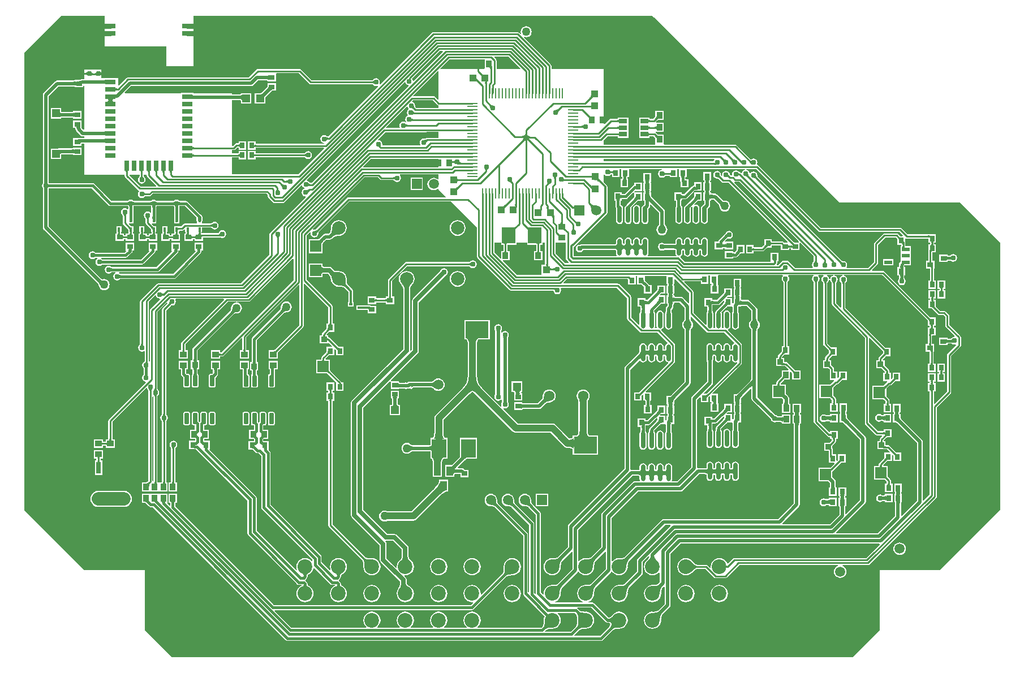
<source format=gbr>
G04*
G04 #@! TF.GenerationSoftware,Altium Limited,Altium Designer,23.2.1 (34)*
G04*
G04 Layer_Physical_Order=1*
G04 Layer_Color=255*
%FSLAX25Y25*%
%MOIN*%
G70*
G04*
G04 #@! TF.SameCoordinates,91C23CEB-00FB-43FC-9C52-439D6A026708*
G04*
G04*
G04 #@! TF.FilePolarity,Positive*
G04*
G01*
G75*
%ADD14C,0.01000*%
%ADD22R,0.04724X0.04724*%
%ADD23R,0.03543X0.03150*%
%ADD24R,0.01575X0.01890*%
%ADD25R,0.03150X0.03543*%
%ADD26R,0.03150X0.03543*%
%ADD27R,0.13780X0.09843*%
%ADD28R,0.04331X0.04331*%
%ADD29O,0.00984X0.06102*%
%ADD30R,0.04724X0.04724*%
%ADD31R,0.05900X0.02800*%
%ADD32R,0.02800X0.05900*%
%ADD33R,0.08504X0.11024*%
%ADD34R,0.03937X0.05512*%
%ADD35O,0.02756X0.09843*%
%ADD36R,0.02000X0.01402*%
%ADD37O,0.06102X0.00984*%
%ADD38R,0.03543X0.03937*%
%ADD39R,0.06693X0.06614*%
%ADD40R,0.03347X0.03347*%
%ADD41R,0.06614X0.06693*%
%ADD42R,0.03347X0.03740*%
%ADD43R,0.04331X0.04331*%
%ADD44R,0.03937X0.03543*%
%ADD45R,0.02835X0.07008*%
%ADD46R,0.04724X0.02756*%
%ADD47R,0.07874X0.09449*%
G04:AMPARAMS|DCode=48|XSize=25.59mil|YSize=64.96mil|CornerRadius=1.92mil|HoleSize=0mil|Usage=FLASHONLY|Rotation=0.000|XOffset=0mil|YOffset=0mil|HoleType=Round|Shape=RoundedRectangle|*
%AMROUNDEDRECTD48*
21,1,0.02559,0.06112,0,0,0.0*
21,1,0.02175,0.06496,0,0,0.0*
1,1,0.00384,0.01088,-0.03056*
1,1,0.00384,-0.01088,-0.03056*
1,1,0.00384,-0.01088,0.03056*
1,1,0.00384,0.01088,0.03056*
%
%ADD48ROUNDEDRECTD48*%
%ADD49R,0.04803X0.02441*%
%ADD50R,0.03543X0.03150*%
%ADD83C,0.07900*%
%ADD91C,0.03000*%
%ADD92C,0.01500*%
%ADD93C,0.02000*%
%ADD94C,0.01200*%
%ADD95C,0.04000*%
%ADD96C,0.08000*%
%ADD97C,0.02500*%
%ADD98C,0.06200*%
%ADD99R,0.05906X0.05906*%
%ADD100C,0.05906*%
G04:AMPARAMS|DCode=101|XSize=55.12mil|YSize=55.12mil|CornerRadius=13.78mil|HoleSize=0mil|Usage=FLASHONLY|Rotation=180.000|XOffset=0mil|YOffset=0mil|HoleType=Round|Shape=RoundedRectangle|*
%AMROUNDEDRECTD101*
21,1,0.05512,0.02756,0,0,180.0*
21,1,0.02756,0.05512,0,0,180.0*
1,1,0.02756,-0.01378,0.01378*
1,1,0.02756,0.01378,0.01378*
1,1,0.02756,0.01378,-0.01378*
1,1,0.02756,-0.01378,-0.01378*
%
%ADD101ROUNDEDRECTD101*%
%ADD102C,0.08661*%
%ADD103C,0.03100*%
%ADD104C,0.05000*%
%ADD105C,0.25000*%
%ADD106C,0.15748*%
%ADD107C,0.13780*%
G36*
X803150Y503937D02*
X874016D01*
X897638Y480315D01*
Y322835D01*
X862205Y287402D01*
X826772D01*
Y251969D01*
X811024Y236220D01*
X409449Y236220D01*
X393701Y251969D01*
X393701Y287402D01*
X358268D01*
X322835Y322835D01*
X322835Y592335D01*
X344673Y614173D01*
X370000D01*
Y596000D01*
X406500D01*
Y584500D01*
X422500D01*
Y596000D01*
Y614173D01*
X692913D01*
X803150Y503937D01*
D02*
G37*
%LPC*%
G36*
X618504Y607952D02*
X617669Y607842D01*
X616890Y607520D01*
X616222Y607007D01*
X615709Y606338D01*
X615386Y605560D01*
X615276Y604724D01*
X615386Y603889D01*
X615482Y603659D01*
X615058Y603376D01*
X614268Y604165D01*
X613871Y604430D01*
X613403Y604524D01*
X563762D01*
X563294Y604430D01*
X562897Y604165D01*
X532453Y573721D01*
X532064Y574040D01*
X532119Y574122D01*
X532294Y575000D01*
X532119Y575878D01*
X531622Y576622D01*
X530878Y577119D01*
X530000Y577294D01*
X529122Y577119D01*
X528378Y576622D01*
X528300Y576505D01*
X528220Y576439D01*
X528141Y576382D01*
X528064Y576335D01*
X527989Y576297D01*
X527915Y576267D01*
X527840Y576244D01*
X527764Y576228D01*
X527731Y576224D01*
X492007D01*
X485865Y582365D01*
X485468Y582630D01*
X485000Y582724D01*
X460300D01*
X459832Y582630D01*
X459435Y582365D01*
X454993Y577923D01*
X383905D01*
X383437Y577830D01*
X383040Y577565D01*
X378462Y572987D01*
X378000Y573179D01*
Y577500D01*
X368000D01*
Y579085D01*
X367963Y579070D01*
X367826Y579005D01*
X367690Y578930D01*
X367553Y578846D01*
X367417Y578751D01*
X367767Y580892D01*
X367861Y580770D01*
X367960Y580661D01*
X368000Y580624D01*
Y582500D01*
X358000D01*
Y576903D01*
X356943D01*
X356280Y576771D01*
X355952Y576552D01*
X355575D01*
X355407Y576519D01*
X353249D01*
X353240Y576521D01*
X353232Y576519D01*
X352528D01*
Y576068D01*
X352386Y576036D01*
X352182Y576005D01*
X351794Y575977D01*
X342244D01*
X341581Y575845D01*
X341019Y575470D01*
X334274Y568726D01*
X333899Y568163D01*
X333767Y567500D01*
Y515469D01*
X333766Y515454D01*
X333381Y514878D01*
X333206Y514000D01*
X333381Y513122D01*
X333755Y512561D01*
X333767Y512365D01*
Y489303D01*
X333899Y488640D01*
X334274Y488077D01*
X366075Y456277D01*
X366086Y456265D01*
X366201Y456118D01*
X366308Y455965D01*
X366403Y455813D01*
X366484Y455662D01*
X366554Y455511D01*
X366613Y455360D01*
X366660Y455210D01*
X366703Y455035D01*
X366707Y455026D01*
X366727Y454873D01*
X367049Y454095D01*
X367562Y453426D01*
X368231Y452914D01*
X369009Y452591D01*
X369845Y452481D01*
X370680Y452591D01*
X371458Y452914D01*
X372127Y453426D01*
X372640Y454095D01*
X372962Y454873D01*
X373072Y455709D01*
X372962Y456544D01*
X372640Y457323D01*
X372127Y457991D01*
X371458Y458504D01*
X370680Y458826D01*
X369845Y458936D01*
X369185Y458849D01*
X369170Y458850D01*
X369107Y458839D01*
X369009Y458826D01*
X368999Y458822D01*
X368898Y458817D01*
X368786Y458823D01*
X368674Y458844D01*
X368559Y458879D01*
X368437Y458930D01*
X368309Y459000D01*
X368173Y459092D01*
X368120Y459134D01*
X337233Y490021D01*
Y512470D01*
X337262Y512479D01*
X337336Y512498D01*
X337417Y512512D01*
X337527Y512522D01*
X362388D01*
X372455Y502455D01*
X372934Y502134D01*
X373500Y502022D01*
X383503D01*
X383574Y502013D01*
X383664Y501998D01*
X383738Y501979D01*
X383796Y501961D01*
X383833Y501945D01*
X383878Y501878D01*
X383945Y501833D01*
X383961Y501796D01*
X383979Y501738D01*
X383998Y501664D01*
X384012Y501583D01*
X384022Y501473D01*
Y500356D01*
X383522Y500189D01*
X382878Y500619D01*
X382000Y500794D01*
X381122Y500619D01*
X380378Y500122D01*
X379880Y499378D01*
X379706Y498500D01*
X379880Y497622D01*
X380378Y496878D01*
X380495Y496800D01*
X380561Y496720D01*
X380618Y496641D01*
X380665Y496564D01*
X380703Y496489D01*
X380733Y496415D01*
X380756Y496340D01*
X380772Y496264D01*
X380777Y496231D01*
Y491961D01*
X380870Y491492D01*
X381135Y491095D01*
X383688Y488542D01*
X383847Y488371D01*
X383959Y488232D01*
X384013Y488156D01*
Y487379D01*
X384011Y487370D01*
X384013Y487362D01*
Y486658D01*
X384275D01*
X384277Y486638D01*
Y486007D01*
X384272Y485950D01*
X384268Y485932D01*
X382528D01*
Y484888D01*
X382516Y484886D01*
X382457Y484881D01*
X381543D01*
X381484Y484886D01*
X381472Y484888D01*
Y485932D01*
X379732D01*
X379729Y485950D01*
X379724Y486007D01*
Y486658D01*
X379987D01*
Y487362D01*
X379989Y487370D01*
X379987Y487379D01*
Y489948D01*
X377013D01*
Y487379D01*
X377011Y487370D01*
X377013Y487362D01*
Y486658D01*
X377275D01*
X377276Y486638D01*
Y486007D01*
X377272Y485950D01*
X377268Y485932D01*
X376528D01*
Y481383D01*
X381472D01*
Y482427D01*
X381484Y482429D01*
X381543Y482434D01*
X382457D01*
X382516Y482429D01*
X382528Y482427D01*
Y481383D01*
X387472D01*
Y485932D01*
X386732D01*
X386729Y485950D01*
X386723Y486007D01*
Y486658D01*
X386987D01*
Y487362D01*
X386989Y487370D01*
X386987Y487379D01*
Y489948D01*
X385805D01*
X385737Y489996D01*
X385461Y490230D01*
X384336Y491355D01*
X384543Y491855D01*
X386987D01*
Y494424D01*
X386989Y494433D01*
X386988Y494439D01*
X386989Y494445D01*
X386987Y494540D01*
Y495145D01*
X386978D01*
Y501503D01*
X386987Y501574D01*
X387002Y501664D01*
X387021Y501738D01*
X387039Y501796D01*
X387055Y501833D01*
X387122Y501878D01*
X387167Y501945D01*
X387204Y501961D01*
X387262Y501979D01*
X387336Y501998D01*
X387417Y502012D01*
X387527Y502022D01*
X397003D01*
X397074Y502013D01*
X397164Y501998D01*
X397238Y501979D01*
X397296Y501961D01*
X397333Y501945D01*
X397378Y501878D01*
X397445Y501833D01*
X397461Y501796D01*
X397480Y501738D01*
X397498Y501664D01*
X397512Y501583D01*
X397522Y501473D01*
Y498356D01*
X397022Y498189D01*
X396378Y498619D01*
X395500Y498794D01*
X394622Y498619D01*
X393878Y498122D01*
X393380Y497378D01*
X393206Y496500D01*
X393380Y495622D01*
X393878Y494878D01*
X393995Y494800D01*
X394061Y494720D01*
X394118Y494641D01*
X394165Y494564D01*
X394203Y494489D01*
X394233Y494415D01*
X394256Y494340D01*
X394272Y494264D01*
X394276Y494231D01*
Y491961D01*
X394370Y491492D01*
X394635Y491095D01*
X397188Y488542D01*
X397347Y488371D01*
X397459Y488232D01*
X397513Y488156D01*
Y487379D01*
X397511Y487370D01*
X397513Y487362D01*
Y486658D01*
X397775D01*
X397777Y486638D01*
Y486007D01*
X397772Y485950D01*
X397768Y485932D01*
X396028D01*
Y484888D01*
X396016Y484886D01*
X395957Y484881D01*
X395043D01*
X394984Y484886D01*
X394972Y484888D01*
Y485932D01*
X393232D01*
X393229Y485950D01*
X393224Y486007D01*
Y486658D01*
X393487D01*
Y487362D01*
X393489Y487370D01*
X393487Y487379D01*
Y489948D01*
X390513D01*
Y487379D01*
X390511Y487370D01*
X390513Y487362D01*
Y486658D01*
X390775D01*
X390776Y486638D01*
Y486007D01*
X390772Y485950D01*
X390769Y485932D01*
X390028D01*
Y481383D01*
X394972D01*
Y482427D01*
X394984Y482429D01*
X395043Y482434D01*
X395957D01*
X396016Y482429D01*
X396028Y482427D01*
Y481383D01*
X400972D01*
Y485932D01*
X400232D01*
X400229Y485950D01*
X400223Y486007D01*
Y486658D01*
X400487D01*
Y487362D01*
X400489Y487370D01*
X400487Y487379D01*
Y489948D01*
X399305D01*
X399237Y489996D01*
X398961Y490230D01*
X397836Y491355D01*
X398043Y491855D01*
X400487D01*
Y494424D01*
X400489Y494433D01*
X400488Y494439D01*
X400489Y494445D01*
X400487Y494540D01*
Y495145D01*
X400478D01*
Y501503D01*
X400487Y501574D01*
X400502Y501664D01*
X400521Y501738D01*
X400539Y501796D01*
X400555Y501833D01*
X400622Y501878D01*
X400667Y501945D01*
X400704Y501961D01*
X400762Y501979D01*
X400836Y501998D01*
X400917Y502012D01*
X401027Y502022D01*
X410503D01*
X410574Y502013D01*
X410664Y501998D01*
X410738Y501979D01*
X410796Y501961D01*
X410833Y501945D01*
X410878Y501878D01*
X410945Y501833D01*
X410961Y501796D01*
X410979Y501738D01*
X410997Y501664D01*
X411012Y501583D01*
X411022Y501473D01*
Y495145D01*
X411013D01*
Y494442D01*
X411011Y494433D01*
X411013Y494424D01*
Y491855D01*
X413987D01*
Y494424D01*
X413989Y494433D01*
X413988Y494439D01*
X413989Y494445D01*
X413987Y494540D01*
Y495145D01*
X413978D01*
Y501503D01*
X413987Y501574D01*
X414003Y501664D01*
X414021Y501738D01*
X414039Y501796D01*
X414055Y501833D01*
X414122Y501878D01*
X414167Y501945D01*
X414204Y501961D01*
X414262Y501979D01*
X414336Y501998D01*
X414417Y502012D01*
X414527Y502022D01*
X417388D01*
X424267Y495143D01*
Y493500D01*
X424399Y492837D01*
X424513Y492666D01*
X424513Y491855D01*
X424067Y491723D01*
X417500D01*
X417032Y491630D01*
X416635Y491365D01*
X415241Y489971D01*
X412787D01*
X412669Y489948D01*
X411013D01*
Y487379D01*
X411011Y487370D01*
X411013Y487362D01*
Y486658D01*
X411275D01*
X411276Y486638D01*
Y486007D01*
X411271Y485950D01*
X411268Y485932D01*
X409528D01*
Y484888D01*
X409516Y484886D01*
X409457Y484881D01*
X408543D01*
X408484Y484886D01*
X408472Y484888D01*
Y485932D01*
X406732D01*
X406729Y485950D01*
X406723Y486007D01*
Y486658D01*
X406987D01*
Y487362D01*
X406989Y487370D01*
X406987Y487379D01*
Y489948D01*
X404013D01*
Y487379D01*
X404011Y487370D01*
X404013Y487362D01*
Y486658D01*
X404275D01*
X404277Y486638D01*
Y486007D01*
X404272Y485950D01*
X404268Y485932D01*
X403528D01*
Y481383D01*
X408472D01*
Y482427D01*
X408484Y482429D01*
X408543Y482434D01*
X409457D01*
X409516Y482429D01*
X409528Y482427D01*
Y481383D01*
X414472D01*
Y485932D01*
X413732D01*
X413729Y485950D01*
X413724Y486007D01*
Y486658D01*
X413987D01*
Y487362D01*
X413989Y487370D01*
X414446Y487525D01*
X415748D01*
X416216Y487618D01*
X416613Y487883D01*
X417051Y488320D01*
X417513Y488129D01*
Y487379D01*
X417511Y487370D01*
X417513Y487362D01*
Y486658D01*
X417775D01*
X417776Y486638D01*
Y486007D01*
X417771Y485950D01*
X417768Y485932D01*
X417028D01*
Y481383D01*
X421972D01*
Y482427D01*
X421984Y482429D01*
X422043Y482434D01*
X422957D01*
X423016Y482429D01*
X423028Y482427D01*
Y481383D01*
X427972D01*
Y483501D01*
X427986Y483504D01*
X428044Y483509D01*
X437642D01*
X437829Y483502D01*
X438339Y483451D01*
X438458Y483432D01*
X438590Y483402D01*
X438622Y483381D01*
X439500Y483206D01*
X440378Y483381D01*
X441122Y483878D01*
X441619Y484622D01*
X441794Y485500D01*
X441619Y486378D01*
X441122Y487122D01*
X440378Y487619D01*
X439500Y487794D01*
X438622Y487619D01*
X437878Y487122D01*
X437381Y486378D01*
X437332Y486132D01*
X437322Y486115D01*
X437295Y486032D01*
X437283Y486006D01*
X437275Y485994D01*
X437271Y485990D01*
X437267Y485986D01*
X437256Y485980D01*
X437233Y485970D01*
X437191Y485959D01*
X437165Y485956D01*
X427228D01*
X427223Y486007D01*
Y486658D01*
X427487D01*
Y487362D01*
X427489Y487370D01*
X427487Y487379D01*
Y489277D01*
X432731D01*
X432764Y489272D01*
X432840Y489256D01*
X432915Y489233D01*
X432989Y489203D01*
X433064Y489165D01*
X433141Y489118D01*
X433220Y489061D01*
X433300Y488995D01*
X433378Y488878D01*
X434122Y488381D01*
X435000Y488206D01*
X435878Y488381D01*
X436622Y488878D01*
X437119Y489622D01*
X437294Y490500D01*
X437119Y491378D01*
X436622Y492122D01*
X435878Y492619D01*
X435000Y492794D01*
X434122Y492619D01*
X433378Y492122D01*
X433300Y492005D01*
X433220Y491938D01*
X433141Y491882D01*
X433064Y491835D01*
X432989Y491797D01*
X432915Y491767D01*
X432840Y491744D01*
X432764Y491728D01*
X432731Y491723D01*
X427933D01*
X427487Y491855D01*
X427487Y492666D01*
X427601Y492837D01*
X427733Y493500D01*
Y495500D01*
X427601Y496163D01*
X427226Y496726D01*
X426663Y497101D01*
X426446Y497145D01*
X419045Y504545D01*
X418566Y504866D01*
X418000Y504978D01*
X414497D01*
X414426Y504987D01*
X414336Y505002D01*
X414262Y505021D01*
X414204Y505039D01*
X414167Y505055D01*
X414122Y505122D01*
X413378Y505619D01*
X412500Y505794D01*
X411622Y505619D01*
X410878Y505122D01*
X410833Y505055D01*
X410796Y505039D01*
X410738Y505021D01*
X410664Y505002D01*
X410583Y504988D01*
X410473Y504978D01*
X400997D01*
X400926Y504987D01*
X400836Y505002D01*
X400762Y505021D01*
X400704Y505039D01*
X400667Y505055D01*
X400622Y505122D01*
X399878Y505619D01*
X399000Y505794D01*
X398122Y505619D01*
X397378Y505122D01*
X397333Y505055D01*
X397296Y505039D01*
X397238Y505021D01*
X397164Y505002D01*
X397083Y504988D01*
X396973Y504978D01*
X387497D01*
X387426Y504987D01*
X387336Y505002D01*
X387262Y505021D01*
X387204Y505039D01*
X387167Y505055D01*
X387122Y505122D01*
X386378Y505619D01*
X385500Y505794D01*
X384622Y505619D01*
X383878Y505122D01*
X383833Y505055D01*
X383796Y505039D01*
X383738Y505021D01*
X383664Y505002D01*
X383583Y504988D01*
X383473Y504978D01*
X374112D01*
X364045Y515045D01*
X363566Y515366D01*
X363000Y515478D01*
X337497D01*
X337426Y515487D01*
X337336Y515503D01*
X337262Y515521D01*
X337240Y515528D01*
X337233Y515635D01*
Y566782D01*
X342962Y572511D01*
X351856D01*
X351916Y572509D01*
X352173Y572485D01*
X352387Y572452D01*
X352528Y572420D01*
Y571969D01*
X353232D01*
X353240Y571968D01*
X353249Y571969D01*
X357472D01*
Y572867D01*
X357500Y572888D01*
X358000Y572636D01*
Y547158D01*
X357500Y546951D01*
X356472Y547980D01*
Y548673D01*
X356473Y548681D01*
X356472Y548690D01*
Y552519D01*
X351528D01*
Y547969D01*
X352919D01*
X352939Y547738D01*
Y547328D01*
X353071Y546664D01*
X353447Y546102D01*
X355914Y543634D01*
X356477Y543259D01*
X357140Y543127D01*
X358000D01*
Y542263D01*
X354774D01*
X354111Y542131D01*
X353960Y542031D01*
X351528D01*
Y537481D01*
X356472D01*
Y538566D01*
X356476Y538572D01*
X356503Y538597D01*
X356575Y538640D01*
X356702Y538692D01*
X356886Y538742D01*
X357126Y538781D01*
X357300Y538797D01*
X358000D01*
Y520500D01*
X381926D01*
Y519850D01*
X382020Y519382D01*
X382285Y518985D01*
X389835Y511435D01*
X390232Y511170D01*
X390282Y511160D01*
X390388Y510629D01*
X390378Y510622D01*
X389880Y509878D01*
X389706Y509000D01*
X389880Y508122D01*
X390378Y507378D01*
X391122Y506881D01*
X392000Y506706D01*
X392878Y506881D01*
X393622Y507378D01*
X393700Y507495D01*
X393780Y507561D01*
X393859Y507618D01*
X393936Y507665D01*
X394011Y507703D01*
X394085Y507733D01*
X394160Y507756D01*
X394236Y507772D01*
X394269Y507776D01*
X396449D01*
X396918Y507870D01*
X397315Y508135D01*
X398556Y509376D01*
X407500D01*
X465393Y509376D01*
X466277Y508493D01*
Y507707D01*
X466370Y507238D01*
X466635Y506842D01*
X469342Y504135D01*
X469738Y503870D01*
X470207Y503777D01*
X475079D01*
X475547Y503870D01*
X475944Y504135D01*
X486087Y514278D01*
X486566Y514133D01*
X486615Y513888D01*
X487112Y513144D01*
X487822Y512669D01*
X487839Y512529D01*
X487783Y512151D01*
X487622Y512119D01*
X486878Y511622D01*
X486381Y510878D01*
X486206Y510000D01*
X486381Y509122D01*
X486878Y508378D01*
X487622Y507881D01*
X488307Y507744D01*
X488506Y507236D01*
X467639Y486369D01*
X467374Y485972D01*
X467280Y485504D01*
Y473383D01*
X450489Y456592D01*
X401831D01*
X401363Y456499D01*
X400966Y456234D01*
X391261Y446528D01*
X390996Y446132D01*
X390902Y445663D01*
Y420773D01*
X390898Y420740D01*
X390882Y420664D01*
X390859Y420589D01*
X390829Y420515D01*
X390791Y420440D01*
X390744Y420363D01*
X390687Y420284D01*
X390621Y420204D01*
X390504Y420126D01*
X390006Y419382D01*
X389832Y418504D01*
X390006Y417626D01*
X390504Y416882D01*
X391248Y416385D01*
X392126Y416210D01*
X393004Y416385D01*
X393212Y416523D01*
X393653Y416288D01*
Y410625D01*
X393648Y410595D01*
X393634Y410538D01*
X393616Y410489D01*
X393593Y410445D01*
X393566Y410403D01*
X393531Y410362D01*
X393486Y410319D01*
X393429Y410275D01*
X393332Y410213D01*
X393289Y410173D01*
X392866Y409890D01*
X392369Y409146D01*
X392194Y408268D01*
X392369Y407390D01*
X392866Y406646D01*
X392933Y406601D01*
X392949Y406563D01*
X392968Y406506D01*
X392986Y406432D01*
X393000Y406351D01*
X393010Y406241D01*
Y402784D01*
X393002Y402713D01*
X392986Y402623D01*
X392968Y402549D01*
X392949Y402492D01*
X392933Y402454D01*
X392866Y402410D01*
X392369Y401665D01*
X392194Y400787D01*
X392369Y399909D01*
X392866Y399165D01*
X393610Y398668D01*
X394194Y398552D01*
X394358Y398009D01*
X372578Y376229D01*
X372312Y375832D01*
X372219Y375363D01*
Y364493D01*
X372214Y364436D01*
X372211Y364418D01*
X370774D01*
Y363177D01*
X370761Y363175D01*
X370703Y363169D01*
X369080D01*
X369021Y363175D01*
X369008Y363177D01*
Y364418D01*
X363671D01*
Y359474D01*
X369008D01*
Y360715D01*
X369021Y360717D01*
X369080Y360722D01*
X370703D01*
X370762Y360717D01*
X370774Y360715D01*
Y359474D01*
X376111D01*
Y364418D01*
X374674D01*
X374671Y364436D01*
X374666Y364493D01*
Y374857D01*
X394597Y394788D01*
X395076Y394643D01*
X395125Y394398D01*
X395387Y394005D01*
X395414Y393943D01*
X395499Y393823D01*
X395564Y393719D01*
X395619Y393619D01*
X395666Y393521D01*
X395704Y393427D01*
X395734Y393335D01*
X395757Y393246D01*
X395773Y393158D01*
X395777Y393128D01*
Y340109D01*
X395450Y339783D01*
X395256Y339597D01*
X395141Y339496D01*
X394918Y339451D01*
X394438Y339131D01*
X394408Y339086D01*
X391990D01*
Y333749D01*
X396635D01*
X396934Y333749D01*
Y333749D01*
X397135D01*
Y333749D01*
X402078D01*
Y333749D01*
X402279D01*
Y333749D01*
X407222D01*
Y339086D01*
X406349D01*
X406347Y339099D01*
X406342Y339158D01*
Y364961D01*
Y374897D01*
X406346Y374929D01*
X406362Y375005D01*
X406385Y375080D01*
X406415Y375154D01*
X406453Y375230D01*
X406500Y375307D01*
X406557Y375385D01*
X406623Y375465D01*
X406740Y375543D01*
X407238Y376287D01*
X407412Y377165D01*
X407238Y378043D01*
X406740Y378787D01*
X406623Y378866D01*
X406557Y378945D01*
X406500Y379024D01*
X406453Y379101D01*
X406415Y379176D01*
X406385Y379251D01*
X406362Y379325D01*
X406346Y379401D01*
X406342Y379434D01*
Y440438D01*
X409103Y443200D01*
X409130Y443220D01*
X409195Y443262D01*
X409264Y443299D01*
X409338Y443330D01*
X409418Y443357D01*
X409505Y443378D01*
X409601Y443394D01*
X409704Y443403D01*
X409842Y443375D01*
X410720Y443550D01*
X411465Y444047D01*
X411962Y444791D01*
X412137Y445669D01*
X411962Y446547D01*
X411775Y446827D01*
X412042Y447327D01*
X440219D01*
X440410Y446865D01*
X415637Y422091D01*
X415372Y421695D01*
X415278Y421226D01*
Y417114D01*
X415273Y417057D01*
X415270Y417039D01*
X413834D01*
Y412095D01*
X419171D01*
Y417039D01*
X417733D01*
X417731Y417057D01*
X417726Y417114D01*
Y420720D01*
X442633Y445627D01*
X447640D01*
X447673Y445127D01*
X447497Y445104D01*
X446989Y445037D01*
X446211Y444714D01*
X445543Y444202D01*
X445030Y443533D01*
X444707Y442755D01*
X444597Y441919D01*
X444610Y441824D01*
X444606Y441656D01*
X444589Y441441D01*
X444559Y441241D01*
X444517Y441056D01*
X444464Y440885D01*
X444401Y440729D01*
X444328Y440584D01*
X444244Y440449D01*
X444180Y440365D01*
X422265Y418450D01*
X421944Y417970D01*
X421832Y417405D01*
Y411484D01*
X421821Y411368D01*
X421794Y411202D01*
X421762Y411082D01*
X421743Y411035D01*
X420937D01*
Y405895D01*
X421821D01*
X421841Y405847D01*
X421873Y405727D01*
X421900Y405561D01*
X421910Y405445D01*
Y403451D01*
X421893Y403199D01*
X421872Y403056D01*
X421848Y402941D01*
X421825Y402866D01*
X421819Y402853D01*
X421815Y402849D01*
X421737Y402797D01*
X421705Y402749D01*
X421669Y402716D01*
X421634Y402643D01*
X421540Y402501D01*
X421470Y402153D01*
Y396041D01*
X421540Y395693D01*
X421737Y395398D01*
X422032Y395201D01*
X422380Y395132D01*
X424555D01*
X424903Y395201D01*
X425198Y395398D01*
X425395Y395693D01*
X425464Y396041D01*
Y402153D01*
X425395Y402501D01*
X425291Y402658D01*
X425247Y402741D01*
X425221Y402763D01*
X425198Y402797D01*
X425105Y402859D01*
X425032Y402919D01*
X424997Y402938D01*
X424978Y402971D01*
X424950Y403037D01*
X424920Y403136D01*
X424895Y403258D01*
X424867Y403538D01*
Y405445D01*
X424877Y405561D01*
X424905Y405727D01*
X424937Y405847D01*
X424956Y405895D01*
X425683D01*
Y411035D01*
X424877D01*
X424858Y411082D01*
X424826Y411202D01*
X424799Y411368D01*
X424789Y411484D01*
Y416792D01*
X446271Y438274D01*
X446355Y438338D01*
X446489Y438422D01*
X446634Y438496D01*
X446791Y438559D01*
X446961Y438612D01*
X447146Y438653D01*
X447346Y438683D01*
X447562Y438701D01*
X447729Y438704D01*
X447825Y438692D01*
X448660Y438802D01*
X449439Y439124D01*
X450107Y439637D01*
X450620Y440306D01*
X450942Y441084D01*
X451052Y441919D01*
X450942Y442755D01*
X450620Y443533D01*
X450107Y444202D01*
X449439Y444714D01*
X448660Y445037D01*
X448153Y445104D01*
X447977Y445127D01*
X448010Y445627D01*
X454972D01*
X455440Y445720D01*
X455837Y445985D01*
X480971Y471119D01*
X481433Y470927D01*
Y458402D01*
X438821Y415790D01*
X438173D01*
X438114Y415796D01*
X438102Y415798D01*
Y417039D01*
X432765D01*
Y412095D01*
X438102D01*
Y413336D01*
X438114Y413338D01*
X438173Y413343D01*
X439328D01*
X439796Y413437D01*
X440193Y413702D01*
X450677Y424185D01*
X451139Y423994D01*
Y417114D01*
X451134Y417057D01*
X451131Y417039D01*
X449694D01*
Y412095D01*
X455031D01*
Y417039D01*
X453594D01*
X453591Y417057D01*
X453586Y417114D01*
Y424690D01*
X484410Y455514D01*
X484872Y455323D01*
Y431844D01*
X470630Y417602D01*
X470254Y417271D01*
X470087Y417145D01*
X469948Y417054D01*
X469920Y417039D01*
X469716D01*
X469715Y417039D01*
X469713Y417039D01*
X466656D01*
Y412095D01*
X471993D01*
Y415084D01*
X471995Y415091D01*
X471993Y415099D01*
Y415449D01*
X472024Y415493D01*
X472268Y415780D01*
X486960Y430472D01*
X487226Y430869D01*
X487319Y431337D01*
Y456298D01*
X487781Y456489D01*
X501926Y442344D01*
Y432940D01*
X501921Y432881D01*
X501919Y432868D01*
X500875D01*
Y429928D01*
X500873Y429925D01*
X500800Y429819D01*
X500578Y429556D01*
X498446Y427423D01*
X498181Y427026D01*
X498088Y426558D01*
Y425939D01*
X498082Y425881D01*
X498079Y425863D01*
X496938D01*
Y421117D01*
X501684D01*
Y421177D01*
X502146Y421369D01*
X503998Y419517D01*
X503806Y419055D01*
X500875D01*
Y416115D01*
X500873Y416112D01*
X500800Y416006D01*
X500578Y415743D01*
X497993Y413158D01*
X497728Y412760D01*
X497635Y412292D01*
Y411562D01*
X497630Y411506D01*
X497627Y411487D01*
X494812D01*
Y403473D01*
X501071D01*
X501146Y403421D01*
X501419Y403189D01*
X506189Y398419D01*
X506387Y397994D01*
X506387D01*
X506387Y397994D01*
Y393051D01*
X510936D01*
Y397994D01*
X509822D01*
X509792Y398145D01*
X509527Y398542D01*
X503228Y404841D01*
X503066Y405014D01*
X502954Y405155D01*
X502905Y405224D01*
Y411487D01*
X500491D01*
X500284Y411987D01*
X502087Y413791D01*
X502269Y413961D01*
X502413Y414076D01*
X502464Y414112D01*
X502814D01*
X502823Y414111D01*
X502829Y414112D01*
X505424D01*
Y417437D01*
X505886Y417628D01*
X506113Y417402D01*
X506196Y417308D01*
X506306Y417169D01*
X506385Y417055D01*
X506387Y417052D01*
Y414112D01*
X510936D01*
Y419055D01*
X508341D01*
X508334Y419057D01*
X508326Y419055D01*
X507976D01*
X507932Y419086D01*
X507646Y419330D01*
X502620Y424355D01*
X502223Y424621D01*
X501755Y424714D01*
X501684D01*
Y425863D01*
X501054D01*
X500847Y426363D01*
X502087Y427604D01*
X502269Y427774D01*
X502413Y427889D01*
X502464Y427925D01*
X502814D01*
X502823Y427923D01*
X502829Y427925D01*
X505424D01*
Y432868D01*
X504380D01*
X504378Y432881D01*
X504373Y432940D01*
Y442850D01*
X504280Y443319D01*
X504015Y443715D01*
X489019Y458711D01*
Y484760D01*
X491142Y486883D01*
X491167Y486873D01*
X491555Y486589D01*
X491402Y485822D01*
X491577Y484944D01*
X492074Y484200D01*
X492818Y483703D01*
X493696Y483528D01*
X494574Y483703D01*
X495318Y484200D01*
X495816Y484944D01*
X495990Y485822D01*
X495963Y485960D01*
X495972Y486064D01*
X495988Y486160D01*
X496009Y486247D01*
X496035Y486327D01*
X496067Y486401D01*
X496103Y486470D01*
X496145Y486535D01*
X496166Y486561D01*
X514286Y504682D01*
X574058D01*
X589328Y489412D01*
Y472441D01*
X589421Y471973D01*
X589686Y471576D01*
X608715Y452547D01*
X609112Y452282D01*
X609580Y452189D01*
X634551D01*
X634692Y451484D01*
X635189Y450740D01*
X635933Y450243D01*
X636811Y450068D01*
X637689Y450243D01*
X638433Y450740D01*
X638931Y451484D01*
X639105Y452362D01*
X638931Y453240D01*
X638792Y453448D01*
X639028Y453889D01*
X671940D01*
X677909Y447920D01*
Y435903D01*
X678002Y435435D01*
X678267Y435038D01*
X685449Y427856D01*
X685846Y427591D01*
X686314Y427498D01*
X695894D01*
X701837Y421554D01*
X701692Y421076D01*
X701571Y421052D01*
X700884Y420593D01*
X700424Y419905D01*
X700263Y419095D01*
Y417696D01*
X699882Y417474D01*
X699501Y417696D01*
Y419095D01*
X699339Y419905D01*
X698880Y420593D01*
X698193Y421052D01*
X697382Y421213D01*
X696571Y421052D01*
X695884Y420593D01*
X695425Y419905D01*
X695263Y419095D01*
Y417696D01*
X694882Y417474D01*
X694501Y417696D01*
Y419095D01*
X694339Y419905D01*
X693880Y420593D01*
X693193Y421052D01*
X692382Y421213D01*
X691571Y421052D01*
X690884Y420593D01*
X690424Y419905D01*
X690263Y419095D01*
Y417696D01*
X689882Y417474D01*
X689501Y417696D01*
Y419095D01*
X689339Y419905D01*
X688880Y420593D01*
X688193Y421052D01*
X687382Y421213D01*
X686571Y421052D01*
X685884Y420593D01*
X685425Y419905D01*
X685263Y419095D01*
Y416569D01*
X685216Y416374D01*
X685139Y416156D01*
X685037Y415930D01*
X684906Y415695D01*
X684746Y415451D01*
X684556Y415200D01*
X684422Y415043D01*
X676924Y407545D01*
X676548Y406982D01*
X676416Y406319D01*
Y347175D01*
X643587Y314345D01*
X643211Y313783D01*
X643079Y313120D01*
Y301042D01*
X637249Y295213D01*
X637034Y295060D01*
X636771Y294913D01*
X636473Y294783D01*
X636138Y294670D01*
X635767Y294576D01*
X635368Y294504D01*
X634418Y294421D01*
X634069Y294416D01*
X633858Y294444D01*
X632545Y294271D01*
X631321Y293764D01*
X630270Y292958D01*
X629464Y291907D01*
X628957Y290683D01*
X628784Y289370D01*
X628957Y288057D01*
X629464Y286833D01*
X630270Y285782D01*
X631321Y284976D01*
X632545Y284469D01*
X633858Y284296D01*
X635172Y284469D01*
X636395Y284976D01*
X637446Y285782D01*
X638253Y286833D01*
X638760Y288057D01*
X638932Y289370D01*
X638905Y289581D01*
X638909Y289940D01*
X638939Y290423D01*
X638991Y290869D01*
X639064Y291279D01*
X639158Y291650D01*
X639271Y291985D01*
X639401Y292283D01*
X639548Y292545D01*
X639701Y292761D01*
X645317Y298378D01*
X645779Y298187D01*
Y287994D01*
X637249Y279464D01*
X637034Y279312D01*
X636771Y279165D01*
X636473Y279035D01*
X636138Y278922D01*
X635767Y278828D01*
X635368Y278756D01*
X634418Y278673D01*
X634069Y278668D01*
X633858Y278696D01*
X632545Y278523D01*
X631321Y278016D01*
X630270Y277210D01*
X629464Y276159D01*
X628957Y274935D01*
X628784Y273622D01*
X628836Y273230D01*
X628387Y273009D01*
X627069Y274327D01*
Y320866D01*
X626956Y321432D01*
X626636Y321912D01*
X623887Y324661D01*
X624167Y325087D01*
X624521Y325087D01*
X631369D01*
Y332393D01*
X624064D01*
Y325576D01*
X624064Y325191D01*
X623637Y324910D01*
X621893Y326654D01*
X621806Y326774D01*
X621712Y326937D01*
X621628Y327119D01*
X621554Y327325D01*
X621492Y327553D01*
X621443Y327805D01*
X621408Y328081D01*
X621388Y328381D01*
X621384Y328615D01*
X621401Y328740D01*
X621275Y329694D01*
X620907Y330582D01*
X620322Y331345D01*
X619559Y331931D01*
X618670Y332299D01*
X617717Y332424D01*
X616763Y332299D01*
X615874Y331931D01*
X615111Y331345D01*
X614526Y330582D01*
X614158Y329694D01*
X614032Y328740D01*
X614158Y327787D01*
X614526Y326898D01*
X615111Y326135D01*
X615874Y325550D01*
X616763Y325181D01*
X617717Y325056D01*
X617842Y325072D01*
X618076Y325069D01*
X618376Y325049D01*
X618651Y325014D01*
X618904Y324965D01*
X619132Y324903D01*
X619337Y324829D01*
X619520Y324745D01*
X619682Y324651D01*
X619803Y324564D01*
X624112Y320254D01*
Y273715D01*
X624149Y273531D01*
X623688Y273285D01*
X623132Y273841D01*
Y314803D01*
X623019Y315369D01*
X622699Y315849D01*
X611893Y326654D01*
X611806Y326774D01*
X611712Y326937D01*
X611627Y327119D01*
X611554Y327325D01*
X611492Y327553D01*
X611443Y327805D01*
X611408Y328081D01*
X611388Y328381D01*
X611384Y328615D01*
X611401Y328740D01*
X611275Y329694D01*
X610907Y330582D01*
X610322Y331345D01*
X609559Y331931D01*
X608670Y332299D01*
X607717Y332424D01*
X606763Y332299D01*
X605874Y331931D01*
X605111Y331345D01*
X604526Y330582D01*
X604158Y329694D01*
X604032Y328740D01*
X604158Y327787D01*
X604526Y326898D01*
X605111Y326135D01*
X605874Y325550D01*
X606763Y325181D01*
X607717Y325056D01*
X607842Y325072D01*
X608076Y325069D01*
X608376Y325049D01*
X608651Y325014D01*
X608904Y324965D01*
X609132Y324903D01*
X609337Y324829D01*
X609520Y324745D01*
X609682Y324651D01*
X609802Y324564D01*
X620175Y314191D01*
Y274809D01*
X619675Y274542D01*
X619589Y274600D01*
Y308347D01*
X619476Y308912D01*
X619156Y309392D01*
X601893Y326654D01*
X601806Y326774D01*
X601712Y326937D01*
X601627Y327119D01*
X601554Y327325D01*
X601492Y327553D01*
X601443Y327805D01*
X601408Y328081D01*
X601388Y328381D01*
X601384Y328615D01*
X601401Y328740D01*
X601275Y329694D01*
X600907Y330582D01*
X600322Y331345D01*
X599559Y331931D01*
X598670Y332299D01*
X597717Y332424D01*
X596763Y332299D01*
X595874Y331931D01*
X595111Y331345D01*
X594526Y330582D01*
X594158Y329694D01*
X594032Y328740D01*
X594158Y327787D01*
X594526Y326898D01*
X595111Y326135D01*
X595874Y325550D01*
X596763Y325181D01*
X597717Y325056D01*
X597842Y325072D01*
X598076Y325069D01*
X598376Y325049D01*
X598652Y325014D01*
X598904Y324965D01*
X599132Y324903D01*
X599337Y324829D01*
X599520Y324745D01*
X599682Y324651D01*
X599802Y324564D01*
X616632Y307734D01*
Y273622D01*
X616744Y273056D01*
X617065Y272577D01*
X629396Y260246D01*
X628957Y259187D01*
X628784Y257874D01*
X628810Y257679D01*
X628783Y256680D01*
X628737Y256188D01*
X628672Y255738D01*
X628587Y255335D01*
X628486Y254982D01*
X628371Y254679D01*
X628244Y254426D01*
X628109Y254220D01*
X628084Y254191D01*
X627340Y253447D01*
X589930D01*
X589760Y253947D01*
X590202Y254286D01*
X591009Y255337D01*
X591515Y256561D01*
X591688Y257874D01*
X591515Y259187D01*
X591009Y260411D01*
X590202Y261462D01*
X589151Y262268D01*
X587927Y262775D01*
X586614Y262948D01*
X585301Y262775D01*
X584077Y262268D01*
X583026Y261462D01*
X582220Y260411D01*
X581713Y259187D01*
X581540Y257874D01*
X581713Y256561D01*
X582220Y255337D01*
X583026Y254286D01*
X583468Y253947D01*
X583298Y253447D01*
X570245D01*
X570075Y253947D01*
X570517Y254286D01*
X571323Y255337D01*
X571830Y256561D01*
X572003Y257874D01*
X571830Y259187D01*
X571323Y260411D01*
X570517Y261462D01*
X569466Y262268D01*
X568242Y262775D01*
X566929Y262948D01*
X565616Y262775D01*
X564392Y262268D01*
X563341Y261462D01*
X562535Y260411D01*
X562028Y259187D01*
X561855Y257874D01*
X562028Y256561D01*
X562535Y255337D01*
X563341Y254286D01*
X563783Y253947D01*
X563614Y253447D01*
X550560D01*
X550390Y253947D01*
X550832Y254286D01*
X551638Y255337D01*
X552145Y256561D01*
X552318Y257874D01*
X552145Y259187D01*
X551638Y260411D01*
X550832Y261462D01*
X549781Y262268D01*
X548557Y262775D01*
X547244Y262948D01*
X545931Y262775D01*
X544707Y262268D01*
X543656Y261462D01*
X542850Y260411D01*
X542343Y259187D01*
X542170Y257874D01*
X542343Y256561D01*
X542850Y255337D01*
X543656Y254286D01*
X544098Y253947D01*
X543928Y253447D01*
X530875D01*
X530705Y253947D01*
X531147Y254286D01*
X531953Y255337D01*
X532460Y256561D01*
X532633Y257874D01*
X532460Y259187D01*
X531953Y260411D01*
X531147Y261462D01*
X530096Y262268D01*
X528872Y262775D01*
X527559Y262948D01*
X526246Y262775D01*
X525022Y262268D01*
X523971Y261462D01*
X523165Y260411D01*
X522658Y259187D01*
X522485Y257874D01*
X522658Y256561D01*
X523165Y255337D01*
X523971Y254286D01*
X524413Y253947D01*
X524243Y253447D01*
X480140D01*
X470173Y263414D01*
X470364Y263876D01*
X586522D01*
X587087Y263988D01*
X587567Y264309D01*
X606734Y283476D01*
X606758Y283496D01*
X606962Y283631D01*
X607218Y283762D01*
X607525Y283884D01*
X607885Y283996D01*
X608296Y284094D01*
X608750Y284176D01*
X609834Y284296D01*
X610115Y284312D01*
X610236Y284296D01*
X611550Y284469D01*
X612773Y284976D01*
X613824Y285782D01*
X614631Y286833D01*
X615137Y288057D01*
X615310Y289370D01*
X615137Y290683D01*
X614631Y291907D01*
X613824Y292958D01*
X612773Y293764D01*
X611550Y294271D01*
X610236Y294444D01*
X608923Y294271D01*
X607699Y293764D01*
X606648Y292958D01*
X605842Y291907D01*
X605335Y290683D01*
X605162Y289370D01*
X605200Y289084D01*
X605221Y287958D01*
X605195Y287480D01*
X605146Y287040D01*
X605075Y286647D01*
X604984Y286302D01*
X604876Y286004D01*
X604753Y285754D01*
X604619Y285547D01*
X604590Y285513D01*
X592085Y273009D01*
X591637Y273230D01*
X591688Y273622D01*
X591515Y274935D01*
X591009Y276159D01*
X590202Y277210D01*
X589151Y278016D01*
X587927Y278523D01*
X586614Y278696D01*
X585301Y278523D01*
X584077Y278016D01*
X583026Y277210D01*
X582220Y276159D01*
X581713Y274935D01*
X581540Y273622D01*
X581713Y272309D01*
X582220Y271085D01*
X583026Y270034D01*
X584077Y269228D01*
X585301Y268721D01*
X586614Y268548D01*
X587007Y268600D01*
X587228Y268151D01*
X585909Y266833D01*
X469904D01*
X411715Y325022D01*
Y326606D01*
X411725Y326723D01*
X411752Y326888D01*
X411784Y327008D01*
X411803Y327056D01*
X412708D01*
Y332393D01*
X407765D01*
Y327056D01*
X408669D01*
X408688Y327009D01*
X408720Y326888D01*
X408748Y326723D01*
X408758Y326606D01*
Y325482D01*
X408296Y325291D01*
X406993Y326594D01*
X407184Y327056D01*
X407222D01*
Y332393D01*
X402279D01*
X402279Y332393D01*
X402078D01*
Y332393D01*
X401779Y332393D01*
X397135D01*
X397135Y332393D01*
X396934D01*
Y332393D01*
X396635Y332393D01*
X391990D01*
Y327056D01*
X393870D01*
X393906Y327041D01*
X394066Y326949D01*
X394247Y326825D01*
X394641Y326496D01*
X396199Y324939D01*
X396678Y324618D01*
X397244Y324506D01*
X398600D01*
X476907Y246199D01*
X477387Y245878D01*
X477953Y245766D01*
X662598D01*
X663164Y245878D01*
X663644Y246199D01*
X669545Y252100D01*
X669574Y252125D01*
X669780Y252260D01*
X670033Y252386D01*
X670337Y252502D01*
X670689Y252603D01*
X671092Y252687D01*
X671534Y252752D01*
X672594Y252825D01*
X673011Y252829D01*
X673228Y252800D01*
X674542Y252973D01*
X675765Y253480D01*
X676816Y254286D01*
X677623Y255337D01*
X678130Y256561D01*
X678302Y257874D01*
X678130Y259187D01*
X677623Y260411D01*
X676816Y261462D01*
X675765Y262268D01*
X674542Y262775D01*
X673228Y262948D01*
X671915Y262775D01*
X670691Y262268D01*
X669640Y261462D01*
X669396Y261143D01*
X669383Y261135D01*
X669369Y261114D01*
X669349Y261098D01*
X669031Y260732D01*
X668729Y260422D01*
X668432Y260154D01*
X668140Y259926D01*
X667856Y259739D01*
X667579Y259590D01*
X667310Y259478D01*
X667088Y259412D01*
X658582Y267919D01*
X658102Y268239D01*
X657536Y268352D01*
X655272D01*
X655172Y268852D01*
X656080Y269228D01*
X657131Y270034D01*
X657938Y271085D01*
X658444Y272309D01*
X658617Y273622D01*
X658590Y273833D01*
X658594Y274192D01*
X658624Y274675D01*
X658676Y275121D01*
X658749Y275531D01*
X658843Y275902D01*
X658956Y276237D01*
X659087Y276535D01*
X659233Y276797D01*
X659386Y277013D01*
X668423Y286051D01*
X668601Y286316D01*
X669215Y286336D01*
X669640Y285782D01*
X670691Y284976D01*
X671915Y284469D01*
X673228Y284296D01*
X674542Y284469D01*
X675765Y284976D01*
X676816Y285782D01*
X677623Y286833D01*
X678130Y288057D01*
X678302Y289370D01*
X678275Y289581D01*
X678279Y289940D01*
X678309Y290423D01*
X678361Y290869D01*
X678434Y291279D01*
X678528Y291650D01*
X678641Y291985D01*
X678772Y292283D01*
X678918Y292545D01*
X679071Y292761D01*
X700324Y314015D01*
X703430D01*
X703621Y313553D01*
X684156Y294087D01*
X683780Y293525D01*
X683648Y292862D01*
Y286493D01*
X676619Y279464D01*
X676404Y279312D01*
X676141Y279165D01*
X675843Y279035D01*
X675509Y278922D01*
X675137Y278828D01*
X674738Y278756D01*
X673789Y278673D01*
X673439Y278668D01*
X673228Y278696D01*
X671915Y278523D01*
X670691Y278016D01*
X669640Y277210D01*
X668834Y276159D01*
X668327Y274935D01*
X668154Y273622D01*
X668327Y272309D01*
X668834Y271085D01*
X669640Y270034D01*
X670691Y269228D01*
X671915Y268721D01*
X673228Y268548D01*
X674542Y268721D01*
X675765Y269228D01*
X676816Y270034D01*
X677623Y271085D01*
X678130Y272309D01*
X678302Y273622D01*
X678275Y273833D01*
X678279Y274192D01*
X678309Y274675D01*
X678361Y275121D01*
X678434Y275531D01*
X678528Y275902D01*
X678641Y276237D01*
X678772Y276535D01*
X678918Y276797D01*
X679071Y277013D01*
X686607Y284549D01*
X686983Y285112D01*
X687115Y285775D01*
Y292144D01*
X690618Y295647D01*
X691063Y295385D01*
X691053Y295349D01*
X690935Y295046D01*
X690778Y294730D01*
X690582Y294401D01*
X690350Y294068D01*
X689738Y293338D01*
X689494Y293088D01*
X689326Y292958D01*
X688519Y291907D01*
X688012Y290683D01*
X687839Y289370D01*
X688012Y288057D01*
X688519Y286833D01*
X689326Y285782D01*
X690376Y284976D01*
X691600Y284469D01*
X692913Y284296D01*
X694227Y284469D01*
X695450Y284976D01*
X696501Y285782D01*
X696809Y286183D01*
X697282Y286022D01*
Y280442D01*
X696305Y279464D01*
X696089Y279312D01*
X695826Y279165D01*
X695528Y279035D01*
X695194Y278922D01*
X694822Y278828D01*
X694423Y278756D01*
X693474Y278673D01*
X693124Y278668D01*
X692913Y278696D01*
X691600Y278523D01*
X690376Y278016D01*
X689326Y277210D01*
X688519Y276159D01*
X688012Y274935D01*
X687839Y273622D01*
X688012Y272309D01*
X688519Y271085D01*
X689326Y270034D01*
X690376Y269228D01*
X691600Y268721D01*
X692913Y268548D01*
X694227Y268721D01*
X695450Y269228D01*
X696501Y270034D01*
X697308Y271085D01*
X697815Y272309D01*
X697988Y273622D01*
X697960Y273833D01*
X697964Y274192D01*
X697994Y274675D01*
X698046Y275121D01*
X698119Y275531D01*
X698213Y275902D01*
X698326Y276237D01*
X698457Y276535D01*
X698603Y276797D01*
X698756Y277013D01*
X699520Y277778D01*
X699982Y277587D01*
Y267394D01*
X696305Y263716D01*
X696089Y263564D01*
X695826Y263417D01*
X695528Y263287D01*
X695194Y263174D01*
X694822Y263080D01*
X694423Y263008D01*
X693474Y262925D01*
X693124Y262920D01*
X692913Y262948D01*
X691600Y262775D01*
X690376Y262268D01*
X689326Y261462D01*
X688519Y260411D01*
X688012Y259187D01*
X687839Y257874D01*
X688012Y256561D01*
X688519Y255337D01*
X689326Y254286D01*
X690376Y253480D01*
X691600Y252973D01*
X692913Y252800D01*
X694227Y252973D01*
X695450Y253480D01*
X696501Y254286D01*
X697308Y255337D01*
X697815Y256561D01*
X697988Y257874D01*
X697960Y258085D01*
X697964Y258444D01*
X697994Y258927D01*
X698046Y259373D01*
X698119Y259783D01*
X698213Y260154D01*
X698326Y260489D01*
X698457Y260787D01*
X698603Y261049D01*
X698756Y261265D01*
X702941Y265451D01*
X703317Y266013D01*
X703449Y266676D01*
Y296983D01*
X709429Y302962D01*
X826524D01*
X826716Y302500D01*
X818746Y294531D01*
X741142D01*
X740673Y294438D01*
X740277Y294172D01*
X737387Y291282D01*
X736896Y291380D01*
X736678Y291907D01*
X735871Y292958D01*
X734821Y293764D01*
X733597Y294271D01*
X732283Y294444D01*
X730970Y294271D01*
X729746Y293764D01*
X728695Y292958D01*
X727889Y291907D01*
X727382Y290683D01*
X727209Y289370D01*
X727262Y288970D01*
X726814Y288749D01*
X725327Y290235D01*
X724930Y290500D01*
X724462Y290594D01*
X719424D01*
X719343Y290601D01*
X719141Y290652D01*
X718892Y290749D01*
X718604Y290897D01*
X718278Y291098D01*
X717933Y291343D01*
X716661Y292444D01*
X716323Y292780D01*
X716186Y292958D01*
X715135Y293764D01*
X713912Y294271D01*
X712598Y294444D01*
X711285Y294271D01*
X710061Y293764D01*
X709011Y292958D01*
X708204Y291907D01*
X707697Y290683D01*
X707524Y289370D01*
X707697Y288057D01*
X708204Y286833D01*
X709011Y285782D01*
X710061Y284976D01*
X711285Y284469D01*
X712598Y284296D01*
X713912Y284469D01*
X715135Y284976D01*
X716186Y285782D01*
X716323Y285960D01*
X716666Y286301D01*
X717537Y287084D01*
X717920Y287388D01*
X718278Y287642D01*
X718604Y287843D01*
X718892Y287991D01*
X719141Y288088D01*
X719343Y288139D01*
X719424Y288147D01*
X723955D01*
X729127Y282974D01*
X729524Y282709D01*
X729993Y282616D01*
X735808D01*
X736276Y282709D01*
X736673Y282974D01*
X744082Y290384D01*
X802024D01*
X802124Y289884D01*
X801658Y289691D01*
X800895Y289105D01*
X800309Y288342D01*
X799941Y287454D01*
X799816Y286500D01*
X799941Y285546D01*
X800309Y284658D01*
X800895Y283895D01*
X801658Y283309D01*
X802546Y282941D01*
X803500Y282816D01*
X804454Y282941D01*
X805342Y283309D01*
X806105Y283895D01*
X806691Y284658D01*
X807059Y285546D01*
X807184Y286500D01*
X807059Y287454D01*
X806691Y288342D01*
X806105Y289105D01*
X805342Y289691D01*
X804876Y289884D01*
X804976Y290384D01*
X819957D01*
X820425Y290477D01*
X820822Y290742D01*
X860046Y329965D01*
X860311Y330362D01*
X860404Y330830D01*
Y383280D01*
X868582Y391458D01*
X868847Y391855D01*
X868940Y392323D01*
Y413666D01*
X874284Y419011D01*
X874550Y419408D01*
X874643Y419876D01*
Y424606D01*
X874550Y425074D01*
X874284Y425471D01*
X867759Y431997D01*
Y437205D01*
X867666Y437673D01*
X867401Y438070D01*
X865629Y439842D01*
X865232Y440107D01*
X864764Y440200D01*
X862318D01*
X859970Y442547D01*
X859952Y442567D01*
Y446713D01*
X858908D01*
X858906Y446726D01*
X858901Y446784D01*
Y447423D01*
X858906Y447482D01*
X858908Y447495D01*
X859952D01*
Y452438D01*
X855402D01*
Y447495D01*
X856446D01*
X856448Y447482D01*
X856454Y447423D01*
Y446784D01*
X856448Y446726D01*
X856446Y446713D01*
X855402D01*
Y441769D01*
X856991D01*
X857027Y441764D01*
X857102Y441744D01*
X857184Y441715D01*
X857271Y441675D01*
X857366Y441622D01*
X857467Y441556D01*
X857573Y441475D01*
X857631Y441426D01*
X860946Y438111D01*
X861343Y437846D01*
X861811Y437753D01*
X864257D01*
X865312Y436698D01*
Y431490D01*
X865405Y431022D01*
X865670Y430625D01*
X870927Y425368D01*
X870691Y424928D01*
X870669Y424932D01*
X869791Y424757D01*
X869047Y424260D01*
X868909Y424053D01*
X868896Y424043D01*
X868865Y424007D01*
X868861Y424004D01*
X868848Y423995D01*
X868820Y423981D01*
X868775Y423964D01*
X868713Y423946D01*
X868644Y423932D01*
X868525Y423919D01*
X867056D01*
X866967Y423926D01*
X866794Y423949D01*
X866664Y423978D01*
X866645Y423985D01*
Y424519D01*
X865944D01*
X865936Y424521D01*
X865927Y424519D01*
X861702D01*
Y419969D01*
X866645D01*
Y420873D01*
X866694Y420893D01*
X866814Y420925D01*
X866979Y420952D01*
X867095Y420962D01*
X868820D01*
X868904Y420957D01*
X868996Y420943D01*
X869081Y420927D01*
X869150Y420909D01*
X869203Y420892D01*
X869239Y420876D01*
X869259Y420865D01*
X869301Y420836D01*
X869346Y420816D01*
X869791Y420518D01*
X870669Y420344D01*
X871547Y420518D01*
X871943Y420181D01*
X871957Y420144D01*
X866851Y415038D01*
X866586Y414641D01*
X866493Y414173D01*
Y392830D01*
X859166Y385502D01*
X858704Y385694D01*
Y392682D01*
X858709Y392741D01*
X858711Y392754D01*
X859755D01*
Y397697D01*
X858711D01*
X858709Y397710D01*
X858704Y397769D01*
Y398407D01*
X858709Y398466D01*
X858711Y398479D01*
X859755D01*
Y403422D01*
X855206D01*
Y398479D01*
X856250D01*
X856252Y398466D01*
X856257Y398407D01*
Y397769D01*
X856252Y397710D01*
X856250Y397697D01*
X855206D01*
Y392754D01*
X856250D01*
X856252Y392741D01*
X856257Y392682D01*
Y332041D01*
X852589Y328373D01*
X852127Y328565D01*
Y363189D01*
X851995Y363852D01*
X851619Y364415D01*
X839937Y376097D01*
X839591Y376469D01*
X839338Y376785D01*
X839142Y377065D01*
X839086Y377163D01*
Y378719D01*
X839087Y378728D01*
X839086Y378737D01*
Y379440D01*
X838635D01*
X838603Y379582D01*
X838572Y379787D01*
X838561Y379933D01*
X838645Y380402D01*
X839086D01*
Y381106D01*
X839087Y381114D01*
X839086Y381123D01*
Y385346D01*
X834536D01*
Y381123D01*
X834534Y381114D01*
X834536Y381106D01*
Y380402D01*
X834987D01*
X835019Y380260D01*
X835050Y380056D01*
X835061Y379909D01*
X834978Y379440D01*
X834536D01*
Y378737D01*
X834534Y378728D01*
X834536Y378719D01*
Y374497D01*
X836420D01*
X836517Y374441D01*
X836790Y374251D01*
X837389Y373743D01*
X848660Y362471D01*
Y328277D01*
X839794Y319410D01*
X839332Y319602D01*
Y326777D01*
X839334Y326837D01*
X839358Y327095D01*
X839390Y327308D01*
X839423Y327450D01*
X839873D01*
Y328153D01*
X839875Y328162D01*
X839873Y328170D01*
Y331672D01*
X839875Y331681D01*
X839873Y331690D01*
Y332393D01*
X839423D01*
X839390Y332535D01*
X839359Y332739D01*
X839349Y332886D01*
X839432Y333355D01*
X839873D01*
Y334058D01*
X839875Y334067D01*
X839873Y334076D01*
Y338298D01*
X835324D01*
Y334076D01*
X835322Y334067D01*
X835324Y334058D01*
Y333355D01*
X835774D01*
X835807Y333213D01*
X835838Y333009D01*
X835848Y332862D01*
X835765Y332393D01*
X835324D01*
Y331690D01*
X835322Y331681D01*
X835324Y331672D01*
Y328170D01*
X835322Y328162D01*
X835324Y328153D01*
Y327450D01*
X835774D01*
X835807Y327308D01*
X835838Y327103D01*
X835865Y326715D01*
Y319300D01*
X825694Y309129D01*
X801288D01*
X801096Y309591D01*
X818155Y326649D01*
X818530Y327211D01*
X818662Y327874D01*
Y365158D01*
X818530Y365821D01*
X818155Y366383D01*
X808441Y376097D01*
X808095Y376469D01*
X807842Y376785D01*
X807646Y377065D01*
X807590Y377163D01*
Y378719D01*
X807592Y378728D01*
X807590Y378737D01*
Y379440D01*
X807139D01*
X807107Y379582D01*
X807076Y379787D01*
X807049Y380159D01*
X807050Y380184D01*
X807074Y380441D01*
X807107Y380654D01*
X807139Y380796D01*
X807590D01*
Y381500D01*
X807592Y381508D01*
X807590Y381517D01*
Y385739D01*
X803040D01*
Y381517D01*
X803038Y381508D01*
X803040Y381500D01*
Y380796D01*
X803491D01*
X803523Y380654D01*
X803554Y380450D01*
X803580Y380077D01*
X803580Y380053D01*
X803556Y379795D01*
X803523Y379582D01*
X803491Y379440D01*
X803040D01*
Y378737D01*
X803038Y378728D01*
X803040Y378719D01*
Y374497D01*
X804924D01*
X805021Y374441D01*
X805294Y374251D01*
X805893Y373743D01*
X815196Y364440D01*
Y328592D01*
X806920Y320316D01*
X806458Y320508D01*
Y324415D01*
X806460Y324475D01*
X806484Y324733D01*
X806516Y324946D01*
X806549Y325087D01*
X806999D01*
Y325791D01*
X807001Y325799D01*
X806999Y325808D01*
Y329310D01*
X807001Y329319D01*
X806999Y329327D01*
Y330031D01*
X806549D01*
X806516Y330172D01*
X806485Y330377D01*
X806466Y330646D01*
X806484Y330835D01*
X806516Y331048D01*
X806549Y331190D01*
X806999D01*
Y331893D01*
X807001Y331902D01*
X806999Y331910D01*
Y336133D01*
X802450D01*
Y331910D01*
X802448Y331902D01*
X802450Y331893D01*
Y331190D01*
X802900D01*
X802933Y331048D01*
X802964Y330843D01*
X802983Y330574D01*
X802965Y330385D01*
X802933Y330172D01*
X802900Y330031D01*
X802450D01*
Y329327D01*
X802448Y329319D01*
X802450Y329310D01*
Y325808D01*
X802448Y325799D01*
X802450Y325791D01*
Y325087D01*
X802900D01*
X802933Y324946D01*
X802964Y324741D01*
X802991Y324353D01*
Y320206D01*
X797313Y314529D01*
X769602D01*
X769410Y314990D01*
X779178Y324759D01*
X779554Y325321D01*
X779686Y325984D01*
Y372956D01*
X779694Y373073D01*
X779726Y373325D01*
X779766Y373524D01*
X779810Y373664D01*
X779831Y373710D01*
X780424D01*
Y374413D01*
X780426Y374422D01*
X780424Y374430D01*
Y378326D01*
X780426Y378334D01*
X780424Y378343D01*
Y379047D01*
X779831D01*
X779810Y379092D01*
X779766Y379232D01*
X779728Y379420D01*
X779705Y379659D01*
X779726Y379821D01*
X779766Y380020D01*
X779810Y380160D01*
X779831Y380205D01*
X780424D01*
Y380909D01*
X780426Y380918D01*
X780424Y380926D01*
Y385542D01*
X775481D01*
Y380926D01*
X775479Y380918D01*
X775481Y380909D01*
Y380205D01*
X776074D01*
X776095Y380160D01*
X776139Y380020D01*
X776178Y379832D01*
X776200Y379593D01*
X776180Y379431D01*
X776139Y379232D01*
X776095Y379092D01*
X776074Y379047D01*
X775481D01*
Y378343D01*
X775479Y378334D01*
X775481Y378326D01*
Y374430D01*
X775479Y374422D01*
X775481Y374413D01*
Y373710D01*
X776074D01*
X776095Y373664D01*
X776139Y373524D01*
X776178Y373336D01*
X776220Y372894D01*
Y326702D01*
X766998Y317481D01*
X699606D01*
X698943Y317349D01*
X698381Y316973D01*
X676619Y295213D01*
X676404Y295060D01*
X676141Y294913D01*
X675843Y294783D01*
X675509Y294670D01*
X675137Y294576D01*
X674738Y294504D01*
X673789Y294421D01*
X673439Y294416D01*
X673228Y294444D01*
X671915Y294271D01*
X670691Y293764D01*
X669640Y292958D01*
X669404Y292651D01*
X668931Y292811D01*
Y318055D01*
X684507Y333630D01*
X709379D01*
X710043Y333762D01*
X710605Y334138D01*
X720403Y343936D01*
X723835D01*
X724009Y343921D01*
X724249Y343881D01*
X724434Y343831D01*
X724562Y343780D01*
X724633Y343736D01*
X724633Y343736D01*
Y342126D01*
X724795Y341315D01*
X725254Y340628D01*
X725941Y340169D01*
X726752Y340007D01*
X727563Y340169D01*
X728250Y340628D01*
X728709Y341315D01*
X728871Y342126D01*
Y343524D01*
X729252Y343746D01*
X729633Y343524D01*
Y342126D01*
X729795Y341315D01*
X730254Y340628D01*
X730941Y340169D01*
X731752Y340007D01*
X732563Y340169D01*
X733250Y340628D01*
X733709Y341315D01*
X733871Y342126D01*
Y343524D01*
X734252Y343746D01*
X734633Y343524D01*
Y342126D01*
X734795Y341315D01*
X735254Y340628D01*
X735941Y340169D01*
X736752Y340007D01*
X737563Y340169D01*
X738250Y340628D01*
X738709Y341315D01*
X738871Y342126D01*
Y343524D01*
X739252Y343746D01*
X739633Y343524D01*
Y342126D01*
X739795Y341315D01*
X740254Y340628D01*
X740941Y340169D01*
X741752Y340007D01*
X742563Y340169D01*
X743250Y340628D01*
X743709Y341315D01*
X743871Y342126D01*
Y349213D01*
X743709Y350023D01*
X743250Y350711D01*
X742563Y351170D01*
X741752Y351331D01*
X740941Y351170D01*
X740254Y350711D01*
X739795Y350023D01*
X739633Y349213D01*
Y347814D01*
X739252Y347592D01*
X738871Y347814D01*
Y349213D01*
X738709Y350023D01*
X738250Y350711D01*
X737563Y351170D01*
X736752Y351331D01*
X735941Y351170D01*
X735254Y350711D01*
X734795Y350023D01*
X734633Y349213D01*
Y347814D01*
X734252Y347592D01*
X733871Y347814D01*
Y349213D01*
X733709Y350023D01*
X733250Y350711D01*
X732563Y351170D01*
X731752Y351331D01*
X730941Y351170D01*
X730254Y350711D01*
X729795Y350023D01*
X729633Y349213D01*
Y347814D01*
X729252Y347592D01*
X728871Y347814D01*
Y349213D01*
X728709Y350023D01*
X728250Y350711D01*
X727563Y351170D01*
X726752Y351331D01*
X725941Y351170D01*
X725254Y350711D01*
X724795Y350023D01*
X724633Y349213D01*
Y347603D01*
X724633Y347602D01*
X724562Y347559D01*
X724434Y347507D01*
X724249Y347458D01*
X724009Y347418D01*
X723835Y347403D01*
X719732D01*
X719681Y347407D01*
X719253Y347827D01*
Y387743D01*
X720885Y389376D01*
X721347Y389184D01*
Y386341D01*
X725897D01*
Y389286D01*
X725967Y389386D01*
X726190Y389651D01*
X726397Y389858D01*
X726859Y389666D01*
Y386341D01*
X727496D01*
X727696Y386002D01*
X727493Y385658D01*
X727236D01*
Y380714D01*
X731786D01*
Y385658D01*
X731473D01*
X731374Y385841D01*
X731409Y386341D01*
X731409D01*
Y387042D01*
X731410Y387050D01*
X731409Y387059D01*
Y391285D01*
X728477D01*
X728286Y391747D01*
X745195Y408656D01*
X745460Y409053D01*
X745553Y409521D01*
Y420162D01*
X745460Y420631D01*
X745195Y421028D01*
X737407Y428816D01*
X737507Y429296D01*
X737578Y429352D01*
X738250Y429801D01*
X738709Y430488D01*
X738871Y431299D01*
Y438386D01*
X738709Y439197D01*
X738250Y439884D01*
X737563Y440343D01*
X736752Y440505D01*
X735941Y440343D01*
X735254Y439884D01*
X734795Y439197D01*
X734633Y438386D01*
Y431299D01*
X734795Y430488D01*
X734863Y430386D01*
X734627Y429945D01*
X733877D01*
X733641Y430386D01*
X733709Y430488D01*
X733871Y431299D01*
Y438386D01*
X733709Y439197D01*
X733610Y439346D01*
X733611Y439348D01*
X733901Y439701D01*
X736436Y442236D01*
X736719Y442499D01*
X736950Y442685D01*
X737144Y442821D01*
X739519D01*
X739676Y442821D01*
X740019Y442462D01*
Y440383D01*
X740008Y440048D01*
X739973Y439638D01*
X739954Y439508D01*
X739937Y439428D01*
X739936Y439423D01*
X739931Y439414D01*
X739923Y439389D01*
X739795Y439197D01*
X739633Y438386D01*
Y431299D01*
X739795Y430488D01*
X740254Y429801D01*
X740941Y429342D01*
X741752Y429181D01*
X742563Y429342D01*
X743250Y429801D01*
X743709Y430488D01*
X743871Y431299D01*
Y438386D01*
X743709Y439197D01*
X743581Y439389D01*
X743573Y439414D01*
X743568Y439423D01*
X743567Y439428D01*
X743556Y439478D01*
X743485Y440668D01*
Y442806D01*
X743500Y442821D01*
X744470D01*
X744479Y442819D01*
X744487Y442821D01*
X745188D01*
Y443095D01*
X745908Y443149D01*
X748298D01*
X751220Y440227D01*
Y435535D01*
X751215Y435483D01*
X751185Y435306D01*
X751146Y435142D01*
X751096Y434992D01*
X751037Y434852D01*
X750969Y434723D01*
X750891Y434602D01*
X750802Y434489D01*
X750740Y434423D01*
X750670Y434369D01*
X750158Y433700D01*
X749835Y432922D01*
X749725Y432087D01*
X749835Y431251D01*
X750158Y430473D01*
X750670Y429804D01*
X750740Y429751D01*
X750802Y429684D01*
X750891Y429571D01*
X750969Y429451D01*
X751037Y429321D01*
X751096Y429182D01*
X751146Y429031D01*
X751185Y428867D01*
X751215Y428690D01*
X751220Y428639D01*
Y401026D01*
X751190Y400760D01*
X751130Y400445D01*
X751046Y400142D01*
X750939Y399850D01*
X750808Y399568D01*
X750653Y399294D01*
X750473Y399029D01*
X750306Y398820D01*
X743416Y391930D01*
X743050Y391591D01*
X742740Y391342D01*
X742462Y391149D01*
X742326Y391071D01*
X740639D01*
Y386848D01*
X740637Y386840D01*
X740639Y386831D01*
Y386128D01*
X740882D01*
X741098Y385740D01*
X740837Y385346D01*
X740639D01*
Y384642D01*
X740637Y384634D01*
X740639Y384625D01*
Y381123D01*
X740637Y381114D01*
X740639Y381106D01*
Y380402D01*
X741089D01*
X741122Y380260D01*
X741153Y380056D01*
X741163Y379909D01*
X741080Y379440D01*
X740639D01*
Y378737D01*
X740637Y378728D01*
X740639Y378719D01*
Y376571D01*
X740526Y376459D01*
X740435Y376322D01*
X739756Y376189D01*
X739676Y376242D01*
Y379440D01*
X736745D01*
X736568Y379940D01*
X736719Y380081D01*
X736950Y380267D01*
X737144Y380402D01*
X739676D01*
Y385346D01*
X735127D01*
Y382848D01*
X735083Y382771D01*
X734953Y382584D01*
X734595Y382158D01*
X729227Y376790D01*
X728495D01*
X728379Y376801D01*
X728213Y376828D01*
X728093Y376860D01*
X728046Y376879D01*
Y377784D01*
X723496D01*
Y372840D01*
X725181D01*
X725204Y372784D01*
X725236Y372666D01*
X725263Y372502D01*
X725274Y372388D01*
Y370767D01*
X725252Y370470D01*
X725227Y370293D01*
X725195Y370129D01*
X725158Y369987D01*
X725117Y369866D01*
X725075Y369766D01*
X725033Y369688D01*
X724969Y369595D01*
X724947Y369543D01*
X724795Y369315D01*
X724633Y368504D01*
Y361417D01*
X724795Y360607D01*
X725254Y359919D01*
X725941Y359460D01*
X726752Y359299D01*
X727563Y359460D01*
X728250Y359919D01*
X728709Y360607D01*
X728871Y361417D01*
Y368504D01*
X728709Y369315D01*
X728557Y369543D01*
X728535Y369595D01*
X728472Y369688D01*
X728429Y369766D01*
X728387Y369866D01*
X728346Y369987D01*
X728309Y370129D01*
X728277Y370293D01*
X728252Y370470D01*
X728230Y370767D01*
Y373799D01*
X728379Y373823D01*
X728495Y373834D01*
X729840D01*
X730405Y373946D01*
X730885Y374267D01*
X734665Y378046D01*
X735127Y377855D01*
Y376942D01*
X735083Y376866D01*
X734953Y376678D01*
X734595Y376252D01*
X730707Y372364D01*
X730386Y371885D01*
X730274Y371319D01*
Y370767D01*
X730252Y370470D01*
X730227Y370293D01*
X730195Y370129D01*
X730158Y369987D01*
X730117Y369866D01*
X730075Y369766D01*
X730032Y369688D01*
X729969Y369595D01*
X729947Y369543D01*
X729795Y369315D01*
X729633Y368504D01*
Y361417D01*
X729795Y360607D01*
X730254Y359919D01*
X730941Y359460D01*
X731752Y359299D01*
X732563Y359460D01*
X733250Y359919D01*
X733709Y360607D01*
X733871Y361417D01*
Y368504D01*
X733709Y369315D01*
X733557Y369543D01*
X733535Y369595D01*
X733471Y369688D01*
X733429Y369766D01*
X733387Y369866D01*
X733346Y369987D01*
X733309Y370129D01*
X733277Y370293D01*
X733252Y370470D01*
X733235Y370711D01*
X736436Y373912D01*
X736719Y374175D01*
X736950Y374361D01*
X737144Y374497D01*
X739519D01*
X739676Y374497D01*
X740019Y374139D01*
Y370502D01*
X740008Y370166D01*
X739973Y369756D01*
X739954Y369626D01*
X739937Y369546D01*
X739936Y369542D01*
X739931Y369532D01*
X739923Y369508D01*
X739795Y369315D01*
X739633Y368504D01*
Y361417D01*
X739795Y360607D01*
X740254Y359919D01*
X740941Y359460D01*
X741752Y359299D01*
X742563Y359460D01*
X743250Y359919D01*
X743709Y360607D01*
X743871Y361417D01*
Y368504D01*
X743709Y369315D01*
X743581Y369508D01*
X743573Y369532D01*
X743568Y369542D01*
X743567Y369546D01*
X743556Y369596D01*
X743485Y370786D01*
Y373668D01*
X743501Y373842D01*
X743540Y374082D01*
X743590Y374266D01*
X743642Y374394D01*
X743685Y374465D01*
X743710Y374493D01*
X743716Y374497D01*
X745188D01*
Y378719D01*
X745190Y378728D01*
X745188Y378737D01*
Y379440D01*
X744738D01*
X744705Y379582D01*
X744674Y379787D01*
X744664Y379933D01*
X744747Y380402D01*
X745188D01*
Y381106D01*
X745190Y381114D01*
X745188Y381123D01*
Y384625D01*
X745190Y384634D01*
X745188Y384642D01*
Y385346D01*
X744945D01*
X744729Y385734D01*
X744990Y386128D01*
X745188D01*
Y386831D01*
X745190Y386840D01*
X745188Y386848D01*
Y388601D01*
X745222Y388660D01*
X745415Y388935D01*
X745933Y389545D01*
X750758Y394369D01*
X751220Y394178D01*
Y388583D01*
X751351Y387919D01*
X751727Y387357D01*
X762754Y376330D01*
X762841Y375894D01*
X763339Y375149D01*
X764083Y374652D01*
X764961Y374478D01*
X765801Y374645D01*
X768363D01*
X768528Y374631D01*
X768768Y374592D01*
X768954Y374545D01*
X769082Y374495D01*
X769153Y374453D01*
X769174Y374434D01*
X769182Y374367D01*
Y373710D01*
X769885D01*
X769894Y373708D01*
X769903Y373710D01*
X774125D01*
Y379047D01*
X769903D01*
X769894Y379048D01*
X769885Y379047D01*
X769182D01*
Y378389D01*
X769174Y378322D01*
X769153Y378303D01*
X769082Y378261D01*
X768954Y378211D01*
X768768Y378164D01*
X768528Y378125D01*
X768363Y378111D01*
X766828D01*
X766788Y378114D01*
X766768Y378117D01*
X766583Y378394D01*
X765839Y378891D01*
X764961Y379066D01*
X764940Y379062D01*
X764822Y379165D01*
X754686Y389301D01*
Y399016D01*
Y428639D01*
X754691Y428690D01*
X754720Y428867D01*
X754760Y429031D01*
X754809Y429182D01*
X754868Y429321D01*
X754937Y429451D01*
X755015Y429571D01*
X755103Y429684D01*
X755165Y429751D01*
X755235Y429804D01*
X755748Y430473D01*
X756070Y431251D01*
X756180Y432087D01*
X756070Y432922D01*
X755748Y433700D01*
X755235Y434369D01*
X755165Y434423D01*
X755103Y434489D01*
X755015Y434602D01*
X754937Y434723D01*
X754868Y434852D01*
X754809Y434992D01*
X754760Y435142D01*
X754720Y435306D01*
X754691Y435483D01*
X754686Y435535D01*
Y440945D01*
X754554Y441608D01*
X754178Y442170D01*
X750241Y446107D01*
X749679Y446483D01*
X749016Y446615D01*
X746017D01*
X745843Y446630D01*
X745603Y446670D01*
X745418Y446720D01*
X745291Y446771D01*
X745219Y446815D01*
X745192Y446840D01*
X745188Y446846D01*
Y447043D01*
X745190Y447052D01*
X745188Y447061D01*
Y447764D01*
X744945D01*
X744729Y448152D01*
X744990Y448546D01*
X745188D01*
Y449250D01*
X745190Y449258D01*
X745188Y449267D01*
Y452769D01*
X745190Y452777D01*
X745188Y452786D01*
Y453489D01*
X744945D01*
X744729Y453877D01*
X744990Y454272D01*
X745188D01*
Y454975D01*
X745190Y454984D01*
X745188Y454992D01*
Y459215D01*
X740639D01*
Y454992D01*
X740637Y454984D01*
X740639Y454975D01*
Y454272D01*
X740882D01*
X741098Y453883D01*
X740837Y453489D01*
X740639D01*
Y452786D01*
X740637Y452777D01*
X740639Y452769D01*
Y449267D01*
X740637Y449258D01*
X740639Y449250D01*
Y448546D01*
X740882D01*
X741098Y448158D01*
X740837Y447764D01*
X740639D01*
Y447061D01*
X740637Y447052D01*
X740639Y447043D01*
Y444862D01*
X740526Y444749D01*
X740435Y444612D01*
X739756Y444479D01*
X739676Y444532D01*
Y447764D01*
X736958D01*
X736774Y448118D01*
X736769Y448245D01*
X737146Y448546D01*
X739676D01*
Y453489D01*
X735127D01*
Y450991D01*
X735083Y450915D01*
X734953Y450727D01*
X734595Y450302D01*
X730965Y446672D01*
X728495D01*
X728379Y446683D01*
X728213Y446710D01*
X728093Y446742D01*
X728045Y446761D01*
Y447666D01*
X723496D01*
Y442722D01*
X725181D01*
X725204Y442665D01*
X725236Y442548D01*
X725263Y442384D01*
X725274Y442269D01*
Y440649D01*
X725252Y440352D01*
X725227Y440175D01*
X725195Y440011D01*
X725158Y439869D01*
X725117Y439747D01*
X725075Y439648D01*
X725033Y439570D01*
X724969Y439477D01*
X724947Y439425D01*
X724795Y439197D01*
X724633Y438386D01*
Y432156D01*
X724171Y431964D01*
X717006Y439129D01*
Y451286D01*
X716913Y451754D01*
X716648Y452151D01*
X711592Y457206D01*
X711784Y457668D01*
X721272D01*
X721329Y457663D01*
X721347Y457660D01*
Y456223D01*
X725897D01*
Y461166D01*
X726310Y461375D01*
X726445D01*
X726859Y461166D01*
X726859Y460875D01*
Y456223D01*
X727496D01*
X727696Y455884D01*
X727493Y455540D01*
X727236D01*
Y450596D01*
X731786D01*
Y455540D01*
X731473D01*
X731374Y455723D01*
X731409Y456223D01*
X731409D01*
Y456924D01*
X731410Y456932D01*
X731409Y456941D01*
Y460875D01*
X731409Y461166D01*
X731822Y461375D01*
X769487D01*
X769639Y460875D01*
X769638Y460874D01*
X769140Y460130D01*
X768966Y459252D01*
X769140Y458374D01*
X769638Y457630D01*
X769755Y457551D01*
X769821Y457472D01*
X769878Y457393D01*
X769925Y457316D01*
X769963Y457241D01*
X769993Y457167D01*
X770016Y457092D01*
X770032Y457016D01*
X770036Y456983D01*
Y419554D01*
X770031Y419495D01*
X770029Y419483D01*
X768985D01*
Y416674D01*
X768983Y416665D01*
X768985Y416657D01*
Y416335D01*
X768932Y416259D01*
X768700Y415984D01*
X767147Y414431D01*
X766881Y414034D01*
X766788Y413566D01*
Y412553D01*
X766783Y412496D01*
X766780Y412478D01*
X765639D01*
Y407731D01*
X769067D01*
X769185Y407708D01*
X771024D01*
X773092Y405639D01*
X772901Y405177D01*
X768985D01*
Y401633D01*
X768937Y401565D01*
X768703Y401289D01*
X766261Y398847D01*
X765996Y398449D01*
X765903Y397981D01*
Y396799D01*
X765898Y396742D01*
X765894Y396724D01*
X763513D01*
Y388709D01*
X769102D01*
X769920Y387942D01*
Y386296D01*
X769912Y386179D01*
X769880Y385927D01*
X769840Y385728D01*
X769796Y385588D01*
X769775Y385542D01*
X769182D01*
Y384839D01*
X769180Y384830D01*
X769182Y384822D01*
Y380205D01*
X774125D01*
Y384822D01*
X774127Y384830D01*
X774125Y384839D01*
Y385542D01*
X773532D01*
X773511Y385588D01*
X773467Y385728D01*
X773429Y385916D01*
X773387Y386358D01*
Y388661D01*
X773387Y388661D01*
X773255Y389325D01*
X772879Y389887D01*
X771730Y391036D01*
X771605Y391171D01*
Y396724D01*
X768358D01*
X768355Y396742D01*
X768350Y396799D01*
Y397475D01*
X770391Y399516D01*
X770562Y399675D01*
X770701Y399787D01*
X770777Y399840D01*
X773928D01*
Y404150D01*
X774390Y404341D01*
X774960Y403771D01*
X775119Y403600D01*
X775231Y403461D01*
X775284Y403385D01*
Y399840D01*
X780228D01*
Y405177D01*
X777076D01*
X777008Y405225D01*
X776732Y405460D01*
X772396Y409796D01*
X771999Y410062D01*
X771530Y410155D01*
X770458D01*
X770399Y410160D01*
X770385Y410162D01*
Y412478D01*
X769243D01*
X769240Y412496D01*
X769235Y412553D01*
Y413059D01*
X770386Y414210D01*
X770559Y414371D01*
X770697Y414481D01*
X770781Y414539D01*
X771103D01*
X771111Y414537D01*
X771120Y414539D01*
X773535D01*
Y419483D01*
X772491D01*
X772488Y419495D01*
X772483Y419554D01*
Y456983D01*
X772487Y457016D01*
X772504Y457092D01*
X772527Y457166D01*
X772557Y457241D01*
X772595Y457316D01*
X772642Y457393D01*
X772698Y457472D01*
X772765Y457551D01*
X772882Y457630D01*
X773379Y458374D01*
X773554Y459252D01*
X773379Y460130D01*
X772882Y460874D01*
X772881Y460875D01*
X773033Y461375D01*
X787695D01*
X787847Y460875D01*
X787551Y460677D01*
X787054Y459933D01*
X786879Y459055D01*
X787054Y458177D01*
X787551Y457433D01*
X787668Y457355D01*
X787735Y457275D01*
X787791Y457196D01*
X787838Y457120D01*
X787876Y457044D01*
X787906Y456970D01*
X787929Y456895D01*
X787946Y456819D01*
X787950Y456786D01*
Y374803D01*
X788043Y374335D01*
X788308Y373938D01*
X795985Y366261D01*
X796382Y365996D01*
X796850Y365902D01*
X797453D01*
X797510Y365897D01*
X797528Y365894D01*
Y364654D01*
X798572D01*
X798574Y364641D01*
X798580Y364583D01*
Y363811D01*
X797527Y362758D01*
X797354Y362598D01*
X797216Y362488D01*
X797133Y362429D01*
X796811D01*
X796802Y362431D01*
X796794Y362429D01*
X794182D01*
Y357683D01*
X796710D01*
X796712Y357668D01*
X796717Y357610D01*
Y354224D01*
X796741Y354106D01*
Y350678D01*
X799869D01*
X800060Y350216D01*
X797773Y347928D01*
X797532D01*
X797413Y347905D01*
X790678D01*
Y339891D01*
X796137D01*
X796175Y339869D01*
X796360Y339744D01*
X797085Y339125D01*
X797479Y338731D01*
Y336806D01*
X797477Y336746D01*
X797453Y336488D01*
X797421Y336275D01*
X797388Y336133D01*
X796938D01*
Y335430D01*
X796936Y335421D01*
X796938Y335413D01*
Y331190D01*
X801487D01*
Y335413D01*
X801489Y335421D01*
X801487Y335430D01*
Y336133D01*
X801037D01*
X801004Y336275D01*
X800973Y336480D01*
X800946Y336868D01*
Y339449D01*
X800814Y340112D01*
X800438Y340674D01*
X799492Y341621D01*
X799110Y342050D01*
X798927Y342287D01*
X798792Y342486D01*
X798771Y342525D01*
Y345590D01*
X799145Y345840D01*
X803654Y350349D01*
X803827Y350510D01*
X803965Y350620D01*
X804048Y350678D01*
X804370D01*
X804379Y350676D01*
X804388Y350678D01*
X806802D01*
Y355621D01*
X802253D01*
Y352813D01*
X802251Y352804D01*
X802253Y352796D01*
Y352474D01*
X802200Y352398D01*
X801967Y352123D01*
X801752Y351908D01*
X801291Y352099D01*
Y355621D01*
X799172D01*
X799169Y355636D01*
X799164Y355694D01*
Y358670D01*
X799071Y359138D01*
X798928Y359352D01*
Y360295D01*
X798930Y360303D01*
X798928Y360312D01*
Y360634D01*
X798981Y360709D01*
X799214Y360984D01*
X800668Y362439D01*
X800933Y362836D01*
X801027Y363304D01*
Y364583D01*
X801032Y364642D01*
X801034Y364654D01*
X802078D01*
Y369598D01*
X797528D01*
Y368885D01*
X797028Y368678D01*
X790397Y375310D01*
Y456786D01*
X790401Y456819D01*
X790417Y456895D01*
X790440Y456970D01*
X790470Y457044D01*
X790508Y457120D01*
X790555Y457196D01*
X790612Y457275D01*
X790678Y457355D01*
X790795Y457433D01*
X791293Y458177D01*
X791467Y459055D01*
X791293Y459933D01*
X790795Y460677D01*
X790500Y460875D01*
X790651Y461375D01*
X793502D01*
X793653Y460875D01*
X793063Y460480D01*
X792566Y459736D01*
X792391Y458858D01*
X792566Y457980D01*
X793063Y457236D01*
X793180Y457158D01*
X793247Y457078D01*
X793303Y456999D01*
X793350Y456923D01*
X793388Y456847D01*
X793418Y456773D01*
X793441Y456698D01*
X793457Y456622D01*
X793462Y456590D01*
Y420669D01*
X793555Y420201D01*
X793820Y419804D01*
X796664Y416960D01*
X796747Y416866D01*
X796857Y416727D01*
X796936Y416613D01*
X796938Y416610D01*
Y415805D01*
X796936Y415796D01*
X796938Y415788D01*
Y415466D01*
X796885Y415390D01*
X796652Y415115D01*
X794903Y413365D01*
X794637Y412968D01*
X794544Y412500D01*
Y411323D01*
X794539Y411266D01*
X794536Y411248D01*
X793395D01*
Y406502D01*
X796349D01*
X796417Y406454D01*
X796693Y406220D01*
X797308Y405604D01*
Y403043D01*
X797331Y402925D01*
Y399497D01*
X799763D01*
X799915Y398997D01*
X799883Y398975D01*
X797960Y397053D01*
X797787Y396892D01*
X797649Y396782D01*
X797566Y396724D01*
X797244D01*
X797235Y396725D01*
X797227Y396724D01*
X791268D01*
Y388709D01*
X797569D01*
X797637Y388662D01*
X797913Y388427D01*
X798580Y387761D01*
Y385811D01*
X798574Y385752D01*
X798572Y385739D01*
X797528D01*
Y380796D01*
X802078D01*
Y385739D01*
X801034D01*
X801032Y385752D01*
X801027Y385811D01*
Y388268D01*
X800933Y388736D01*
X800668Y389133D01*
X799686Y390115D01*
X799527Y390286D01*
X799415Y390426D01*
X799361Y390502D01*
Y394589D01*
X799363Y394597D01*
X799361Y394606D01*
Y394928D01*
X799414Y395004D01*
X799647Y395279D01*
X801255Y396887D01*
X801457D01*
X801925Y396980D01*
X802322Y397245D01*
X804245Y399168D01*
X804418Y399329D01*
X804555Y399439D01*
X804639Y399497D01*
X804961D01*
X804970Y399495D01*
X804978Y399497D01*
X807393D01*
Y404440D01*
X802843D01*
Y401632D01*
X802842Y401623D01*
X802843Y401615D01*
Y401293D01*
X802791Y401217D01*
X802558Y400942D01*
X802343Y400727D01*
X801881Y400918D01*
Y404440D01*
X799762D01*
X799760Y404455D01*
X799755Y404513D01*
Y406111D01*
X799662Y406579D01*
X799397Y406976D01*
X798465Y407908D01*
X798306Y408079D01*
X798194Y408218D01*
X798141Y408294D01*
Y411248D01*
X796999D01*
X796996Y411266D01*
X796991Y411323D01*
Y411993D01*
X798339Y413341D01*
X798512Y413502D01*
X798650Y413612D01*
X798733Y413670D01*
X799055D01*
X799064Y413668D01*
X799073Y413670D01*
X801487D01*
Y418613D01*
X798892D01*
X798886Y418615D01*
X798877Y418613D01*
X798527D01*
X798483Y418644D01*
X798197Y418888D01*
X795909Y421176D01*
Y456590D01*
X795913Y456622D01*
X795929Y456698D01*
X795952Y456773D01*
X795982Y456847D01*
X796020Y456923D01*
X796067Y456999D01*
X796124Y457078D01*
X796190Y457158D01*
X796307Y457236D01*
X796805Y457980D01*
X796979Y458858D01*
X796805Y459736D01*
X796307Y460480D01*
X795717Y460875D01*
X795868Y461375D01*
X799349D01*
X799398Y460875D01*
X798925Y460781D01*
X798181Y460284D01*
X797684Y459539D01*
X797509Y458661D01*
X797684Y457784D01*
X798181Y457039D01*
X798298Y456961D01*
X798365Y456881D01*
X798421Y456803D01*
X798468Y456726D01*
X798506Y456650D01*
X798536Y456576D01*
X798559Y456501D01*
X798575Y456425D01*
X798580Y456393D01*
Y444291D01*
X798673Y443823D01*
X798938Y443426D01*
X818068Y424296D01*
Y374016D01*
X818161Y373548D01*
X818426Y373151D01*
X824332Y367245D01*
X824729Y366980D01*
X825197Y366887D01*
X828086D01*
X828277Y366425D01*
X826989Y365137D01*
X826724Y364740D01*
X826631Y364272D01*
Y363489D01*
X826626Y363432D01*
X826623Y363414D01*
X825481D01*
Y358667D01*
X828909D01*
X829028Y358644D01*
X831161D01*
X832738Y357067D01*
X832546Y356606D01*
X829418D01*
Y353454D01*
X829370Y353386D01*
X829136Y353110D01*
X828254Y352228D01*
X828123Y352141D01*
X826536Y350554D01*
X826271Y350157D01*
X826178Y349689D01*
Y348964D01*
X826173Y348907D01*
X826170Y348889D01*
X823355D01*
Y340875D01*
X829656D01*
X829724Y340827D01*
X830000Y340593D01*
X830863Y339729D01*
Y338370D01*
X830858Y338311D01*
X830856Y338298D01*
X829812D01*
Y333355D01*
X834361D01*
Y338298D01*
X833317D01*
X833315Y338311D01*
X833310Y338370D01*
Y340236D01*
X833217Y340704D01*
X832952Y341101D01*
X831772Y342281D01*
X831613Y342452D01*
X831501Y342591D01*
X831448Y342667D01*
Y348889D01*
X829039D01*
X828832Y349389D01*
X829766Y350323D01*
X829897Y350410D01*
X830824Y351338D01*
X830995Y351497D01*
X831134Y351609D01*
X831210Y351662D01*
X833968D01*
Y355184D01*
X834430Y355376D01*
X834606Y355200D01*
X834765Y355029D01*
X834877Y354889D01*
X834930Y354813D01*
Y351662D01*
X839480D01*
Y356606D01*
X836722D01*
X836654Y356653D01*
X836378Y356888D01*
X832533Y360732D01*
X832137Y360998D01*
X831668Y361091D01*
X830300D01*
X830242Y361096D01*
X830228Y361098D01*
Y363414D01*
X829434D01*
X829227Y363914D01*
X830623Y365310D01*
X830796Y365470D01*
X830933Y365580D01*
X831017Y365639D01*
X831339D01*
X831347Y365637D01*
X831356Y365639D01*
X833771D01*
Y370582D01*
X829221D01*
Y369342D01*
X829203Y369339D01*
X829146Y369334D01*
X825704D01*
X820515Y374522D01*
Y423952D01*
X820977Y424143D01*
X828357Y416763D01*
X828440Y416669D01*
X828550Y416530D01*
X828629Y416416D01*
X828631Y416413D01*
Y415608D01*
X828629Y415599D01*
X828631Y415591D01*
Y415269D01*
X828578Y415193D01*
X828345Y414918D01*
X826399Y412971D01*
X826133Y412574D01*
X826040Y412106D01*
Y411110D01*
X826035Y411053D01*
X826032Y411035D01*
X824891D01*
Y406288D01*
X827845D01*
X827913Y406241D01*
X828189Y406006D01*
X829845Y404350D01*
X829798Y403850D01*
X828828D01*
Y398906D01*
X831063D01*
X831214Y398406D01*
X831182Y398385D01*
X829259Y396462D01*
X829086Y396301D01*
X828949Y396191D01*
X828865Y396133D01*
X828543D01*
X828534Y396135D01*
X828526Y396133D01*
X822568D01*
Y388119D01*
X828868D01*
X828936Y388071D01*
X829212Y387837D01*
X830076Y386974D01*
Y385417D01*
X830071Y385358D01*
X830068Y385346D01*
X829024D01*
Y380402D01*
X833574D01*
Y385346D01*
X832530D01*
X832528Y385358D01*
X832523Y385417D01*
Y387480D01*
X832430Y387948D01*
X832164Y388346D01*
X830985Y389525D01*
X830826Y389696D01*
X830714Y389835D01*
X830661Y389911D01*
Y393998D01*
X830662Y394007D01*
X830661Y394016D01*
Y394337D01*
X830713Y394413D01*
X830946Y394688D01*
X832554Y396296D01*
X832953D01*
X833421Y396389D01*
X833818Y396655D01*
X835741Y398577D01*
X835914Y398738D01*
X836051Y398848D01*
X836135Y398906D01*
X836457D01*
X836466Y398905D01*
X836474Y398906D01*
X838889D01*
Y403850D01*
X834339D01*
Y401041D01*
X834338Y401032D01*
X834339Y401024D01*
Y400702D01*
X834287Y400626D01*
X834054Y400351D01*
X833839Y400136D01*
X833377Y400328D01*
Y403850D01*
X832333D01*
X832331Y403862D01*
X832326Y403921D01*
Y404823D01*
X832233Y405291D01*
X831968Y405688D01*
X829961Y407694D01*
X829802Y407865D01*
X829690Y408005D01*
X829637Y408080D01*
Y411035D01*
X828495D01*
X828492Y411053D01*
X828487Y411110D01*
Y411599D01*
X830032Y413144D01*
X830205Y413305D01*
X830343Y413415D01*
X830426Y413473D01*
X830748D01*
X830757Y413472D01*
X830766Y413473D01*
X833180D01*
Y418417D01*
X830585D01*
X830579Y418418D01*
X830570Y418417D01*
X830220D01*
X830176Y418447D01*
X829890Y418691D01*
X806538Y442042D01*
Y456393D01*
X806543Y456425D01*
X806559Y456501D01*
X806582Y456576D01*
X806612Y456650D01*
X806650Y456726D01*
X806697Y456803D01*
X806754Y456882D01*
X806820Y456961D01*
X806937Y457039D01*
X807434Y457784D01*
X807609Y458661D01*
X807434Y459539D01*
X806937Y460284D01*
X806193Y460781D01*
X805720Y460875D01*
X805769Y461375D01*
X828208D01*
X854642Y434941D01*
X854973Y434564D01*
X855099Y434399D01*
X855190Y434259D01*
X855206Y434231D01*
Y434027D01*
X855205Y434026D01*
X855206Y434024D01*
Y431361D01*
X856250D01*
X856252Y431348D01*
X856257Y431289D01*
Y430651D01*
X856252Y430592D01*
X856250Y430579D01*
X855206D01*
Y427151D01*
X855182Y427033D01*
Y420850D01*
X855177Y420791D01*
X855175Y420779D01*
X853828D01*
Y416229D01*
X856143D01*
X856145Y416215D01*
X856151Y416156D01*
Y409220D01*
X856145Y409161D01*
X856143Y409148D01*
X855206D01*
Y404205D01*
X859755D01*
Y409148D01*
X858605D01*
X858603Y409161D01*
X858597Y409220D01*
Y416229D01*
X858771D01*
Y416928D01*
X858773Y416936D01*
X858771Y416945D01*
Y420779D01*
X857636D01*
X857634Y420791D01*
X857629Y420850D01*
Y425563D01*
X857634Y425621D01*
X857637Y425636D01*
X859755D01*
Y430579D01*
X858711D01*
X858709Y430592D01*
X858704Y430651D01*
Y431289D01*
X858709Y431348D01*
X858711Y431361D01*
X859755D01*
Y436304D01*
X857160D01*
X857153Y436306D01*
X857145Y436304D01*
X856795D01*
X856751Y436335D01*
X856464Y436579D01*
X829580Y463464D01*
X829183Y463729D01*
X828715Y463822D01*
X822308D01*
X822116Y464284D01*
X825471Y467639D01*
X825737Y468036D01*
X825830Y468504D01*
Y479218D01*
X830070Y483458D01*
X836285D01*
X836968Y482775D01*
X837127Y482604D01*
X837239Y482465D01*
X837292Y482389D01*
Y479238D01*
X839411D01*
X839413Y479224D01*
X839418Y479165D01*
Y478341D01*
X839415Y478300D01*
X839415Y478298D01*
X839024D01*
Y477599D01*
X839023Y477591D01*
X839024Y477582D01*
Y474458D01*
Y469068D01*
X838589Y468633D01*
X838269Y468153D01*
X838156Y467588D01*
Y466488D01*
X838146Y466372D01*
X838119Y466207D01*
X838087Y466087D01*
X838067Y466038D01*
X837292D01*
Y461094D01*
X838097D01*
X838117Y461045D01*
X838149Y460925D01*
X838177Y460760D01*
X838187Y460644D01*
Y459597D01*
X838180Y459532D01*
X838165Y459438D01*
X838148Y459358D01*
X838129Y459295D01*
X838116Y459261D01*
X837644Y458555D01*
X837470Y457677D01*
X837644Y456799D01*
X838142Y456055D01*
X838886Y455558D01*
X839764Y455383D01*
X840642Y455558D01*
X841386Y456055D01*
X841883Y456799D01*
X842058Y457677D01*
X841883Y458555D01*
X841386Y459299D01*
X841239Y459397D01*
X841235Y459403D01*
X841222Y459424D01*
X841206Y459459D01*
X841187Y459510D01*
X841169Y459578D01*
X841155Y459653D01*
X841144Y459769D01*
Y460651D01*
X841153Y460760D01*
X841179Y460926D01*
X841210Y461047D01*
X841229Y461094D01*
X841842D01*
Y461795D01*
X841843Y461803D01*
X841842Y461812D01*
Y465320D01*
X841843Y465328D01*
X841842Y465337D01*
Y466038D01*
X841204D01*
X841182Y466093D01*
X841150Y466211D01*
X841123Y466375D01*
X841113Y466489D01*
Y466975D01*
X841115Y466977D01*
X845228D01*
Y470717D01*
Y474458D01*
Y478298D01*
X841873D01*
X841870Y478312D01*
X841865Y478371D01*
Y480635D01*
X841842Y480753D01*
Y482662D01*
X842342Y482958D01*
X842651Y482897D01*
X855327D01*
X855384Y482892D01*
X855402Y482889D01*
Y480377D01*
X856446D01*
X856448Y480364D01*
X856454Y480305D01*
Y479666D01*
X856448Y479607D01*
X856446Y479595D01*
X855402D01*
Y476166D01*
X855379Y476048D01*
Y469866D01*
X855374Y469807D01*
X855372Y469795D01*
X854024D01*
Y465245D01*
X856340D01*
X856342Y465231D01*
X856347Y465172D01*
Y458235D01*
X856342Y458176D01*
X856340Y458164D01*
X855402D01*
Y453220D01*
X859952D01*
Y458164D01*
X858802D01*
X858799Y458176D01*
X858794Y458235D01*
Y465245D01*
X858968D01*
Y465944D01*
X858969Y465952D01*
X858968Y465961D01*
Y469795D01*
X857833D01*
X857831Y469807D01*
X857826Y469866D01*
Y474579D01*
X857831Y474637D01*
X857833Y474651D01*
X859952D01*
Y479595D01*
X858908D01*
X858906Y479607D01*
X858901Y479666D01*
Y480305D01*
X858906Y480364D01*
X858908Y480377D01*
X859952D01*
Y485320D01*
X856721D01*
X856602Y485344D01*
X843158D01*
X839645Y488857D01*
X839248Y489122D01*
X838780Y489216D01*
X792042D01*
X755393Y525865D01*
X754996Y526130D01*
X754635Y526202D01*
X754338Y526657D01*
X754482Y526872D01*
X754656Y527750D01*
X754482Y528628D01*
X753984Y529372D01*
X753240Y529869D01*
X752362Y530044D01*
X751484Y529869D01*
X750999Y529545D01*
X750965Y529530D01*
X750954Y529522D01*
X750952Y529523D01*
X750932Y529538D01*
X742597Y537873D01*
X742201Y538138D01*
X741732Y538231D01*
X699667D01*
X699519Y538670D01*
X699519Y538731D01*
Y544007D01*
X696162D01*
X696125Y544033D01*
X695838Y544278D01*
X695057Y545059D01*
X694848Y545483D01*
X694936Y545773D01*
X695011Y545773D01*
X695011Y545773D01*
X695011Y545773D01*
X699519D01*
Y551110D01*
X695050D01*
X694843Y551610D01*
X695793Y552560D01*
X695973Y552728D01*
X696117Y552845D01*
X696162Y552877D01*
X699519D01*
Y558214D01*
X694576D01*
Y554876D01*
X694506Y554775D01*
X694282Y554511D01*
X693160Y553389D01*
X691323D01*
X691264Y553394D01*
X691251Y553396D01*
Y554243D01*
X685127D01*
Y550087D01*
Y546150D01*
Y542213D01*
X691251D01*
Y543061D01*
X691264Y543063D01*
X691323Y543068D01*
X693588D01*
X694243Y542413D01*
X694394Y542250D01*
X694500Y542116D01*
X694576Y542008D01*
Y538731D01*
X694576Y538670D01*
X694428Y538231D01*
X664272D01*
X664272Y540888D01*
X666452Y543068D01*
X672453D01*
X672510Y543063D01*
X672528Y543060D01*
Y542213D01*
X678653D01*
Y546150D01*
Y550087D01*
Y554243D01*
X672528D01*
Y553397D01*
X672510Y553394D01*
X672453Y553389D01*
X668429D01*
X667961Y553296D01*
X667564Y553030D01*
X664734Y550200D01*
X664272Y550391D01*
Y582677D01*
X633310D01*
Y584617D01*
X633217Y585085D01*
X632952Y585482D01*
X617155Y601278D01*
X617439Y601702D01*
X617669Y601607D01*
X618504Y601497D01*
X619339Y601607D01*
X620118Y601929D01*
X620786Y602442D01*
X621299Y603111D01*
X621622Y603889D01*
X621732Y604724D01*
X621622Y605560D01*
X621299Y606338D01*
X620786Y607007D01*
X620118Y607520D01*
X619339Y607842D01*
X618504Y607952D01*
D02*
G37*
G36*
X344447Y559696D02*
X338323D01*
Y553572D01*
X343729D01*
X343738Y553570D01*
X343746Y553572D01*
X344447D01*
Y553952D01*
X344551Y553972D01*
X345194Y554023D01*
X350856D01*
X350916Y554021D01*
X351173Y553997D01*
X351387Y553964D01*
X351528Y553932D01*
Y553481D01*
X352232D01*
X352240Y553479D01*
X352249Y553481D01*
X356472D01*
Y558031D01*
X352249D01*
X352240Y558032D01*
X352232Y558031D01*
X351528D01*
Y557580D01*
X351386Y557548D01*
X351182Y557516D01*
X350794Y557489D01*
X345275D01*
X345102Y557505D01*
X344861Y557544D01*
X344677Y557594D01*
X344549Y557646D01*
X344478Y557689D01*
X344451Y557714D01*
X344447Y557720D01*
Y559696D01*
D02*
G37*
G36*
X352240Y536521D02*
X352232Y536519D01*
X351528D01*
Y536068D01*
X351386Y536036D01*
X351182Y536005D01*
X350794Y535977D01*
X342878D01*
X342631Y535928D01*
X338438D01*
Y529804D01*
X344562D01*
Y532190D01*
X344571Y532276D01*
X344573Y532282D01*
X344577Y532288D01*
X344603Y532312D01*
X344673Y532355D01*
X344799Y532407D01*
X344982Y532456D01*
X345220Y532496D01*
X345393Y532511D01*
X350856D01*
X350916Y532509D01*
X351173Y532485D01*
X351387Y532452D01*
X351528Y532420D01*
Y531969D01*
X352232D01*
X352240Y531968D01*
X352249Y531969D01*
X356472D01*
Y536519D01*
X352249D01*
X352240Y536521D01*
D02*
G37*
G36*
X578031Y493745D02*
X576818Y493585D01*
X575686Y493117D01*
X574715Y492372D01*
X573970Y491400D01*
X573501Y490269D01*
X573341Y489055D01*
X573501Y487841D01*
X573970Y486710D01*
X574715Y485739D01*
X575686Y484993D01*
X576818Y484525D01*
X578031Y484365D01*
X579245Y484525D01*
X580377Y484993D01*
X581348Y485739D01*
X582093Y486710D01*
X582562Y487841D01*
X582722Y489055D01*
X582562Y490269D01*
X582093Y491400D01*
X581348Y492372D01*
X580377Y493117D01*
X579245Y493585D01*
X578031Y493745D01*
D02*
G37*
G36*
X508032D02*
X506818Y493585D01*
X505686Y493117D01*
X504715Y492372D01*
X503970Y491400D01*
X503501Y490269D01*
X503341Y489055D01*
X503366Y488869D01*
X503361Y488563D01*
X503334Y488148D01*
X503285Y487764D01*
X503216Y487409D01*
X503129Y487086D01*
X503023Y486792D01*
X502902Y486527D01*
X502764Y486290D01*
X502629Y486104D01*
X502149Y485624D01*
X500033D01*
X499369Y485492D01*
X498807Y485116D01*
X496900Y483209D01*
X496525Y482861D01*
X496211Y482610D01*
X495931Y482415D01*
X495823Y482353D01*
X494963D01*
X494955Y482355D01*
X494946Y482353D01*
X490481D01*
Y474261D01*
X498495D01*
Y478804D01*
X498497Y478813D01*
X498495Y478822D01*
Y479681D01*
X498557Y479789D01*
X498746Y480061D01*
X499253Y480659D01*
X500750Y482157D01*
X502867D01*
X503530Y482289D01*
X504093Y482665D01*
X505080Y483653D01*
X505267Y483787D01*
X505504Y483925D01*
X505768Y484047D01*
X506062Y484152D01*
X506386Y484240D01*
X506740Y484308D01*
X507125Y484357D01*
X507540Y484385D01*
X507846Y484389D01*
X508032Y484365D01*
X509245Y484525D01*
X510377Y484993D01*
X511348Y485739D01*
X512093Y486710D01*
X512562Y487841D01*
X512722Y489055D01*
X512562Y490269D01*
X512093Y491400D01*
X511348Y492372D01*
X510377Y493117D01*
X509245Y493585D01*
X508032Y493745D01*
D02*
G37*
G36*
X870079Y473751D02*
X869201Y473576D01*
X868457Y473079D01*
X868359Y472932D01*
X868353Y472928D01*
X868332Y472915D01*
X868297Y472899D01*
X868246Y472880D01*
X868178Y472862D01*
X868103Y472848D01*
X867987Y472837D01*
X867285D01*
X867176Y472846D01*
X867010Y472872D01*
X866889Y472903D01*
X866842Y472922D01*
Y473535D01*
X866141D01*
X866133Y473536D01*
X866124Y473535D01*
X861898D01*
Y468985D01*
X866842D01*
Y469790D01*
X866891Y469810D01*
X867011Y469842D01*
X867176Y469870D01*
X867292Y469880D01*
X868158D01*
X868223Y469873D01*
X868318Y469858D01*
X868398Y469840D01*
X868461Y469822D01*
X868495Y469809D01*
X869201Y469337D01*
X870079Y469163D01*
X870957Y469337D01*
X871701Y469835D01*
X872198Y470579D01*
X872373Y471457D01*
X872198Y472335D01*
X871701Y473079D01*
X870957Y473576D01*
X870079Y473751D01*
D02*
G37*
G36*
X400972Y480420D02*
X396028D01*
Y475871D01*
X396127D01*
X396318Y475409D01*
X391388Y470478D01*
X368997D01*
X368926Y470487D01*
X368836Y470503D01*
X368762Y470521D01*
X368704Y470539D01*
X368667Y470555D01*
X368622Y470622D01*
X368024Y471022D01*
X368176Y471522D01*
X382500D01*
X383066Y471634D01*
X383545Y471955D01*
X386045Y474455D01*
X386366Y474934D01*
X386478Y475500D01*
Y475871D01*
X387472D01*
Y480420D01*
X382528D01*
Y475871D01*
X382627D01*
X382818Y475409D01*
X381888Y474478D01*
X364997D01*
X364926Y474487D01*
X364836Y474503D01*
X364762Y474521D01*
X364704Y474539D01*
X364667Y474555D01*
X364622Y474622D01*
X363878Y475119D01*
X363000Y475294D01*
X362122Y475119D01*
X361378Y474622D01*
X360880Y473878D01*
X360706Y473000D01*
X360880Y472122D01*
X361378Y471378D01*
X362122Y470881D01*
X363000Y470706D01*
X363878Y470881D01*
X364622Y471378D01*
X364667Y471445D01*
X364704Y471461D01*
X364762Y471479D01*
X364836Y471497D01*
X364917Y471512D01*
X365027Y471522D01*
X365824D01*
X365976Y471022D01*
X365378Y470622D01*
X364880Y469878D01*
X364706Y469000D01*
X364880Y468122D01*
X365378Y467378D01*
X366122Y466881D01*
X367000Y466706D01*
X367878Y466881D01*
X368622Y467378D01*
X368667Y467445D01*
X368704Y467461D01*
X368762Y467479D01*
X368836Y467497D01*
X368917Y467512D01*
X369027Y467522D01*
X392000D01*
X392566Y467634D01*
X393045Y467955D01*
X399545Y474455D01*
X399866Y474934D01*
X399978Y475500D01*
Y475871D01*
X400972D01*
Y480420D01*
D02*
G37*
G36*
X834913Y470818D02*
X828709D01*
Y466977D01*
X834913D01*
Y470818D01*
D02*
G37*
G36*
X587008Y470011D02*
X586130Y469836D01*
X585386Y469339D01*
X585307Y469222D01*
X585228Y469155D01*
X585149Y469098D01*
X585072Y469052D01*
X584997Y469013D01*
X584923Y468983D01*
X584848Y468961D01*
X584772Y468944D01*
X584739Y468940D01*
X547638D01*
X547170Y468847D01*
X546773Y468582D01*
X537324Y459133D01*
X537059Y458736D01*
X536966Y458268D01*
Y455512D01*
X536966Y455512D01*
Y448806D01*
X536960Y448750D01*
X536957Y448732D01*
X535717D01*
Y447687D01*
X535705Y447685D01*
X535646Y447680D01*
X530102D01*
X530044Y447685D01*
X530031Y447687D01*
Y448732D01*
X525087D01*
Y444182D01*
X530031D01*
Y445226D01*
X530044Y445228D01*
X530102Y445233D01*
X535646D01*
X535705Y445228D01*
X535717Y445226D01*
Y444182D01*
X540661D01*
Y448732D01*
X539421D01*
X539418Y448750D01*
X539412Y448806D01*
Y455512D01*
X539412Y455512D01*
Y457761D01*
X544288Y462637D01*
X544665Y462306D01*
X544474Y462057D01*
X543970Y461400D01*
X543501Y460269D01*
X543341Y459055D01*
X543501Y457841D01*
X543970Y456710D01*
X544715Y455739D01*
X544858Y455629D01*
X545023Y455457D01*
X545249Y455188D01*
X545446Y454917D01*
X545613Y454644D01*
X545754Y454370D01*
X545867Y454093D01*
X545955Y453812D01*
X546017Y453527D01*
X546043Y453324D01*
Y417753D01*
X515867Y387576D01*
X515436Y386931D01*
X515284Y386170D01*
Y319735D01*
X515436Y318975D01*
X515867Y318330D01*
X532264Y301932D01*
Y293480D01*
X532415Y292719D01*
X532846Y292074D01*
X544077Y280843D01*
Y279396D01*
X544055Y279200D01*
X543997Y278872D01*
X543916Y278537D01*
X543666Y277781D01*
X543511Y277403D01*
X543104Y276559D01*
X542968Y276313D01*
X542850Y276159D01*
X542343Y274935D01*
X542170Y273622D01*
X542343Y272309D01*
X542850Y271085D01*
X543656Y270034D01*
X544707Y269228D01*
X545931Y268721D01*
X547244Y268548D01*
X548557Y268721D01*
X549781Y269228D01*
X550832Y270034D01*
X551638Y271085D01*
X552145Y272309D01*
X552318Y273622D01*
X552145Y274935D01*
X551638Y276159D01*
X550832Y277210D01*
X549781Y278016D01*
X549576Y278101D01*
X549332Y278248D01*
X549045Y278456D01*
X548798Y278674D01*
X548590Y278901D01*
X548418Y279138D01*
X548279Y279385D01*
X548172Y279647D01*
X548094Y279927D01*
X548053Y280182D01*
Y281667D01*
X547902Y282428D01*
X547471Y283073D01*
X546647Y283897D01*
X546868Y284346D01*
X547244Y284296D01*
X548557Y284469D01*
X549781Y284976D01*
X550832Y285782D01*
X551638Y286833D01*
X552145Y288057D01*
X552318Y289370D01*
X552145Y290683D01*
X551638Y291907D01*
X550832Y292958D01*
X550668Y293084D01*
X550465Y293294D01*
X550192Y293614D01*
X549954Y293932D01*
X549751Y294248D01*
X549582Y294562D01*
X549445Y294873D01*
X549341Y295183D01*
X549267Y295492D01*
X549232Y295739D01*
Y300394D01*
X549081Y301155D01*
X548650Y301800D01*
X542351Y308099D01*
X541706Y308530D01*
X540945Y308681D01*
X536650D01*
X522461Y322871D01*
Y383035D01*
X538179Y398753D01*
X538670Y398537D01*
X538670Y398312D01*
Y394182D01*
X542868D01*
X542873Y394181D01*
X542880Y394182D01*
X542893D01*
X542901Y394180D01*
X542910Y394182D01*
X543613D01*
Y394349D01*
X544262Y394389D01*
X546557D01*
X546577Y394388D01*
X547014Y394355D01*
X547148Y394337D01*
X547168Y394332D01*
X547213Y394304D01*
X547318Y394234D01*
X547332Y394232D01*
X547344Y394224D01*
X547468Y394205D01*
X547591Y394180D01*
X547605Y394183D01*
X547619Y394181D01*
X547741Y394210D01*
X547864Y394234D01*
X547876Y394243D01*
X547890Y394246D01*
X547991Y394320D01*
X548095Y394389D01*
X549213D01*
X549876Y394521D01*
X550330Y394389D01*
X550409Y394336D01*
X550481Y394274D01*
X550524Y394260D01*
X550561Y394234D01*
X550655Y394216D01*
X550746Y394186D01*
X550790Y394189D01*
X550835Y394180D01*
X550928Y394199D01*
X551023Y394206D01*
X551063Y394226D01*
X551108Y394234D01*
X551187Y394287D01*
X551272Y394330D01*
X551302Y394364D01*
X551339Y394389D01*
X551392Y394469D01*
X551455Y394541D01*
X551469Y394583D01*
X551494Y394621D01*
X551512Y394714D01*
X551543Y394805D01*
X551546Y394829D01*
X551614Y394864D01*
X551749Y394911D01*
X551931Y394951D01*
X552385Y394999D01*
X562530D01*
X562652Y394984D01*
X562855Y394943D01*
X563052Y394885D01*
X563244Y394811D01*
X563431Y394720D01*
X563616Y394610D01*
X563797Y394482D01*
X563976Y394334D01*
X564094Y394222D01*
X564166Y394127D01*
X564929Y393542D01*
X565818Y393174D01*
X566772Y393048D01*
X567725Y393174D01*
X568614Y393542D01*
X569377Y394127D01*
X569962Y394890D01*
X570330Y395779D01*
X570456Y396732D01*
X570330Y397686D01*
X569962Y398574D01*
X569377Y399338D01*
X568614Y399923D01*
X567725Y400291D01*
X566772Y400417D01*
X565818Y400291D01*
X564929Y399923D01*
X564166Y399338D01*
X564094Y399242D01*
X563976Y399131D01*
X563797Y398983D01*
X563615Y398854D01*
X563431Y398745D01*
X563244Y398654D01*
X563052Y398579D01*
X562855Y398522D01*
X562652Y398480D01*
X562530Y398466D01*
X549823D01*
X549159Y398334D01*
X548597Y397958D01*
X548495Y397855D01*
X548095D01*
X547991Y397925D01*
X547890Y397998D01*
X547876Y398002D01*
X547864Y398010D01*
X547741Y398034D01*
X547619Y398063D01*
X547605Y398061D01*
X547591Y398064D01*
X547468Y398039D01*
X547344Y398020D01*
X547332Y398012D01*
X547318Y398010D01*
X547213Y397940D01*
X547169Y397913D01*
X546231Y397855D01*
X544416D01*
X544263Y397867D01*
X544018Y397904D01*
X543829Y397950D01*
X543698Y397998D01*
X543625Y398038D01*
X543617Y398044D01*
X543613Y398076D01*
Y398731D01*
X542910D01*
X542901Y398733D01*
X542893Y398731D01*
X539123D01*
X538865Y398731D01*
X538648Y399222D01*
X554556Y415130D01*
X554986Y415775D01*
X555138Y416535D01*
Y445239D01*
X570725Y460827D01*
X570957Y460873D01*
X571701Y461370D01*
X572198Y462114D01*
X572373Y462992D01*
X572198Y463870D01*
X571701Y464614D01*
X570957Y465112D01*
X570079Y465286D01*
X569201Y465112D01*
X568457Y464614D01*
X567959Y463870D01*
X567913Y463638D01*
X551744Y447469D01*
X551313Y446824D01*
X551161Y446063D01*
Y417359D01*
X550479Y416677D01*
X550019Y416923D01*
X550020Y416929D01*
Y453324D01*
X550046Y453527D01*
X550108Y453812D01*
X550196Y454093D01*
X550309Y454370D01*
X550450Y454644D01*
X550617Y454917D01*
X550814Y455188D01*
X551040Y455457D01*
X551205Y455629D01*
X551348Y455739D01*
X552093Y456710D01*
X552562Y457841D01*
X552722Y459055D01*
X552562Y460269D01*
X552093Y461400D01*
X551348Y462371D01*
X550377Y463117D01*
X549245Y463585D01*
X548032Y463745D01*
X546818Y463585D01*
X545686Y463117D01*
X545029Y462613D01*
X544780Y462422D01*
X544450Y462798D01*
X548145Y466493D01*
X584739D01*
X584772Y466489D01*
X584848Y466473D01*
X584922Y466450D01*
X584997Y466420D01*
X585072Y466382D01*
X585149Y466335D01*
X585228Y466278D01*
X585307Y466212D01*
X585386Y466094D01*
X586130Y465597D01*
X587008Y465422D01*
X587886Y465597D01*
X588630Y466094D01*
X589127Y466839D01*
X589302Y467717D01*
X589127Y468594D01*
X588630Y469339D01*
X587886Y469836D01*
X587008Y470011D01*
D02*
G37*
G36*
X427972Y480420D02*
X423028D01*
Y475871D01*
X423573D01*
X423780Y475371D01*
X410388Y461978D01*
X379497D01*
X379426Y461987D01*
X379336Y462003D01*
X379262Y462021D01*
X379204Y462039D01*
X379167Y462055D01*
X379122Y462122D01*
X378524Y462522D01*
X378676Y463022D01*
X401000D01*
X401566Y463134D01*
X402045Y463455D01*
X413045Y474455D01*
X413366Y474934D01*
X413478Y475500D01*
Y475871D01*
X414472D01*
Y480420D01*
X409528D01*
Y475871D01*
X409627D01*
X409818Y475409D01*
X400388Y465978D01*
X374497D01*
X374426Y465987D01*
X374336Y466003D01*
X374262Y466021D01*
X374204Y466039D01*
X374167Y466055D01*
X374122Y466122D01*
X373378Y466619D01*
X372500Y466794D01*
X371622Y466619D01*
X370878Y466122D01*
X370380Y465378D01*
X370206Y464500D01*
X370380Y463622D01*
X370878Y462878D01*
X371622Y462381D01*
X372500Y462206D01*
X373378Y462381D01*
X374122Y462878D01*
X374167Y462945D01*
X374204Y462961D01*
X374262Y462979D01*
X374336Y462997D01*
X374417Y463012D01*
X374527Y463022D01*
X376324D01*
X376476Y462522D01*
X375878Y462122D01*
X375380Y461378D01*
X375206Y460500D01*
X375380Y459622D01*
X375878Y458878D01*
X376622Y458381D01*
X377500Y458206D01*
X378378Y458381D01*
X379122Y458878D01*
X379167Y458945D01*
X379204Y458961D01*
X379262Y458979D01*
X379336Y458997D01*
X379417Y459012D01*
X379527Y459022D01*
X411000D01*
X411566Y459134D01*
X412045Y459455D01*
X426545Y473955D01*
X426866Y474434D01*
X426978Y475000D01*
Y475421D01*
X426989Y475538D01*
X427016Y475703D01*
X427048Y475823D01*
X427067Y475871D01*
X427972D01*
Y480420D01*
D02*
G37*
G36*
X578031Y463745D02*
X576818Y463585D01*
X575686Y463117D01*
X574715Y462371D01*
X573970Y461400D01*
X573501Y460269D01*
X573341Y459055D01*
X573501Y457841D01*
X573970Y456710D01*
X574715Y455739D01*
X575686Y454993D01*
X576818Y454525D01*
X578031Y454365D01*
X579245Y454525D01*
X580377Y454993D01*
X581348Y455739D01*
X582093Y456710D01*
X582562Y457841D01*
X582722Y459055D01*
X582562Y460269D01*
X582093Y461400D01*
X581348Y462371D01*
X580377Y463117D01*
X579245Y463585D01*
X578031Y463745D01*
D02*
G37*
G36*
X865464Y458164D02*
X860914D01*
Y453220D01*
X861958D01*
X861960Y453207D01*
X861965Y453149D01*
Y452510D01*
X861960Y452451D01*
X861958Y452438D01*
X860914D01*
Y447495D01*
X865464D01*
Y452438D01*
X864420D01*
X864418Y452451D01*
X864412Y452510D01*
Y453149D01*
X864418Y453207D01*
X864420Y453220D01*
X865464D01*
Y458164D01*
D02*
G37*
G36*
X498495Y468259D02*
X490481D01*
Y460166D01*
X498495D01*
Y461659D01*
X498509Y461792D01*
X498527Y461841D01*
X498556Y461884D01*
X498617Y461941D01*
X498732Y462011D01*
X498912Y462085D01*
X499160Y462152D01*
X499473Y462204D01*
X499704Y462224D01*
X501476D01*
X502410Y461291D01*
X502528Y461140D01*
X502695Y460891D01*
X502845Y460624D01*
X502978Y460340D01*
X503095Y460036D01*
X503195Y459713D01*
X503277Y459370D01*
X503342Y459006D01*
X503390Y458603D01*
X503408Y458547D01*
X503501Y457841D01*
X503970Y456710D01*
X504715Y455739D01*
X505686Y454993D01*
X506818Y454525D01*
X508032Y454365D01*
X508226Y454391D01*
X508632Y454388D01*
X509632Y454325D01*
X510046Y454270D01*
X510419Y454197D01*
X510743Y454110D01*
X511016Y454012D01*
X511238Y453906D01*
X511410Y453797D01*
X511445Y453767D01*
X513842Y451370D01*
Y445669D01*
X513839Y445602D01*
X513828Y445495D01*
X513467D01*
Y444792D01*
X513466Y444783D01*
X513467Y444775D01*
Y442694D01*
X516867D01*
Y444775D01*
X516869Y444783D01*
X516867Y444792D01*
Y445495D01*
X516508D01*
X516493Y445687D01*
Y451919D01*
X516392Y452426D01*
X516105Y452856D01*
X513320Y455641D01*
X513289Y455677D01*
X513180Y455849D01*
X513074Y456071D01*
X512976Y456344D01*
X512890Y456668D01*
X512817Y457041D01*
X512761Y457455D01*
X512699Y458455D01*
X512696Y458860D01*
X512722Y459055D01*
X512562Y460269D01*
X512093Y461400D01*
X511348Y462371D01*
X510377Y463117D01*
X509245Y463585D01*
X508032Y463745D01*
X507579Y463686D01*
X507531Y463692D01*
X507155Y463662D01*
X506823Y463662D01*
X506510Y463688D01*
X506216Y463738D01*
X505937Y463813D01*
X505673Y463912D01*
X505422Y464035D01*
X505181Y464183D01*
X505012Y464312D01*
X503705Y465619D01*
X503060Y466049D01*
X502299Y466201D01*
X499704D01*
X499473Y466221D01*
X499160Y466273D01*
X498912Y466340D01*
X498732Y466414D01*
X498617Y466484D01*
X498556Y466541D01*
X498527Y466584D01*
X498509Y466633D01*
X498495Y466766D01*
Y468259D01*
D02*
G37*
G36*
X477165Y445747D02*
X476330Y445637D01*
X475552Y445315D01*
X474883Y444802D01*
X474370Y444134D01*
X474048Y443355D01*
X473938Y442520D01*
X473950Y442424D01*
X473947Y442257D01*
X473930Y442041D01*
X473900Y441841D01*
X473858Y441656D01*
X473805Y441486D01*
X473742Y441329D01*
X473668Y441184D01*
X473585Y441050D01*
X473520Y440965D01*
X457141Y424586D01*
X456820Y424106D01*
X456708Y423540D01*
Y410534D01*
X456697Y410417D01*
X456670Y410251D01*
X456638Y410131D01*
X456619Y410084D01*
X455813D01*
Y404944D01*
X456698D01*
X456717Y404896D01*
X456749Y404776D01*
X456776Y404610D01*
X456786Y404494D01*
Y403288D01*
X456769Y403035D01*
X456748Y402892D01*
X456724Y402777D01*
X456701Y402703D01*
X456695Y402689D01*
X456691Y402685D01*
X456613Y402633D01*
X456581Y402586D01*
X456545Y402553D01*
X456510Y402480D01*
X456416Y402338D01*
X456347Y401990D01*
Y395878D01*
X456416Y395530D01*
X456613Y395235D01*
X456908Y395038D01*
X457256Y394969D01*
X459431D01*
X459779Y395038D01*
X460074Y395235D01*
X460271Y395530D01*
X460340Y395878D01*
Y401990D01*
X460271Y402338D01*
X460167Y402495D01*
X460122Y402578D01*
X460097Y402600D01*
X460074Y402633D01*
X459981Y402696D01*
X459908Y402756D01*
X459873Y402775D01*
X459854Y402808D01*
X459826Y402873D01*
X459796Y402973D01*
X459771Y403095D01*
X459743Y403374D01*
Y404494D01*
X459753Y404610D01*
X459781Y404776D01*
X459813Y404896D01*
X459832Y404944D01*
X460559D01*
Y410084D01*
X459753D01*
X459734Y410131D01*
X459702Y410251D01*
X459675Y410417D01*
X459664Y410534D01*
Y422928D01*
X475611Y438875D01*
X475696Y438939D01*
X475830Y439023D01*
X475975Y439096D01*
X476131Y439159D01*
X476302Y439212D01*
X476487Y439254D01*
X476687Y439284D01*
X476902Y439301D01*
X477070Y439305D01*
X477165Y439292D01*
X478001Y439402D01*
X478779Y439724D01*
X479448Y440237D01*
X479960Y440906D01*
X480283Y441684D01*
X480393Y442520D01*
X480283Y443355D01*
X479960Y444134D01*
X479448Y444802D01*
X478779Y445315D01*
X478001Y445637D01*
X477165Y445747D01*
D02*
G37*
G36*
X521254Y443529D02*
X521245Y443527D01*
X518566D01*
Y440725D01*
X521245D01*
X521254Y440724D01*
X521262Y440725D01*
X521966D01*
Y440794D01*
X522068Y440801D01*
X524863D01*
X524945Y440793D01*
X525065Y440773D01*
X525087Y440767D01*
Y438670D01*
X530031D01*
Y443220D01*
X526884D01*
X526688Y443351D01*
X526181Y443451D01*
X521966D01*
Y443527D01*
X521262D01*
X521254Y443529D01*
D02*
G37*
G36*
X865267Y409148D02*
X860717D01*
Y404205D01*
X861761D01*
X861763Y404192D01*
X861769Y404133D01*
Y403494D01*
X861763Y403435D01*
X861761Y403422D01*
X860717D01*
Y398479D01*
X865267D01*
Y403422D01*
X864223D01*
X864221Y403435D01*
X864216Y403494D01*
Y404133D01*
X864221Y404192D01*
X864223Y404205D01*
X865267D01*
Y409148D01*
D02*
G37*
G36*
X438102Y410739D02*
X432765D01*
Y405796D01*
X433866D01*
X433885Y405749D01*
X433917Y405628D01*
X433945Y405463D01*
X433955Y405346D01*
Y403644D01*
X433767Y403456D01*
X433453Y403183D01*
X433330Y403090D01*
X433289Y403063D01*
X432380D01*
X432032Y402994D01*
X431737Y402797D01*
X431540Y402501D01*
X431470Y402153D01*
Y396041D01*
X431540Y395693D01*
X431737Y395398D01*
X432032Y395201D01*
X432380Y395132D01*
X434555D01*
X434903Y395201D01*
X435198Y395398D01*
X435395Y395693D01*
X435464Y396041D01*
Y400888D01*
X435479Y400910D01*
X435985Y401493D01*
X436479Y401986D01*
X436799Y402466D01*
X436911Y403031D01*
Y405346D01*
X436922Y405463D01*
X436949Y405628D01*
X436981Y405749D01*
X437000Y405796D01*
X438102D01*
Y410739D01*
D02*
G37*
G36*
X419171D02*
X413834D01*
Y405796D01*
X414935D01*
X414954Y405749D01*
X414986Y405628D01*
X415013Y405463D01*
X415024Y405346D01*
Y403031D01*
X415136Y402466D01*
X415457Y401986D01*
X416084Y401358D01*
X416357Y401046D01*
X416451Y400923D01*
X416470Y400894D01*
Y396041D01*
X416540Y395693D01*
X416737Y395398D01*
X417032Y395201D01*
X417380Y395132D01*
X419555D01*
X419903Y395201D01*
X420198Y395398D01*
X420395Y395693D01*
X420465Y396041D01*
Y402153D01*
X420395Y402501D01*
X420198Y402797D01*
X419903Y402994D01*
X419555Y403063D01*
X418639D01*
X418629Y403070D01*
X418048Y403577D01*
X417980Y403644D01*
Y405346D01*
X417991Y405463D01*
X418018Y405628D01*
X418050Y405749D01*
X418069Y405796D01*
X419171D01*
Y410739D01*
D02*
G37*
G36*
X471993D02*
X466656D01*
Y406514D01*
X466655Y406505D01*
X466656Y406497D01*
Y405796D01*
X467271D01*
X467289Y405749D01*
X467320Y405628D01*
X467347Y405462D01*
X467356Y405353D01*
Y403343D01*
X467346Y403225D01*
X467318Y403057D01*
X467286Y402937D01*
X467271Y402900D01*
X467256D01*
X466908Y402830D01*
X466613Y402633D01*
X466416Y402338D01*
X466347Y401990D01*
Y395878D01*
X466416Y395530D01*
X466613Y395235D01*
X466908Y395038D01*
X467256Y394969D01*
X469431D01*
X469779Y395038D01*
X470074Y395235D01*
X470271Y395530D01*
X470340Y395878D01*
Y401990D01*
X470313Y402131D01*
Y405346D01*
X470323Y405462D01*
X470350Y405627D01*
X470382Y405747D01*
X470402Y405796D01*
X471993D01*
Y410739D01*
D02*
G37*
G36*
X455031D02*
X449694D01*
Y405796D01*
X451285D01*
X451305Y405747D01*
X451337Y405627D01*
X451364Y405462D01*
X451374Y405346D01*
Y402131D01*
X451346Y401990D01*
Y395878D01*
X451416Y395530D01*
X451613Y395235D01*
X451908Y395038D01*
X452256Y394969D01*
X454431D01*
X454779Y395038D01*
X455074Y395235D01*
X455271Y395530D01*
X455340Y395878D01*
Y401990D01*
X455271Y402338D01*
X455074Y402633D01*
X454779Y402830D01*
X454431Y402900D01*
X454416D01*
X454401Y402937D01*
X454369Y403057D01*
X454342Y403225D01*
X454331Y403343D01*
Y405353D01*
X454341Y405462D01*
X454367Y405628D01*
X454398Y405749D01*
X454416Y405796D01*
X455031D01*
Y406497D01*
X455032Y406505D01*
X455031Y406514D01*
Y410739D01*
D02*
G37*
G36*
X616054Y398650D02*
X609930D01*
Y392525D01*
X611079D01*
X611396Y392104D01*
X611325Y391842D01*
X611325Y391842D01*
X611325Y391842D01*
Y391138D01*
X611323Y391130D01*
X611325Y391121D01*
Y387292D01*
X616268D01*
Y391842D01*
X615643D01*
X615496Y392093D01*
X615757Y392525D01*
X616054D01*
Y393227D01*
X616056Y393235D01*
X616054Y393244D01*
Y398650D01*
D02*
G37*
G36*
X632000Y393833D02*
X631008Y393702D01*
X630084Y393319D01*
X629290Y392710D01*
X628681Y391916D01*
X628298Y390992D01*
X628167Y390000D01*
X628184Y389871D01*
X628180Y389687D01*
X628157Y389428D01*
X628117Y389184D01*
X628062Y388954D01*
X627990Y388738D01*
X627904Y388535D01*
X627802Y388343D01*
X627684Y388161D01*
X627598Y388049D01*
X625337Y385788D01*
X616940D01*
X616881Y385790D01*
X616623Y385814D01*
X616410Y385847D01*
X616268Y385879D01*
Y386330D01*
X615564D01*
X615556Y386332D01*
X615547Y386330D01*
X611325D01*
Y381780D01*
X615547D01*
X615556Y381779D01*
X615564Y381780D01*
X616268D01*
Y382231D01*
X616410Y382263D01*
X616614Y382295D01*
X617002Y382322D01*
X626055D01*
X626718Y382454D01*
X627281Y382829D01*
X630049Y385597D01*
X630161Y385684D01*
X630343Y385802D01*
X630535Y385904D01*
X630738Y385991D01*
X630954Y386062D01*
X631184Y386117D01*
X631428Y386157D01*
X631687Y386180D01*
X631871Y386184D01*
X632000Y386167D01*
X632992Y386298D01*
X633916Y386681D01*
X634710Y387290D01*
X635319Y388084D01*
X635702Y389008D01*
X635833Y390000D01*
X635702Y390992D01*
X635319Y391916D01*
X634710Y392710D01*
X633916Y393319D01*
X632992Y393702D01*
X632000Y393833D01*
D02*
G37*
G36*
X798240Y379442D02*
X798232Y379440D01*
X797528D01*
Y378847D01*
X797483Y378826D01*
X797342Y378782D01*
X797155Y378744D01*
X796713Y378702D01*
X795169D01*
X795155Y378703D01*
X794579Y379088D01*
X793701Y379263D01*
X792823Y379088D01*
X792079Y378591D01*
X791581Y377846D01*
X791407Y376969D01*
X791581Y376091D01*
X792079Y375346D01*
X792823Y374849D01*
X793701Y374674D01*
X794579Y374849D01*
X795140Y375224D01*
X795335Y375235D01*
X796775D01*
X796891Y375227D01*
X797144Y375196D01*
X797342Y375155D01*
X797483Y375111D01*
X797528Y375090D01*
Y374497D01*
X798232D01*
X798240Y374495D01*
X798249Y374497D01*
X802078D01*
Y379440D01*
X798249D01*
X798240Y379442D01*
D02*
G37*
G36*
X543613Y393220D02*
X538670D01*
Y389391D01*
X538668Y389382D01*
X538670Y389373D01*
Y388670D01*
X539263D01*
X539284Y388625D01*
X539328Y388484D01*
X539366Y388297D01*
X539408Y387855D01*
Y385645D01*
X539393Y385470D01*
X539353Y385230D01*
X539304Y385045D01*
X539252Y384918D01*
X539209Y384847D01*
X539184Y384820D01*
X539180Y384817D01*
X538080D01*
Y378693D01*
X544204D01*
Y384817D01*
X543104D01*
X543099Y384820D01*
X543075Y384847D01*
X543031Y384918D01*
X542980Y385045D01*
X542930Y385230D01*
X542890Y385470D01*
X542875Y385645D01*
Y387917D01*
X542883Y388033D01*
X542915Y388286D01*
X542955Y388484D01*
X542999Y388625D01*
X543020Y388670D01*
X543613D01*
Y389373D01*
X543615Y389382D01*
X543613Y389391D01*
Y393220D01*
D02*
G37*
G36*
X429555Y380819D02*
X427380D01*
X427032Y380750D01*
X426737Y380553D01*
X426540Y380258D01*
X426471Y379909D01*
Y374979D01*
X426287Y374795D01*
X426055Y374744D01*
X425880D01*
X425648Y374795D01*
X425464Y374979D01*
Y379909D01*
X425395Y380258D01*
X425198Y380553D01*
X424903Y380750D01*
X424555Y380819D01*
X422380D01*
X422032Y380750D01*
X421737Y380553D01*
X421540Y380258D01*
X421470Y379909D01*
Y373797D01*
X421540Y373449D01*
X421737Y373154D01*
X422032Y372957D01*
X422380Y372888D01*
X423239D01*
Y370195D01*
X423199Y370155D01*
X420346D01*
Y364818D01*
X423199D01*
X423325Y364692D01*
Y363769D01*
X423226Y363670D01*
X423052D01*
X422909Y363642D01*
X419953D01*
Y358699D01*
X422909D01*
X423052Y358670D01*
X423900D01*
X454226Y328344D01*
Y309012D01*
X454339Y308447D01*
X454659Y307967D01*
X483426Y279201D01*
X483905Y278880D01*
X484471Y278768D01*
X486106D01*
X486112Y278757D01*
X486226Y278268D01*
X486223Y278266D01*
X486186Y278238D01*
X485652Y278016D01*
X484601Y277210D01*
X483795Y276159D01*
X483288Y274935D01*
X483115Y273622D01*
X483288Y272309D01*
X483795Y271085D01*
X484601Y270034D01*
X485652Y269228D01*
X486876Y268721D01*
X488189Y268548D01*
X489502Y268721D01*
X490726Y269228D01*
X491777Y270034D01*
X492583Y271085D01*
X493090Y272309D01*
X493263Y273622D01*
X493090Y274935D01*
X492583Y276159D01*
X491777Y277210D01*
X490726Y278016D01*
X490192Y278238D01*
X490155Y278266D01*
X490028Y278328D01*
X489960Y278375D01*
X489901Y278429D01*
X489849Y278494D01*
X489799Y278576D01*
X489753Y278681D01*
X489713Y278811D01*
X489681Y278969D01*
X489667Y279091D01*
Y279367D01*
X489555Y279933D01*
X489234Y280413D01*
X488471Y281176D01*
X488401Y281496D01*
X488471Y281816D01*
X489234Y282579D01*
X489555Y283059D01*
X489667Y283625D01*
Y283901D01*
X489681Y284023D01*
X489713Y284181D01*
X489753Y284311D01*
X489799Y284416D01*
X489849Y284498D01*
X489901Y284563D01*
X489960Y284617D01*
X490028Y284664D01*
X490155Y284726D01*
X490192Y284755D01*
X490726Y284976D01*
X491777Y285782D01*
X492583Y286833D01*
X493090Y288057D01*
X493152Y288525D01*
X493625Y288686D01*
X503111Y279201D01*
X503590Y278880D01*
X504156Y278768D01*
X505791D01*
X505797Y278757D01*
X505911Y278268D01*
X505908Y278266D01*
X505871Y278238D01*
X505337Y278016D01*
X504286Y277210D01*
X503480Y276159D01*
X502973Y274935D01*
X502800Y273622D01*
X502973Y272309D01*
X503480Y271085D01*
X504286Y270034D01*
X505337Y269228D01*
X506561Y268721D01*
X507874Y268548D01*
X509187Y268721D01*
X510411Y269228D01*
X511462Y270034D01*
X512268Y271085D01*
X512775Y272309D01*
X512948Y273622D01*
X512775Y274935D01*
X512268Y276159D01*
X511462Y277210D01*
X510411Y278016D01*
X509877Y278238D01*
X509840Y278266D01*
X509714Y278328D01*
X509645Y278375D01*
X509586Y278429D01*
X509534Y278494D01*
X509484Y278576D01*
X509438Y278681D01*
X509398Y278811D01*
X509366Y278969D01*
X509352Y279091D01*
Y279367D01*
X509240Y279933D01*
X508919Y280413D01*
X508156Y281176D01*
X508086Y281496D01*
X508156Y281816D01*
X508919Y282579D01*
X509240Y283059D01*
X509352Y283625D01*
Y283901D01*
X509366Y284023D01*
X509398Y284181D01*
X509438Y284311D01*
X509484Y284416D01*
X509534Y284498D01*
X509586Y284563D01*
X509645Y284617D01*
X509714Y284664D01*
X509840Y284726D01*
X509877Y284755D01*
X510411Y284976D01*
X511462Y285782D01*
X512268Y286833D01*
X512775Y288057D01*
X512948Y289370D01*
X512775Y290683D01*
X512268Y291907D01*
X511462Y292958D01*
X510411Y293764D01*
X509187Y294271D01*
X507874Y294444D01*
X506561Y294271D01*
X505337Y293764D01*
X504286Y292958D01*
X503480Y291907D01*
X502973Y290683D01*
X502800Y289370D01*
X502973Y288057D01*
X503181Y287555D01*
X502757Y287271D01*
X497948Y292080D01*
Y295263D01*
X497836Y295828D01*
X497515Y296308D01*
X467847Y325976D01*
Y356541D01*
X467734Y357106D01*
X467414Y357586D01*
X466743Y358257D01*
X466858Y358535D01*
X466858D01*
Y363478D01*
X463902D01*
X463759Y363507D01*
X463585D01*
X463572Y363520D01*
Y364614D01*
X463612Y364654D01*
X466465D01*
Y369991D01*
X463612D01*
X463572Y370032D01*
Y372725D01*
X464431D01*
X464779Y372794D01*
X465074Y372991D01*
X465271Y373286D01*
X465341Y373634D01*
Y379746D01*
X465271Y380094D01*
X465074Y380389D01*
X464779Y380586D01*
X464431Y380656D01*
X462256D01*
X461908Y380586D01*
X461613Y380389D01*
X461416Y380094D01*
X461346Y379746D01*
Y374815D01*
X461163Y374632D01*
X460931Y374581D01*
X460756D01*
X460524Y374632D01*
X460340Y374815D01*
Y379746D01*
X460271Y380094D01*
X460074Y380389D01*
X459779Y380586D01*
X459431Y380656D01*
X457256D01*
X456908Y380586D01*
X456613Y380389D01*
X456416Y380094D01*
X456347Y379746D01*
Y373634D01*
X456416Y373286D01*
X456613Y372991D01*
X456908Y372794D01*
X457256Y372725D01*
X458115D01*
Y370032D01*
X458075Y369991D01*
X455222D01*
Y364654D01*
X458075D01*
X458115Y364614D01*
Y363520D01*
X458103Y363507D01*
X457928D01*
X457785Y363478D01*
X454829D01*
Y358535D01*
X456536D01*
X456545Y358534D01*
X456553Y358535D01*
X457148D01*
X457182Y358516D01*
X457372Y358384D01*
X457809Y358014D01*
X459013Y356809D01*
X459493Y356489D01*
X460058Y356377D01*
X460906D01*
X462390Y354893D01*
Y324328D01*
X462502Y323763D01*
X462823Y323283D01*
X492491Y293615D01*
Y292805D01*
X492018Y292644D01*
X491777Y292958D01*
X490726Y293764D01*
X489502Y294271D01*
X488189Y294444D01*
X486876Y294271D01*
X485652Y293764D01*
X484601Y292958D01*
X483795Y291907D01*
X483288Y290683D01*
X483115Y289370D01*
X483288Y288057D01*
X483496Y287555D01*
X483072Y287271D01*
X459683Y310660D01*
Y329992D01*
X459571Y330557D01*
X459250Y331037D01*
X431867Y358420D01*
X431983Y358699D01*
X431983D01*
Y363642D01*
X429026D01*
X428883Y363670D01*
X428709D01*
X428696Y363683D01*
Y364777D01*
X428736Y364818D01*
X431589D01*
Y370155D01*
X428736D01*
X428696Y370195D01*
Y372888D01*
X429555D01*
X429903Y372957D01*
X430198Y373154D01*
X430395Y373449D01*
X430465Y373797D01*
Y379909D01*
X430395Y380258D01*
X430198Y380553D01*
X429903Y380750D01*
X429555Y380819D01*
D02*
G37*
G36*
X826378Y379459D02*
X825500Y379285D01*
X824756Y378787D01*
X824259Y378043D01*
X824084Y377165D01*
X824259Y376287D01*
X824756Y375543D01*
X825500Y375046D01*
X826378Y374871D01*
X827256Y375046D01*
X827652Y375311D01*
X828067Y375334D01*
X828235D01*
X828379Y375323D01*
X828625Y375288D01*
X828817Y375243D01*
X828951Y375196D01*
X829024Y375158D01*
X829024Y375151D01*
Y374497D01*
X829728D01*
X829736Y374495D01*
X829745Y374497D01*
X833574D01*
Y379440D01*
X829745D01*
X829736Y379442D01*
X829728Y379440D01*
X829024D01*
Y378916D01*
X829009Y378910D01*
X828860Y378870D01*
X828664Y378835D01*
X828244Y378800D01*
X827989D01*
X827980Y378801D01*
X827256Y379285D01*
X826378Y379459D01*
D02*
G37*
G36*
X434555Y380819D02*
X432380D01*
X432032Y380750D01*
X431737Y380553D01*
X431540Y380258D01*
X431470Y379909D01*
Y373797D01*
X431540Y373449D01*
X431737Y373154D01*
X432032Y372957D01*
X432380Y372888D01*
X434555D01*
X434903Y372957D01*
X435198Y373154D01*
X435395Y373449D01*
X435464Y373797D01*
Y379909D01*
X435395Y380258D01*
X435198Y380553D01*
X434903Y380750D01*
X434555Y380819D01*
D02*
G37*
G36*
X419555D02*
X417380D01*
X417032Y380750D01*
X416737Y380553D01*
X416540Y380258D01*
X416470Y379909D01*
Y373797D01*
X416540Y373449D01*
X416737Y373154D01*
X417032Y372957D01*
X417380Y372888D01*
X419555D01*
X419903Y372957D01*
X420198Y373154D01*
X420395Y373449D01*
X420465Y373797D01*
Y379909D01*
X420395Y380258D01*
X420198Y380553D01*
X419903Y380750D01*
X419555Y380819D01*
D02*
G37*
G36*
X469431Y380656D02*
X467256D01*
X466908Y380586D01*
X466613Y380389D01*
X466416Y380094D01*
X466347Y379746D01*
Y373634D01*
X466416Y373286D01*
X466613Y372991D01*
X466908Y372794D01*
X467256Y372725D01*
X469431D01*
X469779Y372794D01*
X470074Y372991D01*
X470271Y373286D01*
X470340Y373634D01*
Y379746D01*
X470271Y380094D01*
X470074Y380389D01*
X469779Y380586D01*
X469431Y380656D01*
D02*
G37*
G36*
X454431D02*
X452256D01*
X451908Y380586D01*
X451613Y380389D01*
X451416Y380094D01*
X451346Y379746D01*
Y373634D01*
X451416Y373286D01*
X451613Y372991D01*
X451908Y372794D01*
X452256Y372725D01*
X454431D01*
X454779Y372794D01*
X455074Y372991D01*
X455271Y373286D01*
X455340Y373634D01*
Y379746D01*
X455271Y380094D01*
X455074Y380389D01*
X454779Y380586D01*
X454431Y380656D01*
D02*
G37*
G36*
X736752Y370623D02*
X735941Y370461D01*
X735254Y370002D01*
X734795Y369315D01*
X734633Y368504D01*
Y361417D01*
X734795Y360607D01*
X735254Y359919D01*
X735941Y359460D01*
X736752Y359299D01*
X737563Y359460D01*
X738250Y359919D01*
X738709Y360607D01*
X738871Y361417D01*
Y368504D01*
X738709Y369315D01*
X738250Y370002D01*
X737563Y370461D01*
X736752Y370623D01*
D02*
G37*
G36*
X597157Y434755D02*
X581977D01*
Y423513D01*
X582831D01*
X582993Y423496D01*
X583169Y423433D01*
X583325Y423329D01*
X583479Y423162D01*
X583632Y422911D01*
X583774Y422564D01*
X583893Y422119D01*
X583983Y421579D01*
X584039Y420946D01*
X584048Y420581D01*
Y402509D01*
X584008Y401377D01*
X583920Y400388D01*
X583863Y400006D01*
X583798Y399689D01*
X583730Y399451D01*
X583669Y399299D01*
X583590Y399169D01*
X583576Y399130D01*
X583436Y398921D01*
X583383Y398653D01*
X583362Y398601D01*
X583296Y398259D01*
X583197Y397932D01*
X583052Y397579D01*
X582865Y397210D01*
X582325Y396367D01*
X581997Y395936D01*
X581164Y394978D01*
X581101Y394913D01*
X565102Y378914D01*
X564669Y378350D01*
X564397Y377693D01*
X564304Y376988D01*
Y368397D01*
X564295Y368033D01*
X564239Y367402D01*
X564149Y366864D01*
X564030Y366421D01*
X563889Y366075D01*
X563736Y365825D01*
X563582Y365659D01*
X563426Y365555D01*
X563249Y365493D01*
X562974Y365464D01*
X562076D01*
Y361214D01*
X562073Y361209D01*
X562046Y361185D01*
X561975Y361142D01*
X561848Y361090D01*
X561663Y361040D01*
X561422Y361001D01*
X561248Y360985D01*
X551677D01*
X551625Y360990D01*
X551448Y361019D01*
X551284Y361059D01*
X551133Y361108D01*
X550994Y361167D01*
X550864Y361236D01*
X550744Y361314D01*
X550631Y361402D01*
X550564Y361464D01*
X550511Y361534D01*
X549842Y362047D01*
X549064Y362370D01*
X548228Y362480D01*
X547393Y362370D01*
X546615Y362047D01*
X545946Y361534D01*
X545433Y360866D01*
X545111Y360087D01*
X545001Y359252D01*
X545111Y358417D01*
X545433Y357638D01*
X545946Y356970D01*
X546615Y356457D01*
X547393Y356134D01*
X548228Y356024D01*
X549064Y356134D01*
X549842Y356457D01*
X550511Y356970D01*
X550564Y357040D01*
X550631Y357102D01*
X550744Y357190D01*
X550864Y357268D01*
X550994Y357336D01*
X551133Y357396D01*
X551284Y357445D01*
X551448Y357485D01*
X551625Y357514D01*
X551677Y357519D01*
X561248D01*
X561422Y357503D01*
X561663Y357464D01*
X561848Y357414D01*
X561975Y357362D01*
X562046Y357319D01*
X562073Y357295D01*
X562076Y357290D01*
Y353760D01*
X562074Y353751D01*
X562076Y353743D01*
Y353040D01*
X562721D01*
X562819Y353025D01*
X562850Y353009D01*
X562918Y352942D01*
X563018Y352783D01*
X563127Y352520D01*
X563229Y352153D01*
X563312Y351698D01*
X563415Y350476D01*
X563418Y350284D01*
Y345866D01*
X563473Y345450D01*
Y342410D01*
X568810D01*
Y345450D01*
X568865Y345866D01*
Y350108D01*
X568875Y350473D01*
X568930Y351105D01*
X569020Y351645D01*
X569139Y352090D01*
X569281Y352437D01*
X569434Y352688D01*
X569589Y352855D01*
X569745Y352960D01*
X569921Y353023D01*
X570084Y353040D01*
X571980D01*
Y365464D01*
X571081D01*
X570806Y365493D01*
X570629Y365555D01*
X570473Y365659D01*
X570319Y365825D01*
X570166Y366075D01*
X570025Y366421D01*
X569906Y366864D01*
X569816Y367402D01*
X569760Y368033D01*
X569751Y368397D01*
Y375860D01*
X584952Y391061D01*
X585022Y391129D01*
X585500Y391561D01*
X586421Y392296D01*
X586760Y392527D01*
X587137Y392285D01*
X587568Y391958D01*
X588526Y391125D01*
X588592Y391061D01*
X610578Y369074D01*
X611142Y368642D01*
X611799Y368370D01*
X612504Y368277D01*
X632872D01*
X640874Y360275D01*
X641438Y359842D01*
X642095Y359570D01*
X642800Y359477D01*
X643193D01*
X643462Y359470D01*
X644043Y359424D01*
X644539Y359349D01*
X644946Y359250D01*
X645262Y359133D01*
X645485Y359009D01*
X645625Y358891D01*
X645703Y358785D01*
X645746Y358675D01*
X645757Y358579D01*
Y355599D01*
X660936D01*
Y366842D01*
X655940D01*
X655779Y366859D01*
X655602Y366921D01*
X655447Y367025D01*
X655292Y367192D01*
X655139Y367443D01*
X654998Y367790D01*
X654878Y368235D01*
X654789Y368775D01*
X654733Y369408D01*
X654723Y369773D01*
Y386379D01*
X654740Y386940D01*
X654771Y387302D01*
X654783Y387384D01*
X655319Y388084D01*
X655702Y389008D01*
X655833Y390000D01*
X655702Y390992D01*
X655319Y391916D01*
X654710Y392710D01*
X653916Y393319D01*
X652992Y393702D01*
X652000Y393833D01*
X651008Y393702D01*
X650084Y393319D01*
X649290Y392710D01*
X648681Y391916D01*
X648298Y390992D01*
X648167Y390000D01*
X648298Y389008D01*
X648681Y388084D01*
X649210Y387394D01*
X649277Y386240D01*
Y369773D01*
X649267Y369408D01*
X649212Y368775D01*
X649122Y368235D01*
X649002Y367790D01*
X648861Y367443D01*
X648708Y367192D01*
X648553Y367025D01*
X648398Y366921D01*
X648221Y366859D01*
X648060Y366842D01*
X645757D01*
Y365822D01*
X645746Y365725D01*
X645703Y365615D01*
X645625Y365509D01*
X645485Y365392D01*
X645262Y365268D01*
X644946Y365151D01*
X644539Y365051D01*
X644043Y364976D01*
X643887Y364964D01*
X635926Y372926D01*
X635362Y373358D01*
X634705Y373630D01*
X634000Y373723D01*
X613632D01*
X604902Y382453D01*
X605025Y382691D01*
X605197Y382866D01*
X606000Y382706D01*
X606878Y382880D01*
X607622Y383378D01*
X608119Y384122D01*
X608294Y385000D01*
X608119Y385878D01*
X607745Y386439D01*
X607733Y386635D01*
Y424531D01*
X607734Y424546D01*
X608119Y425122D01*
X608294Y426000D01*
X608119Y426878D01*
X607622Y427622D01*
X606878Y428119D01*
X606000Y428294D01*
X605122Y428119D01*
X604378Y427622D01*
X604233Y427406D01*
X603733Y427558D01*
Y428531D01*
X603734Y428546D01*
X604119Y429122D01*
X604294Y430000D01*
X604119Y430878D01*
X603622Y431622D01*
X602878Y432119D01*
X602000Y432294D01*
X601122Y432119D01*
X600378Y431622D01*
X599881Y430878D01*
X599706Y430000D01*
X599881Y429122D01*
X600255Y428561D01*
X600267Y428365D01*
Y390969D01*
X600266Y390954D01*
X599881Y390378D01*
X599706Y389500D01*
X599881Y388622D01*
X600378Y387878D01*
X601122Y387381D01*
X602000Y387206D01*
X602878Y387381D01*
X603622Y387878D01*
X603767Y388094D01*
X604267Y387943D01*
Y386469D01*
X604265Y386454D01*
X603881Y385878D01*
X603706Y385000D01*
X603866Y384197D01*
X603691Y384025D01*
X603453Y383902D01*
X592443Y394912D01*
X592375Y394983D01*
X591943Y395460D01*
X591208Y396382D01*
X590923Y396799D01*
X590683Y397200D01*
X590491Y397579D01*
X590347Y397932D01*
X590247Y398259D01*
X590181Y398601D01*
X590160Y398653D01*
X590107Y398921D01*
X589967Y399130D01*
X589953Y399169D01*
X589875Y399299D01*
X589813Y399451D01*
X589745Y399689D01*
X589686Y399980D01*
X589495Y402577D01*
Y420581D01*
X589504Y420946D01*
X589560Y421579D01*
X589650Y422119D01*
X589769Y422564D01*
X589911Y422911D01*
X590064Y423162D01*
X590218Y423329D01*
X590374Y423433D01*
X590550Y423496D01*
X590712Y423513D01*
X597157D01*
Y434755D01*
D02*
G37*
G36*
X369008Y358118D02*
X363671D01*
Y353175D01*
X365285D01*
X365287Y353162D01*
X365292Y353103D01*
Y352071D01*
X365287Y352012D01*
X365285Y351999D01*
X364398D01*
Y343591D01*
X368633D01*
Y351999D01*
X367746D01*
X367744Y352012D01*
X367739Y352071D01*
Y353103D01*
X367744Y353162D01*
X367746Y353175D01*
X369008D01*
Y358118D01*
D02*
G37*
G36*
X589499Y365464D02*
X579595D01*
Y354430D01*
X579479Y354266D01*
X578906Y353601D01*
X575447Y350142D01*
X575040Y349762D01*
X574704Y349489D01*
X574469Y349322D01*
X570954D01*
Y342410D01*
X576291D01*
Y343904D01*
X576294Y343909D01*
X576320Y343933D01*
X576391Y343976D01*
X576518Y344028D01*
X576703Y344078D01*
X576944Y344118D01*
X577118Y344133D01*
X579632D01*
Y342017D01*
X584575D01*
Y346566D01*
X582280D01*
X581754Y347092D01*
X581192Y347467D01*
X580529Y347599D01*
X578460D01*
X578268Y348061D01*
X582464Y352257D01*
X582662Y352430D01*
X582952Y352658D01*
X583216Y352837D01*
X583449Y352970D01*
X583610Y353040D01*
X589499D01*
Y365464D01*
D02*
G37*
G36*
X410630Y363711D02*
X409752Y363537D01*
X409008Y363039D01*
X408510Y362295D01*
X408336Y361417D01*
X408510Y360539D01*
X408818Y360080D01*
X408842Y360030D01*
X408928Y359913D01*
X408994Y359814D01*
X409051Y359718D01*
X409098Y359624D01*
X409136Y359534D01*
X409167Y359445D01*
X409190Y359358D01*
X409206Y359273D01*
X409210Y359242D01*
Y339158D01*
X409204Y339099D01*
X409202Y339086D01*
X407765D01*
Y333749D01*
X412708D01*
Y339086D01*
X411664D01*
X411662Y339099D01*
X411657Y339158D01*
Y359089D01*
X411661Y359121D01*
X411677Y359187D01*
X411698Y359249D01*
X411725Y359309D01*
X411759Y359367D01*
X411802Y359426D01*
X411855Y359487D01*
X411920Y359549D01*
X412017Y359629D01*
X412034Y359650D01*
X412252Y359795D01*
X412749Y360539D01*
X412924Y361417D01*
X412749Y362295D01*
X412252Y363039D01*
X411508Y363537D01*
X410630Y363711D01*
D02*
G37*
G36*
X830524Y332395D02*
X830515Y332393D01*
X829812D01*
Y331738D01*
X829811Y331732D01*
X829738Y331694D01*
X829605Y331647D01*
X829413Y331602D01*
X829166Y331567D01*
X829022Y331556D01*
X828277D01*
X827846Y331844D01*
X826968Y332018D01*
X826091Y331844D01*
X825346Y331347D01*
X824849Y330602D01*
X824674Y329724D01*
X824849Y328847D01*
X825346Y328102D01*
X826091Y327605D01*
X826968Y327430D01*
X827846Y327605D01*
X828558Y328081D01*
X828704Y328089D01*
X829044D01*
X829192Y328084D01*
X829442Y328057D01*
X829648Y328020D01*
X829796Y327980D01*
X829812Y327973D01*
Y327450D01*
X830515D01*
X830524Y327448D01*
X830532Y327450D01*
X834361D01*
Y332393D01*
X830532D01*
X830524Y332395D01*
D02*
G37*
G36*
X797650Y330032D02*
X797641Y330031D01*
X796938D01*
Y329437D01*
X796892Y329416D01*
X796752Y329373D01*
X796564Y329334D01*
X796122Y329292D01*
X794862D01*
X794579Y329482D01*
X793701Y329656D01*
X792823Y329482D01*
X792079Y328984D01*
X791581Y328240D01*
X791407Y327362D01*
X791581Y326484D01*
X792079Y325740D01*
X792823Y325243D01*
X793701Y325068D01*
X794579Y325243D01*
X795323Y325740D01*
X795371Y325812D01*
X795557Y325826D01*
X796185D01*
X796301Y325818D01*
X796553Y325786D01*
X796752Y325745D01*
X796892Y325702D01*
X796938Y325681D01*
Y325087D01*
X797641D01*
X797650Y325086D01*
X797658Y325087D01*
X801487D01*
Y330031D01*
X797658D01*
X797650Y330032D01*
D02*
G37*
G36*
X376516Y334150D02*
X376217Y334111D01*
X366516D01*
X365289Y333949D01*
X364145Y333475D01*
X363164Y332722D01*
X362410Y331740D01*
X361937Y330597D01*
X361775Y329370D01*
X361937Y328143D01*
X362410Y327000D01*
X363164Y326018D01*
X364145Y325265D01*
X365289Y324791D01*
X366516Y324629D01*
X381516D01*
X382743Y324791D01*
X383886Y325265D01*
X384868Y326018D01*
X385621Y327000D01*
X386095Y328143D01*
X386256Y329370D01*
X386095Y330597D01*
X385621Y331740D01*
X384868Y332722D01*
X383886Y333475D01*
X382743Y333949D01*
X381516Y334111D01*
X376815D01*
X376516Y334150D01*
D02*
G37*
G36*
X572550Y340661D02*
X567213D01*
Y340003D01*
X567180Y339687D01*
X567082Y339345D01*
X566902Y338926D01*
X566634Y338439D01*
X566277Y337890D01*
X565840Y337295D01*
X563964Y335143D01*
X563759Y334933D01*
X550841Y322015D01*
X536747D01*
X536653Y322087D01*
X535875Y322409D01*
X535039Y322519D01*
X534204Y322409D01*
X533426Y322087D01*
X532757Y321574D01*
X532244Y320905D01*
X531922Y320127D01*
X531812Y319291D01*
X531922Y318456D01*
X532244Y317677D01*
X532757Y317009D01*
X533426Y316496D01*
X534204Y316174D01*
X535039Y316064D01*
X535875Y316174D01*
X536653Y316496D01*
X536747Y316568D01*
X551968D01*
X552673Y316661D01*
X553330Y316933D01*
X553894Y317366D01*
X568041Y331513D01*
X568175Y331642D01*
X569194Y332516D01*
X569654Y332856D01*
X570095Y333141D01*
X570507Y333369D01*
X570889Y333541D01*
X571239Y333658D01*
X571555Y333724D01*
X571888Y333749D01*
X572550D01*
Y336064D01*
X572605Y336480D01*
Y337205D01*
X572550Y337621D01*
Y340661D01*
D02*
G37*
G36*
X838500Y303684D02*
X837546Y303559D01*
X836658Y303191D01*
X835895Y302605D01*
X835309Y301842D01*
X834941Y300954D01*
X834816Y300000D01*
X834941Y299046D01*
X835309Y298158D01*
X835895Y297395D01*
X836658Y296809D01*
X837546Y296441D01*
X838500Y296316D01*
X839454Y296441D01*
X840342Y296809D01*
X841105Y297395D01*
X841691Y298158D01*
X842059Y299046D01*
X842184Y300000D01*
X842059Y300954D01*
X841691Y301842D01*
X841105Y302605D01*
X840342Y303191D01*
X839454Y303559D01*
X838500Y303684D01*
D02*
G37*
G36*
X586614Y294444D02*
X585301Y294271D01*
X584077Y293764D01*
X583026Y292958D01*
X582220Y291907D01*
X581713Y290683D01*
X581540Y289370D01*
X581713Y288057D01*
X582220Y286833D01*
X583026Y285782D01*
X584077Y284976D01*
X585301Y284469D01*
X586614Y284296D01*
X587927Y284469D01*
X589151Y284976D01*
X590202Y285782D01*
X591009Y286833D01*
X591515Y288057D01*
X591688Y289370D01*
X591515Y290683D01*
X591009Y291907D01*
X590202Y292958D01*
X589151Y293764D01*
X587927Y294271D01*
X586614Y294444D01*
D02*
G37*
G36*
X566929D02*
X565616Y294271D01*
X564392Y293764D01*
X563341Y292958D01*
X562535Y291907D01*
X562028Y290683D01*
X561855Y289370D01*
X562028Y288057D01*
X562535Y286833D01*
X563341Y285782D01*
X564392Y284976D01*
X565616Y284469D01*
X566929Y284296D01*
X568242Y284469D01*
X569466Y284976D01*
X570517Y285782D01*
X571323Y286833D01*
X571830Y288057D01*
X572003Y289370D01*
X571830Y290683D01*
X571323Y291907D01*
X570517Y292958D01*
X569466Y293764D01*
X568242Y294271D01*
X566929Y294444D01*
D02*
G37*
G36*
X505424Y397994D02*
X500875D01*
Y393051D01*
X501919D01*
X501921Y393038D01*
X501926Y392979D01*
Y392160D01*
X501921Y392102D01*
X501919Y392089D01*
X500875D01*
Y387145D01*
X501919D01*
X501921Y387133D01*
X501926Y387074D01*
Y313779D01*
X502019Y313311D01*
X502284Y312914D01*
X521868Y293331D01*
X521920Y293269D01*
X522026Y293090D01*
X522133Y292845D01*
X522233Y292536D01*
X522321Y292164D01*
X522392Y291746D01*
X522512Y290069D01*
X522514Y289592D01*
X522485Y289370D01*
X522658Y288057D01*
X523165Y286833D01*
X523971Y285782D01*
X525022Y284976D01*
X526246Y284469D01*
X527559Y284296D01*
X528872Y284469D01*
X530096Y284976D01*
X531147Y285782D01*
X531953Y286833D01*
X532460Y288057D01*
X532633Y289370D01*
X532460Y290683D01*
X531953Y291907D01*
X531147Y292958D01*
X530096Y293764D01*
X528872Y294271D01*
X527559Y294444D01*
X527337Y294415D01*
X526853Y294417D01*
X525683Y294478D01*
X525198Y294535D01*
X524765Y294608D01*
X524393Y294696D01*
X524084Y294796D01*
X523840Y294903D01*
X523661Y295009D01*
X523598Y295062D01*
X504373Y314286D01*
Y387074D01*
X504378Y387133D01*
X504380Y387145D01*
X505424D01*
Y392089D01*
X504380D01*
X504378Y392102D01*
X504373Y392160D01*
Y392979D01*
X504378Y393038D01*
X504380Y393051D01*
X505424D01*
Y397994D01*
D02*
G37*
G36*
X732283Y278696D02*
X730970Y278523D01*
X729746Y278016D01*
X728695Y277210D01*
X727889Y276159D01*
X727382Y274935D01*
X727209Y273622D01*
X727382Y272309D01*
X727889Y271085D01*
X728695Y270034D01*
X729746Y269228D01*
X730970Y268721D01*
X732283Y268548D01*
X733597Y268721D01*
X734821Y269228D01*
X735871Y270034D01*
X736678Y271085D01*
X737185Y272309D01*
X737358Y273622D01*
X737185Y274935D01*
X736678Y276159D01*
X735871Y277210D01*
X734821Y278016D01*
X733597Y278523D01*
X732283Y278696D01*
D02*
G37*
G36*
X712598D02*
X711285Y278523D01*
X710061Y278016D01*
X709011Y277210D01*
X708204Y276159D01*
X707697Y274935D01*
X707524Y273622D01*
X707697Y272309D01*
X708204Y271085D01*
X709011Y270034D01*
X710061Y269228D01*
X711285Y268721D01*
X712598Y268548D01*
X713912Y268721D01*
X715135Y269228D01*
X716186Y270034D01*
X716993Y271085D01*
X717500Y272309D01*
X717672Y273622D01*
X717500Y274935D01*
X716993Y276159D01*
X716186Y277210D01*
X715135Y278016D01*
X713912Y278523D01*
X712598Y278696D01*
D02*
G37*
G36*
X610236D02*
X608923Y278523D01*
X607699Y278016D01*
X606648Y277210D01*
X605842Y276159D01*
X605335Y274935D01*
X605162Y273622D01*
X605335Y272309D01*
X605842Y271085D01*
X606648Y270034D01*
X607699Y269228D01*
X608923Y268721D01*
X610236Y268548D01*
X611550Y268721D01*
X612773Y269228D01*
X613824Y270034D01*
X614631Y271085D01*
X615137Y272309D01*
X615310Y273622D01*
X615137Y274935D01*
X614631Y276159D01*
X613824Y277210D01*
X612773Y278016D01*
X611550Y278523D01*
X610236Y278696D01*
D02*
G37*
G36*
X566929D02*
X565616Y278523D01*
X564392Y278016D01*
X563341Y277210D01*
X562535Y276159D01*
X562028Y274935D01*
X561855Y273622D01*
X562028Y272309D01*
X562535Y271085D01*
X563341Y270034D01*
X564392Y269228D01*
X565616Y268721D01*
X566929Y268548D01*
X568242Y268721D01*
X569466Y269228D01*
X570517Y270034D01*
X571323Y271085D01*
X571830Y272309D01*
X572003Y273622D01*
X571830Y274935D01*
X571323Y276159D01*
X570517Y277210D01*
X569466Y278016D01*
X568242Y278523D01*
X566929Y278696D01*
D02*
G37*
G36*
X527559D02*
X526246Y278523D01*
X525022Y278016D01*
X523971Y277210D01*
X523165Y276159D01*
X522658Y274935D01*
X522485Y273622D01*
X522658Y272309D01*
X523165Y271085D01*
X523971Y270034D01*
X525022Y269228D01*
X526246Y268721D01*
X527559Y268548D01*
X528872Y268721D01*
X530096Y269228D01*
X531147Y270034D01*
X531953Y271085D01*
X532460Y272309D01*
X532633Y273622D01*
X532460Y274935D01*
X531953Y276159D01*
X531147Y277210D01*
X530096Y278016D01*
X528872Y278523D01*
X527559Y278696D01*
D02*
G37*
%LPD*%
G36*
X598216Y583707D02*
X598205Y583697D01*
X598195Y583667D01*
X598186Y583617D01*
X598178Y583547D01*
X598162Y583217D01*
X598157Y582707D01*
X597157D01*
X597152Y582899D01*
X597137Y583070D01*
X597112Y583221D01*
X597077Y583353D01*
X597032Y583464D01*
X596977Y583555D01*
X596912Y583626D01*
X596837Y583677D01*
X596752Y583708D01*
X596657Y583719D01*
X598216Y583707D01*
D02*
G37*
G36*
X593985Y588332D02*
Y583177D01*
X593617Y582677D01*
X568061D01*
X567869Y583139D01*
X573207Y588477D01*
X593545D01*
X593985Y588332D01*
D02*
G37*
G36*
X615005Y583139D02*
X614813Y582677D01*
X601027D01*
Y587754D01*
X600934Y588222D01*
X600668Y588619D01*
X599573Y589714D01*
X599764Y590176D01*
X607967D01*
X615005Y583139D01*
D02*
G37*
G36*
X359893Y578915D02*
X359777Y579026D01*
X359658Y579126D01*
X359536Y579213D01*
X359411Y579289D01*
X359284Y579354D01*
X359153Y579406D01*
X359020Y579447D01*
X358884Y579477D01*
X358745Y579494D01*
X358603Y579500D01*
Y580500D01*
X358745Y580506D01*
X358884Y580523D01*
X359020Y580553D01*
X359153Y580594D01*
X359284Y580646D01*
X359411Y580711D01*
X359536Y580787D01*
X359658Y580874D01*
X359777Y580974D01*
X359893Y581085D01*
Y578915D01*
D02*
G37*
G36*
X365583Y578751D02*
X365446Y578846D01*
X365310Y578930D01*
X365174Y579005D01*
X365037Y579070D01*
X364900Y579125D01*
X364763Y579170D01*
X364626Y579205D01*
X364489Y579230D01*
X364351Y579245D01*
X364213Y579250D01*
X364040Y580250D01*
X364185Y580256D01*
X364325Y580276D01*
X364458Y580308D01*
X364586Y580353D01*
X364708Y580411D01*
X364825Y580481D01*
X364935Y580565D01*
X365040Y580661D01*
X365139Y580770D01*
X365233Y580892D01*
X365583Y578751D01*
D02*
G37*
G36*
X362361Y580770D02*
X362460Y580661D01*
X362565Y580565D01*
X362675Y580481D01*
X362792Y580411D01*
X362914Y580353D01*
X363041Y580308D01*
X363175Y580276D01*
X363315Y580256D01*
X363460Y580250D01*
X363286Y579250D01*
X363149Y579245D01*
X363011Y579230D01*
X362874Y579205D01*
X362737Y579170D01*
X362600Y579125D01*
X362463Y579070D01*
X362326Y579005D01*
X362190Y578930D01*
X362053Y578846D01*
X361917Y578751D01*
X362267Y580892D01*
X362361Y580770D01*
D02*
G37*
G36*
X592343Y580041D02*
X592711Y579730D01*
X592873Y579617D01*
X593022Y579532D01*
X593156Y579476D01*
X593276Y579447D01*
X593383D01*
X593474Y579476D01*
X593552Y579532D01*
X592138Y578118D01*
X592195Y578196D01*
X592223Y578288D01*
Y578394D01*
X592195Y578514D01*
X592138Y578648D01*
X592053Y578797D01*
X591940Y578960D01*
X591799Y579136D01*
X591431Y579532D01*
X592138Y580239D01*
X592343Y580041D01*
D02*
G37*
G36*
X466740Y576193D02*
X466720Y576300D01*
X466660Y576396D01*
X466560Y576480D01*
X466420Y576553D01*
X466240Y576615D01*
X466020Y576666D01*
X465760Y576705D01*
X465460Y576733D01*
X464740Y576756D01*
Y578756D01*
X465120Y578761D01*
X465760Y578806D01*
X466020Y578846D01*
X466240Y578897D01*
X466420Y578959D01*
X466560Y579032D01*
X466660Y579116D01*
X466720Y579212D01*
X466740Y579319D01*
Y576193D01*
D02*
G37*
G36*
X569480Y593115D02*
X552231Y575866D01*
X551689Y576030D01*
X551619Y576378D01*
X551208Y576994D01*
X567790Y593576D01*
X569289D01*
X569480Y593115D01*
D02*
G37*
G36*
X490635Y574135D02*
X491032Y573870D01*
X491500Y573776D01*
X527731D01*
X527764Y573772D01*
X527840Y573756D01*
X527915Y573733D01*
X527989Y573703D01*
X528064Y573665D01*
X528141Y573618D01*
X528220Y573561D01*
X528300Y573495D01*
X528378Y573378D01*
X529122Y572881D01*
X530000Y572706D01*
X530878Y572881D01*
X530960Y572936D01*
X531279Y572547D01*
X501857Y543125D01*
X501533D01*
X501510Y543127D01*
X501415Y543143D01*
X501327Y543162D01*
X501101Y543231D01*
X501009Y543268D01*
X500764Y543386D01*
X500638Y543457D01*
X500605Y543467D01*
X500378Y543619D01*
X499500Y543794D01*
X498622Y543619D01*
X497878Y543122D01*
X497381Y542378D01*
X497206Y541500D01*
X497381Y540622D01*
X497878Y539878D01*
X498622Y539381D01*
X499412Y539223D01*
X499362Y538724D01*
X459106D01*
X459049Y538729D01*
X459031Y538732D01*
Y540197D01*
X454481D01*
Y535254D01*
X459031D01*
Y536268D01*
X459049Y536271D01*
X459106Y536276D01*
X499163D01*
X499355Y535815D01*
X484264Y520723D01*
X445000D01*
Y530647D01*
X448898D01*
X448956Y530641D01*
X448969Y530639D01*
Y529528D01*
X453519D01*
Y534472D01*
X448969D01*
Y533101D01*
X448956Y533099D01*
X448898Y533094D01*
X445000D01*
Y534976D01*
X446200D01*
X446668Y535070D01*
X447065Y535335D01*
X448232Y536502D01*
X448898D01*
X448956Y536497D01*
X448969Y536495D01*
Y535254D01*
X453519D01*
Y540197D01*
X448969D01*
Y538956D01*
X448956Y538954D01*
X448898Y538949D01*
X447725D01*
X447257Y538856D01*
X446860Y538591D01*
X445693Y537424D01*
X445000D01*
Y564377D01*
X449476D01*
X449649Y564361D01*
X449890Y564322D01*
X450074Y564272D01*
X450202Y564220D01*
X450273Y564177D01*
X450300Y564152D01*
X450304Y564146D01*
Y562438D01*
X456428D01*
Y568562D01*
X451022D01*
X451014Y568564D01*
X451005Y568562D01*
X450304D01*
Y567982D01*
X450264Y567965D01*
X450122Y567922D01*
X449933Y567884D01*
X449495Y567843D01*
X445000D01*
Y568500D01*
X422430D01*
Y568610D01*
X421727D01*
X421718Y568612D01*
X421709Y568610D01*
X415130D01*
Y568500D01*
X382105D01*
X381913Y568962D01*
X385718Y572767D01*
X456500D01*
X457163Y572899D01*
X457726Y573274D01*
X460474Y576023D01*
X465356D01*
X465416Y576021D01*
X465673Y575997D01*
X465887Y575964D01*
X466028Y575932D01*
Y575481D01*
X466732D01*
X466740Y575479D01*
X466749Y575481D01*
X470972D01*
Y580031D01*
X471370Y580276D01*
X484493D01*
X490635Y574135D01*
D02*
G37*
G36*
X589354Y577467D02*
X589376Y577327D01*
X589412Y577187D01*
X589463Y577046D01*
X589528Y576904D01*
X589607Y576763D01*
X589700Y576621D01*
X589807Y576479D01*
X589929Y576336D01*
X590065Y576193D01*
Y574779D01*
X589978Y574864D01*
X589814Y575007D01*
X589738Y575065D01*
X589665Y575114D01*
X589596Y575154D01*
X589531Y575185D01*
X589470Y575208D01*
X589412Y575221D01*
X589358Y575226D01*
X589346Y577607D01*
X589354Y577467D01*
D02*
G37*
G36*
X595590Y575227D02*
X595505Y575197D01*
X595430Y575146D01*
X595365Y575076D01*
X595310Y574985D01*
X595265Y574873D01*
X595230Y574742D01*
X595205Y574590D01*
X595190Y574418D01*
X595185Y574226D01*
X594185D01*
X594180Y574418D01*
X594165Y574590D01*
X594140Y574742D01*
X594105Y574873D01*
X594060Y574985D01*
X594005Y575076D01*
X593940Y575146D01*
X593865Y575197D01*
X593780Y575227D01*
X593685Y575238D01*
X595685D01*
X595590Y575227D01*
D02*
G37*
G36*
X528893Y573915D02*
X528777Y574026D01*
X528658Y574126D01*
X528536Y574213D01*
X528411Y574289D01*
X528284Y574354D01*
X528153Y574406D01*
X528020Y574447D01*
X527884Y574477D01*
X527745Y574494D01*
X527603Y574500D01*
Y575500D01*
X527745Y575506D01*
X527884Y575523D01*
X528020Y575553D01*
X528153Y575594D01*
X528284Y575646D01*
X528411Y575711D01*
X528536Y575787D01*
X528658Y575874D01*
X528777Y575974D01*
X528893Y576085D01*
Y573915D01*
D02*
G37*
G36*
X370562Y573782D02*
X370542Y573856D01*
X370482Y573922D01*
X370382Y573980D01*
X370242Y574030D01*
X370062Y574073D01*
X369842Y574108D01*
X369582Y574135D01*
X368942Y574166D01*
X368562Y574170D01*
Y576170D01*
X368942Y576174D01*
X369842Y576232D01*
X370062Y576267D01*
X370242Y576310D01*
X370382Y576360D01*
X370482Y576418D01*
X370542Y576484D01*
X370562Y576558D01*
Y573782D01*
D02*
G37*
G36*
X353240Y572681D02*
X353220Y572788D01*
X353160Y572884D01*
X353060Y572968D01*
X352920Y573041D01*
X352740Y573103D01*
X352520Y573154D01*
X352260Y573193D01*
X351960Y573222D01*
X351240Y573244D01*
Y575244D01*
X351620Y575250D01*
X352260Y575295D01*
X352520Y575334D01*
X352740Y575385D01*
X352920Y575447D01*
X353060Y575520D01*
X353160Y575604D01*
X353220Y575700D01*
X353240Y575807D01*
Y572681D01*
D02*
G37*
G36*
X376436Y571745D02*
X376466Y571660D01*
X376517Y571585D01*
X376588Y571520D01*
X376679Y571465D01*
X376790Y571420D01*
X376922Y571385D01*
X377074Y571360D01*
X377246Y571345D01*
X377438Y571340D01*
Y570340D01*
X377246Y570335D01*
X377074Y570320D01*
X376922Y570295D01*
X376790Y570260D01*
X376679Y570215D01*
X376588Y570160D01*
X376517Y570095D01*
X376466Y570020D01*
X376436Y569935D01*
X376426Y569840D01*
Y571840D01*
X376436Y571745D01*
D02*
G37*
G36*
X657922Y565986D02*
X657846Y566041D01*
X657755Y566068D01*
X657649Y566067D01*
X657529Y566037D01*
X657395Y565980D01*
X657246Y565894D01*
X657083Y565779D01*
X656906Y565637D01*
X656508Y565267D01*
X655801Y565974D01*
X656000Y566180D01*
X656314Y566549D01*
X656428Y566712D01*
X656514Y566860D01*
X656572Y566995D01*
X656601Y567115D01*
X656602Y567220D01*
X656575Y567311D01*
X656520Y567388D01*
X657922Y565986D01*
D02*
G37*
G36*
X421738Y567748D02*
X421798Y567614D01*
X421898Y567496D01*
X422038Y567394D01*
X422218Y567307D01*
X422438Y567236D01*
X422698Y567181D01*
X422998Y567141D01*
X423338Y567118D01*
X423718Y567110D01*
Y565110D01*
X421718Y565122D01*
Y567898D01*
X421738Y567748D01*
D02*
G37*
G36*
X566929Y581545D02*
Y564955D01*
X566467Y564763D01*
X564865Y566365D01*
X564468Y566630D01*
X564000Y566723D01*
X552107D01*
X551916Y567185D01*
X566467Y581737D01*
X566929Y581545D01*
D02*
G37*
G36*
X451028Y564110D02*
X451007Y564300D01*
X450946Y564470D01*
X450845Y564620D01*
X450704Y564750D01*
X450523Y564860D01*
X450302Y564950D01*
X450041Y565020D01*
X449739Y565070D01*
X449398Y565100D01*
X449016Y565110D01*
Y567110D01*
X449396Y567117D01*
X450036Y567177D01*
X450296Y567228D01*
X450516Y567295D01*
X450696Y567377D01*
X450836Y567473D01*
X450936Y567584D01*
X450996Y567710D01*
X451016Y567850D01*
X451028Y564110D01*
D02*
G37*
G36*
X374510Y565186D02*
X374516Y565122D01*
X375500D01*
X375310Y565102D01*
X375140Y565042D01*
X374990Y564942D01*
X374860Y564802D01*
X374750Y564622D01*
X374660Y564402D01*
X374644Y564341D01*
X374660Y564280D01*
X374750Y564059D01*
X374860Y563878D01*
X374990Y563737D01*
X375140Y563636D01*
X375310Y563576D01*
X375500Y563556D01*
X374515D01*
X374510Y563502D01*
X374500Y563122D01*
X372500D01*
X372490Y563502D01*
X372485Y563556D01*
X371500D01*
X371690Y563576D01*
X371860Y563636D01*
X372010Y563737D01*
X372140Y563878D01*
X372250Y564059D01*
X372340Y564280D01*
X372356Y564341D01*
X372340Y564402D01*
X372250Y564622D01*
X372140Y564802D01*
X372010Y564942D01*
X371860Y565042D01*
X371690Y565102D01*
X371500Y565122D01*
X372484D01*
X372490Y565186D01*
X372500Y565568D01*
X374500D01*
X374510Y565186D01*
D02*
G37*
G36*
X566036Y561733D02*
X566433Y561468D01*
X566902Y561375D01*
X566929D01*
Y559885D01*
X553801D01*
X553220Y560467D01*
X553199Y560493D01*
X553157Y560558D01*
X553120Y560627D01*
X553089Y560701D01*
X553063Y560781D01*
X553041Y560869D01*
X553026Y560964D01*
X553017Y561068D01*
X553044Y561206D01*
X552869Y562084D01*
X552372Y562828D01*
X551628Y563325D01*
X551383Y563374D01*
X551238Y563852D01*
X551662Y564277D01*
X563493D01*
X566036Y561733D01*
D02*
G37*
G36*
X597582Y561795D02*
X597693Y561709D01*
X597810Y561633D01*
X597933Y561568D01*
X598062Y561513D01*
X598198Y561468D01*
X598340Y561434D01*
X598488Y561410D01*
X598643Y561396D01*
X598803Y561392D01*
X597269Y559858D01*
X597265Y560019D01*
X597252Y560173D01*
X597227Y560321D01*
X597193Y560463D01*
X597148Y560599D01*
X597093Y560729D01*
X597028Y560852D01*
X596952Y560969D01*
X596867Y561080D01*
X596770Y561184D01*
X597477Y561891D01*
X597582Y561795D01*
D02*
G37*
G36*
X656520Y559630D02*
X656510Y559725D01*
X656480Y559810D01*
X656429Y559885D01*
X656358Y559950D01*
X656267Y560005D01*
X656156Y560050D01*
X656024Y560085D01*
X655872Y560110D01*
X655700Y560125D01*
X655508Y560130D01*
Y561130D01*
X655700Y561135D01*
X655872Y561150D01*
X656024Y561175D01*
X656156Y561210D01*
X656267Y561255D01*
X656358Y561310D01*
X656429Y561375D01*
X656480Y561450D01*
X656510Y561535D01*
X656520Y561630D01*
Y559630D01*
D02*
G37*
G36*
X552303Y561030D02*
X552317Y560875D01*
X552341Y560727D01*
X552376Y560585D01*
X552421Y560449D01*
X552476Y560320D01*
X552541Y560196D01*
X552616Y560079D01*
X552702Y559969D01*
X552799Y559864D01*
X552092Y559157D01*
X551987Y559253D01*
X551876Y559339D01*
X551759Y559415D01*
X551636Y559480D01*
X551507Y559535D01*
X551371Y559580D01*
X551229Y559614D01*
X551081Y559639D01*
X550926Y559652D01*
X550766Y559656D01*
X552300Y561190D01*
X552303Y561030D01*
D02*
G37*
G36*
X637875Y558428D02*
X637779Y558324D01*
X637693Y558213D01*
X637618Y558096D01*
X637552Y557973D01*
X637497Y557843D01*
X637453Y557707D01*
X637418Y557565D01*
X637394Y557417D01*
X637380Y557263D01*
X637377Y557102D01*
X635842Y558637D01*
X636003Y558640D01*
X636157Y558654D01*
X636306Y558678D01*
X636448Y558712D01*
X636583Y558757D01*
X636713Y558812D01*
X636836Y558877D01*
X636953Y558953D01*
X637064Y559039D01*
X637168Y559135D01*
X637875Y558428D01*
D02*
G37*
G36*
X551888Y557720D02*
X551982Y557610D01*
X552083Y557512D01*
X552190Y557427D01*
X552303Y557356D01*
X552423Y557297D01*
X552550Y557252D01*
X552683Y557219D01*
X552822Y557199D01*
X552968Y557193D01*
X552753Y556193D01*
X552617Y556188D01*
X552480Y556174D01*
X552342Y556150D01*
X552205Y556117D01*
X552067Y556074D01*
X551928Y556022D01*
X551789Y555960D01*
X551650Y555889D01*
X551370Y555717D01*
X551800Y557844D01*
X551888Y557720D01*
D02*
G37*
G36*
X696505Y553601D02*
X696437Y553665D01*
X696353Y553699D01*
X696252Y553702D01*
X696135Y553676D01*
X696002Y553619D01*
X695852Y553532D01*
X695686Y553415D01*
X695504Y553267D01*
X695091Y552882D01*
X694581Y553786D01*
X694771Y553983D01*
X695073Y554340D01*
X695184Y554500D01*
X695269Y554648D01*
X695328Y554783D01*
X695360Y554906D01*
X695366Y555016D01*
X695346Y555114D01*
X695300Y555200D01*
X696505Y553601D01*
D02*
G37*
G36*
X655729Y555222D02*
X656097Y554910D01*
X656259Y554797D01*
X656408Y554712D01*
X656542Y554656D01*
X656662Y554628D01*
X656768D01*
X656860Y554656D01*
X656938Y554712D01*
X655524Y553298D01*
X655580Y553376D01*
X655609Y553468D01*
Y553574D01*
X655580Y553694D01*
X655524Y553828D01*
X655439Y553977D01*
X655326Y554140D01*
X655184Y554316D01*
X654817Y554712D01*
X655524Y555419D01*
X655729Y555222D01*
D02*
G37*
G36*
X550858Y553775D02*
X550957Y553666D01*
X551063Y553570D01*
X551174Y553487D01*
X551290Y553416D01*
X551413Y553359D01*
X551541Y553314D01*
X551674Y553281D01*
X551814Y553262D01*
X551959Y553256D01*
X551790Y552256D01*
X551652Y552251D01*
X551514Y552236D01*
X551377Y552211D01*
X551240Y552176D01*
X551103Y552131D01*
X550966Y552075D01*
X550830Y552010D01*
X550694Y551935D01*
X550558Y551850D01*
X550422Y551754D01*
X550764Y553897D01*
X550858Y553775D01*
D02*
G37*
G36*
X548582Y560573D02*
X548631Y560328D01*
X549128Y559584D01*
X549272Y559487D01*
Y558886D01*
X548878Y558622D01*
X548381Y557878D01*
X548206Y557000D01*
X548381Y556122D01*
X548700Y555645D01*
X548626Y555145D01*
X548534Y555061D01*
X547878Y554622D01*
X547381Y553878D01*
X547206Y553000D01*
X547381Y552122D01*
X547667Y551694D01*
X547306Y551333D01*
X546878Y551619D01*
X546000Y551794D01*
X545122Y551619D01*
X544378Y551122D01*
X543881Y550378D01*
X543706Y549500D01*
X543881Y548622D01*
X544019Y548415D01*
X543784Y547973D01*
X536012D01*
X535821Y548435D01*
X548103Y560718D01*
X548582Y560573D01*
D02*
G37*
G36*
X690537Y553070D02*
X690568Y552985D01*
X690618Y552910D01*
X690689Y552845D01*
X690780Y552790D01*
X690892Y552745D01*
X691023Y552710D01*
X691175Y552685D01*
X691347Y552670D01*
X691539Y552665D01*
Y551665D01*
X691347Y551660D01*
X691175Y551645D01*
X691023Y551620D01*
X690892Y551585D01*
X690780Y551540D01*
X690689Y551485D01*
X690618Y551420D01*
X690568Y551345D01*
X690537Y551260D01*
X690527Y551165D01*
Y553165D01*
X690537Y553070D01*
D02*
G37*
G36*
X673240Y551165D02*
X673230Y551260D01*
X673200Y551345D01*
X673150Y551420D01*
X673080Y551485D01*
X672990Y551540D01*
X672880Y551585D01*
X672750Y551620D01*
X672600Y551645D01*
X672430Y551660D01*
X672240Y551665D01*
Y552665D01*
X672430Y552670D01*
X672600Y552685D01*
X672750Y552710D01*
X672880Y552745D01*
X672990Y552790D01*
X673080Y552845D01*
X673150Y552910D01*
X673200Y552985D01*
X673230Y553070D01*
X673240Y553165D01*
Y551165D01*
D02*
G37*
G36*
X547223Y550474D02*
X547342Y550374D01*
X547464Y550287D01*
X547589Y550211D01*
X547716Y550146D01*
X547847Y550094D01*
X547980Y550053D01*
X548116Y550023D01*
X548255Y550006D01*
X548397Y550000D01*
Y549000D01*
X548255Y548994D01*
X548116Y548977D01*
X547980Y548947D01*
X547847Y548906D01*
X547716Y548854D01*
X547589Y548789D01*
X547464Y548713D01*
X547342Y548626D01*
X547223Y548526D01*
X547107Y548415D01*
Y550585D01*
X547223Y550474D01*
D02*
G37*
G36*
X652436Y547734D02*
X652320Y547845D01*
X652201Y547944D01*
X652079Y548032D01*
X651955Y548108D01*
X651827Y548173D01*
X651697Y548225D01*
X651563Y548266D01*
X651427Y548295D01*
X651288Y548313D01*
X651146Y548319D01*
Y549319D01*
X651288Y549325D01*
X651427Y549342D01*
X651563Y549371D01*
X651697Y549412D01*
X651827Y549465D01*
X651955Y549530D01*
X652079Y549606D01*
X652201Y549693D01*
X652320Y549793D01*
X652436Y549904D01*
X652436Y547734D01*
D02*
G37*
G36*
X355743Y548668D02*
X355728Y548627D01*
X355715Y548560D01*
X355704Y548465D01*
X355686Y548194D01*
X355673Y547328D01*
X353673D01*
X353669Y547585D01*
X353616Y548194D01*
X353584Y548343D01*
X353545Y548465D01*
X353499Y548560D01*
X353446Y548627D01*
X353386Y548668D01*
X353319Y548681D01*
X355760D01*
X355743Y548668D01*
D02*
G37*
G36*
X695300Y547228D02*
X695290Y547323D01*
X695259Y547408D01*
X695209Y547483D01*
X695138Y547548D01*
X695047Y547603D01*
X694935Y547648D01*
X694804Y547683D01*
X694652Y547708D01*
X694480Y547723D01*
X694288Y547728D01*
Y548728D01*
X694480Y548733D01*
X694652Y548748D01*
X694804Y548773D01*
X694935Y548808D01*
X695047Y548853D01*
X695138Y548908D01*
X695209Y548973D01*
X695259Y549048D01*
X695290Y549133D01*
X695300Y549228D01*
Y547228D01*
D02*
G37*
G36*
X690537Y549133D02*
X690568Y549048D01*
X690618Y548973D01*
X690689Y548908D01*
X690780Y548853D01*
X690892Y548808D01*
X691023Y548773D01*
X691175Y548748D01*
X691347Y548733D01*
X691539Y548728D01*
Y547728D01*
X691347Y547723D01*
X691175Y547708D01*
X691023Y547683D01*
X690892Y547648D01*
X690780Y547603D01*
X690689Y547548D01*
X690618Y547483D01*
X690568Y547408D01*
X690537Y547323D01*
X690527Y547228D01*
Y549228D01*
X690537Y549133D01*
D02*
G37*
G36*
X673240Y547228D02*
X673230Y547323D01*
X673200Y547408D01*
X673150Y547483D01*
X673080Y547548D01*
X672990Y547603D01*
X672880Y547648D01*
X672750Y547683D01*
X672600Y547708D01*
X672430Y547723D01*
X672240Y547728D01*
Y548728D01*
X672430Y548733D01*
X672600Y548748D01*
X672750Y548773D01*
X672880Y548808D01*
X672990Y548853D01*
X673080Y548908D01*
X673150Y548973D01*
X673200Y549048D01*
X673230Y549133D01*
X673240Y549228D01*
Y547228D01*
D02*
G37*
G36*
X370562Y543472D02*
X370542Y543546D01*
X370482Y543612D01*
X370382Y543670D01*
X370242Y543720D01*
X370062Y543763D01*
X369842Y543798D01*
X369582Y543825D01*
X368942Y543856D01*
X368562Y543860D01*
Y545860D01*
X368942Y545864D01*
X369842Y545922D01*
X370062Y545957D01*
X370242Y546000D01*
X370382Y546050D01*
X370482Y546108D01*
X370542Y546174D01*
X370562Y546248D01*
Y543472D01*
D02*
G37*
G36*
X690537Y545196D02*
X690568Y545111D01*
X690618Y545036D01*
X690689Y544971D01*
X690780Y544916D01*
X690892Y544871D01*
X691023Y544836D01*
X691175Y544811D01*
X691347Y544796D01*
X691539Y544791D01*
Y543791D01*
X691347Y543786D01*
X691175Y543771D01*
X691023Y543746D01*
X690892Y543711D01*
X690780Y543666D01*
X690689Y543611D01*
X690618Y543546D01*
X690568Y543471D01*
X690537Y543386D01*
X690527Y543291D01*
Y545291D01*
X690537Y545196D01*
D02*
G37*
G36*
X673240Y543291D02*
X673230Y543386D01*
X673200Y543471D01*
X673150Y543546D01*
X673080Y543611D01*
X672990Y543666D01*
X672880Y543711D01*
X672750Y543746D01*
X672600Y543771D01*
X672430Y543786D01*
X672240Y543791D01*
Y544791D01*
X672430Y544796D01*
X672600Y544811D01*
X672750Y544836D01*
X672880Y544871D01*
X672990Y544916D01*
X673080Y544971D01*
X673150Y545036D01*
X673200Y545111D01*
X673230Y545196D01*
X673240Y545291D01*
Y543291D01*
D02*
G37*
G36*
X695306Y543794D02*
X695686Y543469D01*
X695852Y543352D01*
X696002Y543265D01*
X696135Y543208D01*
X696252Y543181D01*
X696353Y543185D01*
X696437Y543219D01*
X696505Y543283D01*
X695300Y541684D01*
X695346Y541770D01*
X695366Y541867D01*
X695360Y541978D01*
X695328Y542101D01*
X695269Y542236D01*
X695184Y542383D01*
X695073Y542544D01*
X694935Y542716D01*
X694581Y543098D01*
X695091Y544002D01*
X695306Y543794D01*
D02*
G37*
G36*
X566929Y542168D02*
X560013D01*
X559545Y542075D01*
X559307Y541916D01*
X559295Y541912D01*
X559279Y541897D01*
X559148Y541810D01*
X559071Y541733D01*
X559053Y541719D01*
X559008Y541693D01*
X558965Y541674D01*
X558923Y541661D01*
X558877Y541653D01*
X558825Y541649D01*
X558764Y541651D01*
X558692Y541662D01*
X558579Y541688D01*
X558525Y541690D01*
X558000Y541794D01*
X557122Y541619D01*
X556378Y541122D01*
X555881Y540378D01*
X555706Y539500D01*
X555881Y538622D01*
X556166Y538194D01*
X555899Y537694D01*
X534028D01*
X533711Y538081D01*
X533794Y538500D01*
X533619Y539378D01*
X533122Y540122D01*
X532378Y540619D01*
X531500Y540794D01*
X531294Y540753D01*
X531048Y541214D01*
X535360Y545527D01*
X559457D01*
X559926Y545620D01*
X559936Y545627D01*
X566929D01*
Y542168D01*
D02*
G37*
G36*
X560187Y540411D02*
X560095Y540313D01*
X560008Y540208D01*
X559926Y540096D01*
X559850Y539977D01*
X559779Y539850D01*
X559713Y539717D01*
X559596Y539429D01*
X559546Y539275D01*
X559501Y539113D01*
X558417Y540993D01*
X558561Y540959D01*
X558701Y540940D01*
X558836Y540935D01*
X558967Y540944D01*
X559094Y540967D01*
X559216Y541005D01*
X559334Y541057D01*
X559447Y541123D01*
X559555Y541204D01*
X559660Y541298D01*
X560187Y540411D01*
D02*
G37*
G36*
X500434Y542753D02*
X500722Y542614D01*
X500865Y542558D01*
X501145Y542471D01*
X501283Y542441D01*
X501420Y542419D01*
X501556Y542406D01*
X501691Y542402D01*
X501977Y541402D01*
X501830Y541395D01*
X501691Y541375D01*
X501559Y541342D01*
X501435Y541296D01*
X501319Y541236D01*
X501210Y541163D01*
X501109Y541077D01*
X501015Y540978D01*
X500929Y540865D01*
X500850Y540739D01*
X500288Y542835D01*
X500434Y542753D01*
D02*
G37*
G36*
X619010Y544775D02*
X619027Y544636D01*
X619057Y544500D01*
X619098Y544366D01*
X619150Y544236D01*
X619214Y544108D01*
X619291Y543984D01*
X619378Y543862D01*
X619478Y543743D01*
X619589Y543627D01*
X617631D01*
X617283Y542175D01*
X618045Y541413D01*
X618962D01*
X619611Y542061D01*
Y543605D01*
X619727Y543494D01*
X619846Y543394D01*
X619968Y543306D01*
X620092Y543230D01*
X620220Y543166D01*
X620351Y543113D01*
X620484Y543072D01*
X620620Y543043D01*
X620759Y543025D01*
X620901Y543020D01*
Y542020D01*
X620759Y542014D01*
X620620Y541996D01*
X620484Y541967D01*
X620351Y541926D01*
X620220Y541873D01*
X620150Y541838D01*
X620174Y541763D01*
X620229Y541634D01*
X620295Y541510D01*
X620370Y541393D01*
X620456Y541283D01*
X620552Y541178D01*
X619845Y540471D01*
X619741Y540567D01*
X619630Y540653D01*
X619513Y540729D01*
X619390Y540794D01*
X619261Y540849D01*
X619186Y540874D01*
X619150Y540803D01*
X619098Y540673D01*
X619057Y540540D01*
X619027Y540404D01*
X619010Y540265D01*
X619004Y540123D01*
X618004D01*
X617998Y540265D01*
X617980Y540404D01*
X617951Y540540D01*
X617910Y540673D01*
X617858Y540803D01*
X617822Y540874D01*
X617747Y540849D01*
X617618Y540794D01*
X617495Y540729D01*
X617378Y540653D01*
X617267Y540567D01*
X617163Y540471D01*
X616455Y541178D01*
X616552Y541283D01*
X616638Y541393D01*
X616713Y541510D01*
X616778Y541634D01*
X616833Y541763D01*
X616878Y541899D01*
X616913Y542041D01*
X616914Y542050D01*
X616906Y542059D01*
X616802Y542144D01*
X616691Y542217D01*
X616573Y542276D01*
X616448Y542322D01*
X616316Y542355D01*
X616177Y542375D01*
X616030Y542381D01*
X616286Y543381D01*
X616421Y543386D01*
X616557Y543399D01*
X616694Y543422D01*
X616833Y543454D01*
X616972Y543494D01*
X617112Y543544D01*
X617252Y543603D01*
X617531Y543744D01*
X617629Y543862D01*
X617717Y543984D01*
X617793Y544108D01*
X617858Y544236D01*
X617910Y544366D01*
X617951Y544500D01*
X617980Y544636D01*
X617998Y544775D01*
X618004Y544917D01*
X619004D01*
X619010Y544775D01*
D02*
G37*
G36*
X370562Y539142D02*
X370542Y539216D01*
X370482Y539282D01*
X370382Y539340D01*
X370242Y539390D01*
X370062Y539433D01*
X369842Y539468D01*
X369582Y539495D01*
X368942Y539526D01*
X368562Y539530D01*
Y541530D01*
X368942Y541534D01*
X369842Y541592D01*
X370062Y541627D01*
X370242Y541670D01*
X370382Y541720D01*
X370482Y541778D01*
X370542Y541844D01*
X370562Y541918D01*
Y539142D01*
D02*
G37*
G36*
X357760Y539530D02*
X357378Y539520D01*
X357037Y539490D01*
X356735Y539440D01*
X356474Y539370D01*
X356253Y539280D01*
X356072Y539170D01*
X355930Y539040D01*
X355830Y538890D01*
X355768Y538720D01*
X355748Y538530D01*
X355760Y541319D01*
X357760Y541530D01*
Y539530D01*
D02*
G37*
G36*
X449693Y536725D02*
X449683Y536820D01*
X449653Y536905D01*
X449602Y536980D01*
X449531Y537045D01*
X449440Y537100D01*
X449329Y537145D01*
X449197Y537180D01*
X449046Y537205D01*
X448874Y537220D01*
X448681Y537225D01*
Y538225D01*
X448874Y538230D01*
X449046Y538245D01*
X449197Y538270D01*
X449329Y538305D01*
X449440Y538350D01*
X449531Y538405D01*
X449602Y538470D01*
X449653Y538545D01*
X449683Y538630D01*
X449693Y538725D01*
Y536725D01*
D02*
G37*
G36*
X458329Y538405D02*
X458359Y538320D01*
X458409Y538245D01*
X458479Y538180D01*
X458569Y538125D01*
X458679Y538080D01*
X458809Y538045D01*
X458959Y538020D01*
X459129Y538005D01*
X459319Y538000D01*
Y537000D01*
X459129Y536995D01*
X458959Y536980D01*
X458809Y536955D01*
X458679Y536920D01*
X458569Y536875D01*
X458479Y536820D01*
X458409Y536755D01*
X458359Y536680D01*
X458329Y536595D01*
X458319Y536500D01*
Y538500D01*
X458329Y538405D01*
D02*
G37*
G36*
X421716Y537105D02*
X421746Y537020D01*
X421797Y536945D01*
X421868Y536880D01*
X421959Y536825D01*
X422070Y536780D01*
X422202Y536745D01*
X422354Y536720D01*
X422526Y536705D01*
X422718Y536700D01*
Y535700D01*
X422526Y535695D01*
X422354Y535680D01*
X422202Y535655D01*
X422070Y535620D01*
X421959Y535575D01*
X421868Y535520D01*
X421797Y535455D01*
X421746Y535380D01*
X421716Y535295D01*
X421706Y535200D01*
Y537200D01*
X421716Y537105D01*
D02*
G37*
G36*
X449693Y530870D02*
X449683Y530965D01*
X449653Y531050D01*
X449602Y531125D01*
X449531Y531190D01*
X449440Y531245D01*
X449329Y531290D01*
X449197Y531325D01*
X449046Y531350D01*
X448874Y531365D01*
X448681Y531370D01*
Y532370D01*
X448874Y532375D01*
X449046Y532390D01*
X449197Y532415D01*
X449329Y532450D01*
X449440Y532495D01*
X449531Y532550D01*
X449602Y532615D01*
X449653Y532690D01*
X449683Y532775D01*
X449693Y532870D01*
Y530870D01*
D02*
G37*
G36*
X421716Y532775D02*
X421746Y532690D01*
X421797Y532615D01*
X421868Y532550D01*
X421959Y532495D01*
X422070Y532450D01*
X422202Y532415D01*
X422354Y532390D01*
X422526Y532375D01*
X422718Y532370D01*
Y531370D01*
X422526Y531365D01*
X422354Y531350D01*
X422202Y531325D01*
X422070Y531290D01*
X421959Y531245D01*
X421868Y531190D01*
X421797Y531125D01*
X421746Y531050D01*
X421716Y530965D01*
X421706Y530870D01*
Y532870D01*
X421716Y532775D01*
D02*
G37*
G36*
X576649Y526868D02*
X576533Y526979D01*
X576414Y527078D01*
X576292Y527166D01*
X576167Y527242D01*
X576040Y527307D01*
X575909Y527359D01*
X575776Y527400D01*
X575640Y527429D01*
X575537Y527442D01*
X575427Y527433D01*
X575275Y527408D01*
X575143Y527373D01*
X575032Y527328D01*
X574941Y527273D01*
X574870Y527208D01*
X574820Y527133D01*
X574789Y527048D01*
X574779Y526953D01*
Y528953D01*
X574789Y528858D01*
X574820Y528773D01*
X574870Y528698D01*
X574941Y528633D01*
X575032Y528578D01*
X575143Y528533D01*
X575275Y528498D01*
X575427Y528473D01*
X575537Y528463D01*
X575640Y528476D01*
X575776Y528505D01*
X575909Y528546D01*
X576040Y528599D01*
X576167Y528663D01*
X576292Y528739D01*
X576414Y528827D01*
X576533Y528927D01*
X576649Y529038D01*
Y526868D01*
D02*
G37*
G36*
X729388Y529379D02*
X729378Y529372D01*
X728881Y528628D01*
X728831Y528381D01*
X664272D01*
Y529879D01*
X729236D01*
X729388Y529379D01*
D02*
G37*
G36*
X740102Y529702D02*
X740212Y529616D01*
X740329Y529541D01*
X740452Y529475D01*
X740582Y529421D01*
X740718Y529376D01*
X740860Y529341D01*
X741008Y529317D01*
X741162Y529303D01*
X741323Y529300D01*
X739789Y527766D01*
X739785Y527926D01*
X739771Y528081D01*
X739747Y528229D01*
X739713Y528371D01*
X739668Y528507D01*
X739613Y528636D01*
X739548Y528759D01*
X739472Y528876D01*
X739386Y528987D01*
X739290Y529092D01*
X739997Y529799D01*
X740102Y529702D01*
D02*
G37*
G36*
X734983D02*
X735094Y529616D01*
X735211Y529541D01*
X735334Y529475D01*
X735464Y529421D01*
X735600Y529376D01*
X735742Y529341D01*
X735890Y529317D01*
X736044Y529303D01*
X736205Y529300D01*
X734671Y527766D01*
X734667Y527926D01*
X734653Y528081D01*
X734629Y528229D01*
X734595Y528371D01*
X734550Y528507D01*
X734495Y528636D01*
X734430Y528759D01*
X734354Y528876D01*
X734268Y528987D01*
X734172Y529092D01*
X734879Y529799D01*
X734983Y529702D01*
D02*
G37*
G36*
X750440Y529016D02*
X750551Y528931D01*
X750661Y528866D01*
X750769Y528820D01*
X750875Y528793D01*
X750979Y528786D01*
X751082Y528798D01*
X751183Y528829D01*
X751282Y528879D01*
X751380Y528949D01*
X751053Y526921D01*
X751027Y526958D01*
X750990Y527005D01*
X750817Y527201D01*
X750318Y527715D01*
X750328Y529119D01*
X750440Y529016D01*
D02*
G37*
G36*
X744929D02*
X745040Y528931D01*
X745149Y528866D01*
X745257Y528820D01*
X745363Y528793D01*
X745467Y528786D01*
X745570Y528798D01*
X745671Y528829D01*
X745770Y528879D01*
X745868Y528949D01*
X745541Y526921D01*
X745515Y526958D01*
X745478Y527005D01*
X745306Y527201D01*
X744806Y527715D01*
X744816Y529119D01*
X744929Y529016D01*
D02*
G37*
G36*
X579299Y528200D02*
X579351Y528088D01*
X579415Y527989D01*
X579491Y527903D01*
X579579Y527830D01*
X579680Y527771D01*
X579794Y527725D01*
X579920Y527692D01*
X580058Y527672D01*
X580209Y527665D01*
X579549Y526665D01*
X579404Y526663D01*
X578986Y526635D01*
X578853Y526618D01*
X578470Y526545D01*
X578349Y526513D01*
X578230Y526477D01*
X579260Y528325D01*
X579299Y528200D01*
D02*
G37*
G36*
X566929Y524846D02*
X522545D01*
X522354Y525308D01*
X526925Y529879D01*
X566929D01*
Y524846D01*
D02*
G37*
G36*
X603632Y526930D02*
X603512Y526780D01*
X603406Y526624D01*
X603314Y526462D01*
X603236Y526295D01*
X603172Y526121D01*
X603123Y525941D01*
X603087Y525756D01*
X603066Y525565D01*
X603059Y525368D01*
X602059Y524368D01*
X602052Y524551D01*
X602031Y524699D01*
X601995Y524814D01*
X601946Y524895D01*
X601882Y524941D01*
X601804Y524953D01*
X601713Y524931D01*
X601607Y524875D01*
X601486Y524785D01*
X601352Y524661D01*
X602206Y526928D01*
X603766Y527075D01*
X603632Y526930D01*
D02*
G37*
G36*
X596036Y523846D02*
X595911Y523768D01*
X595798Y523682D01*
X595698Y523588D01*
X595612Y523487D01*
X595540Y523378D01*
X595480Y523262D01*
X595433Y523138D01*
X595400Y523006D01*
X595380Y522867D01*
X595374Y522720D01*
X594374Y523006D01*
X594369Y523141D01*
X594356Y523276D01*
X594335Y523414D01*
X594305Y523552D01*
X594266Y523691D01*
X594218Y523832D01*
X594097Y524118D01*
X594023Y524263D01*
X593941Y524409D01*
X596036Y523846D01*
D02*
G37*
G36*
X410035Y522819D02*
X409950Y522788D01*
X409875Y522738D01*
X409810Y522667D01*
X409755Y522576D01*
X409710Y522465D01*
X409675Y522333D01*
X409650Y522181D01*
X409635Y522009D01*
X409630Y521817D01*
X408630D01*
X408625Y522009D01*
X408610Y522181D01*
X408585Y522333D01*
X408550Y522465D01*
X408505Y522576D01*
X408450Y522667D01*
X408385Y522738D01*
X408310Y522788D01*
X408225Y522819D01*
X408130Y522829D01*
X410130D01*
X410035Y522819D01*
D02*
G37*
G36*
X405705D02*
X405620Y522788D01*
X405545Y522738D01*
X405480Y522667D01*
X405425Y522576D01*
X405380Y522465D01*
X405345Y522333D01*
X405320Y522181D01*
X405305Y522009D01*
X405300Y521817D01*
X404300D01*
X404295Y522009D01*
X404280Y522181D01*
X404255Y522333D01*
X404220Y522465D01*
X404175Y522576D01*
X404120Y522667D01*
X404055Y522738D01*
X403980Y522788D01*
X403895Y522819D01*
X403800Y522829D01*
X405800D01*
X405705Y522819D01*
D02*
G37*
G36*
X401375D02*
X401290Y522788D01*
X401215Y522738D01*
X401150Y522667D01*
X401095Y522576D01*
X401050Y522465D01*
X401015Y522333D01*
X400990Y522181D01*
X400975Y522009D01*
X400970Y521817D01*
X399970D01*
X399965Y522009D01*
X399950Y522181D01*
X399925Y522333D01*
X399890Y522465D01*
X399845Y522576D01*
X399790Y522667D01*
X399725Y522738D01*
X399650Y522788D01*
X399565Y522819D01*
X399470Y522829D01*
X401470D01*
X401375Y522819D01*
D02*
G37*
G36*
X397045D02*
X396960Y522788D01*
X396885Y522738D01*
X396820Y522667D01*
X396765Y522576D01*
X396720Y522465D01*
X396685Y522333D01*
X396660Y522181D01*
X396645Y522009D01*
X396640Y521817D01*
X395640D01*
X395635Y522009D01*
X395620Y522181D01*
X395595Y522333D01*
X395560Y522465D01*
X395515Y522576D01*
X395460Y522667D01*
X395395Y522738D01*
X395320Y522788D01*
X395235Y522819D01*
X395140Y522829D01*
X397140D01*
X397045Y522819D01*
D02*
G37*
G36*
X392810D02*
X392725Y522788D01*
X392650Y522738D01*
X392585Y522667D01*
X392530Y522576D01*
X392485Y522465D01*
X392450Y522333D01*
X392425Y522181D01*
X392410Y522009D01*
X392405Y521817D01*
X391405D01*
X391400Y522009D01*
X391385Y522181D01*
X391360Y522333D01*
X391325Y522465D01*
X391280Y522576D01*
X391225Y522667D01*
X391160Y522738D01*
X391085Y522788D01*
X391000Y522819D01*
X390905Y522829D01*
X392905D01*
X392810Y522819D01*
D02*
G37*
G36*
X384055D02*
X383970Y522788D01*
X383895Y522738D01*
X383830Y522667D01*
X383775Y522576D01*
X383730Y522465D01*
X383695Y522333D01*
X383670Y522181D01*
X383655Y522009D01*
X383650Y521817D01*
X382650D01*
X382645Y522009D01*
X382630Y522181D01*
X382605Y522333D01*
X382570Y522465D01*
X382525Y522576D01*
X382470Y522667D01*
X382405Y522738D01*
X382330Y522788D01*
X382245Y522819D01*
X382150Y522829D01*
X384150D01*
X384055Y522819D01*
D02*
G37*
G36*
X667723Y522974D02*
X667842Y522874D01*
X667964Y522787D01*
X668089Y522711D01*
X668216Y522646D01*
X668347Y522594D01*
X668480Y522553D01*
X668616Y522523D01*
X668755Y522506D01*
X668813Y522504D01*
X668871Y522505D01*
X669041Y522520D01*
X669191Y522545D01*
X669321Y522580D01*
X669431Y522625D01*
X669521Y522680D01*
X669591Y522745D01*
X669641Y522820D01*
X669671Y522905D01*
X669681Y523000D01*
Y521000D01*
X669671Y521095D01*
X669641Y521180D01*
X669591Y521255D01*
X669521Y521320D01*
X669431Y521375D01*
X669321Y521420D01*
X669191Y521455D01*
X669041Y521480D01*
X668871Y521495D01*
X668813Y521496D01*
X668755Y521494D01*
X668616Y521477D01*
X668480Y521447D01*
X668347Y521406D01*
X668216Y521354D01*
X668089Y521289D01*
X667964Y521213D01*
X667842Y521126D01*
X667723Y521026D01*
X667607Y520915D01*
Y523085D01*
X667723Y522974D01*
D02*
G37*
G36*
X703681Y520000D02*
X703671Y520095D01*
X703641Y520180D01*
X703591Y520255D01*
X703521Y520320D01*
X703431Y520375D01*
X703321Y520420D01*
X703191Y520455D01*
X703041Y520480D01*
X702871Y520495D01*
X702681Y520500D01*
Y521500D01*
X702871Y521505D01*
X703041Y521520D01*
X703191Y521545D01*
X703321Y521580D01*
X703431Y521625D01*
X703521Y521680D01*
X703591Y521745D01*
X703641Y521820D01*
X703671Y521905D01*
X703681Y522000D01*
Y520000D01*
D02*
G37*
G36*
X743498Y521447D02*
X743542Y521398D01*
X743598Y521355D01*
X743664Y521317D01*
X743741Y521285D01*
X743828Y521259D01*
X743927Y521239D01*
X744036Y521225D01*
X744156Y521216D01*
X744287Y521213D01*
Y520213D01*
X744142Y520211D01*
X743889Y520190D01*
X743779Y520172D01*
X743681Y520148D01*
X743594Y520119D01*
X743519Y520085D01*
X743455Y520046D01*
X743403Y520002D01*
X743363Y519952D01*
X743464Y521502D01*
X743498Y521447D01*
D02*
G37*
G36*
X699723Y521974D02*
X699842Y521874D01*
X699964Y521787D01*
X700089Y521711D01*
X700216Y521646D01*
X700347Y521594D01*
X700480Y521553D01*
X700616Y521523D01*
X700755Y521506D01*
X700897Y521500D01*
Y520500D01*
X700755Y520494D01*
X700616Y520477D01*
X700480Y520447D01*
X700347Y520406D01*
X700216Y520354D01*
X700089Y520289D01*
X699964Y520213D01*
X699842Y520126D01*
X699723Y520026D01*
X699607Y519915D01*
Y522085D01*
X699723Y521974D01*
D02*
G37*
G36*
X749330Y520617D02*
X749321Y520471D01*
X749326Y520330D01*
X749343Y520193D01*
X749374Y520061D01*
X749419Y519935D01*
X749477Y519812D01*
X749548Y519695D01*
X749633Y519583D01*
X749731Y519476D01*
X748889Y518904D01*
X748788Y518997D01*
X748681Y519084D01*
X748567Y519164D01*
X748445Y519237D01*
X748317Y519303D01*
X748181Y519362D01*
X748039Y519415D01*
X747890Y519460D01*
X747734Y519499D01*
X747571Y519531D01*
X749353Y520768D01*
X749330Y520617D01*
D02*
G37*
G36*
X737767Y520698D02*
X737873Y520396D01*
X737933Y520256D01*
X738070Y519996D01*
X738147Y519877D01*
X738228Y519764D01*
X738315Y519659D01*
X738407Y519561D01*
X737902Y518652D01*
X737794Y518751D01*
X737681Y518835D01*
X737565Y518905D01*
X737444Y518960D01*
X737320Y519000D01*
X737191Y519025D01*
X737059Y519036D01*
X736922Y519032D01*
X736782Y519013D01*
X736637Y518980D01*
X737721Y520859D01*
X737767Y520698D01*
D02*
G37*
G36*
X392411Y519783D02*
X392429Y519644D01*
X392460Y519508D01*
X392503Y519377D01*
X392558Y519249D01*
X392625Y519126D01*
X392704Y519006D01*
X392795Y518891D01*
X392899Y518779D01*
X393015Y518671D01*
X390849Y518538D01*
X390955Y518662D01*
X391049Y518788D01*
X391133Y518916D01*
X391205Y519046D01*
X391266Y519177D01*
X391316Y519310D01*
X391355Y519445D01*
X391383Y519582D01*
X391399Y519721D01*
X391405Y519861D01*
X392405Y519926D01*
X392411Y519783D01*
D02*
G37*
G36*
X732553Y520302D02*
X732567Y520148D01*
X732591Y520000D01*
X732626Y519858D01*
X732670Y519722D01*
X732725Y519592D01*
X732791Y519469D01*
X732866Y519352D01*
X732952Y519241D01*
X733049Y519137D01*
X732341Y518430D01*
X732237Y518526D01*
X732126Y518612D01*
X732009Y518687D01*
X731886Y518753D01*
X731757Y518808D01*
X731621Y518853D01*
X731479Y518887D01*
X731331Y518911D01*
X731176Y518925D01*
X731015Y518928D01*
X732550Y520463D01*
X732553Y520302D01*
D02*
G37*
G36*
X656914Y518291D02*
X656904Y518386D01*
X656873Y518471D01*
X656823Y518546D01*
X656752Y518611D01*
X656661Y518666D01*
X656549Y518711D01*
X656418Y518746D01*
X656266Y518771D01*
X656094Y518786D01*
X655902Y518791D01*
Y519791D01*
X656094Y519796D01*
X656266Y519811D01*
X656418Y519836D01*
X656549Y519871D01*
X656661Y519916D01*
X656752Y519971D01*
X656823Y520036D01*
X656873Y520111D01*
X656904Y520196D01*
X656914Y520291D01*
Y518291D01*
D02*
G37*
G36*
X636407Y519249D02*
X636307Y519130D01*
X636220Y519009D01*
X636144Y518884D01*
X636079Y518756D01*
X636027Y518626D01*
X635986Y518493D01*
X635956Y518356D01*
X635939Y518217D01*
X635933Y518075D01*
X634933D01*
X634927Y518217D01*
X634910Y518356D01*
X634880Y518493D01*
X634839Y518626D01*
X634787Y518756D01*
X634723Y518884D01*
X634646Y519009D01*
X634559Y519130D01*
X634459Y519249D01*
X634348Y519366D01*
X636518D01*
X636407Y519249D01*
D02*
G37*
G36*
X753922Y519971D02*
X753942Y519815D01*
X753971Y519666D01*
X754010Y519524D01*
X754058Y519387D01*
X754116Y519258D01*
X754183Y519135D01*
X754260Y519018D01*
X754346Y518908D01*
X754442Y518805D01*
X753768Y518064D01*
X753663Y518161D01*
X753552Y518246D01*
X753435Y518321D01*
X753311Y518384D01*
X753182Y518436D01*
X753047Y518478D01*
X752906Y518508D01*
X752759Y518527D01*
X752606Y518534D01*
X752447Y518531D01*
X753911Y520133D01*
X753922Y519971D01*
D02*
G37*
G36*
X541393Y517415D02*
X541277Y517526D01*
X541158Y517626D01*
X541036Y517713D01*
X540911Y517789D01*
X540784Y517854D01*
X540653Y517906D01*
X540520Y517947D01*
X540384Y517977D01*
X540245Y517994D01*
X540103Y518000D01*
Y519000D01*
X540245Y519006D01*
X540384Y519023D01*
X540520Y519053D01*
X540653Y519094D01*
X540784Y519146D01*
X540911Y519211D01*
X541036Y519287D01*
X541158Y519374D01*
X541277Y519474D01*
X541393Y519585D01*
Y517415D01*
D02*
G37*
G36*
X677912Y519737D02*
X677785Y519691D01*
X677672Y519615D01*
X677575Y519509D01*
X677492Y519373D01*
X677425Y519206D01*
X677372Y519010D01*
X677335Y518784D01*
X677312Y518527D01*
X677311Y518475D01*
X677360Y517995D01*
X677402Y517800D01*
X677458Y517635D01*
X677525Y517500D01*
X677604Y517395D01*
X677696Y517320D01*
X677800Y517275D01*
X677916Y517260D01*
X675055Y517248D01*
X675197Y517263D01*
X675325Y517309D01*
X675437Y517385D01*
X675535Y517491D01*
X675617Y517627D01*
X675685Y517794D01*
X675737Y517990D01*
X675775Y518216D01*
X675797Y518473D01*
X675799Y518525D01*
X675750Y519005D01*
X675707Y519200D01*
X675652Y519365D01*
X675585Y519500D01*
X675505Y519605D01*
X675413Y519680D01*
X675309Y519725D01*
X675193Y519740D01*
X678055Y519752D01*
X677912Y519737D01*
D02*
G37*
G36*
X712113Y519737D02*
X711986Y519692D01*
X711873Y519616D01*
X711776Y519510D01*
X711693Y519374D01*
X711626Y519208D01*
X711573Y519011D01*
X711536Y518785D01*
X711513Y518528D01*
X711512Y518469D01*
X711513Y518410D01*
X711536Y518154D01*
X711573Y517927D01*
X711626Y517731D01*
X711693Y517565D01*
X711776Y517429D01*
X711873Y517323D01*
X711986Y517246D01*
X712113Y517201D01*
X712256Y517185D01*
X710177Y517197D01*
X710145Y517212D01*
X710116Y517257D01*
X710090Y517332D01*
X710068Y517437D01*
X710049Y517572D01*
X710021Y517932D01*
X710015Y518240D01*
X710006D01*
X709998Y518528D01*
X709976Y518785D01*
X709938Y519011D01*
X709886Y519208D01*
X709818Y519374D01*
X709736Y519510D01*
X709638Y519616D01*
X709526Y519692D01*
X709398Y519737D01*
X709256Y519752D01*
X712256D01*
X712113Y519737D01*
D02*
G37*
G36*
X640399Y518366D02*
X640486Y518254D01*
X640581Y518155D01*
X640683Y518069D01*
X640793Y517996D01*
X640910Y517937D01*
X641034Y517890D01*
X641166Y517857D01*
X641305Y517837D01*
X641452Y517831D01*
X641178Y516831D01*
X641044Y516826D01*
X640907Y516813D01*
X640770Y516791D01*
X640632Y516760D01*
X640493Y516721D01*
X640352Y516672D01*
X640067Y516549D01*
X639923Y516474D01*
X639778Y516390D01*
X640318Y518492D01*
X640399Y518366D01*
D02*
G37*
G36*
X577939Y518228D02*
X577969Y518143D01*
X578020Y518068D01*
X578091Y518003D01*
X578182Y517948D01*
X578293Y517903D01*
X578425Y517868D01*
X578576Y517843D01*
X578749Y517828D01*
X578941Y517823D01*
Y516823D01*
X578749Y516818D01*
X578576Y516803D01*
X578425Y516778D01*
X578293Y516743D01*
X578182Y516698D01*
X578091Y516643D01*
X578020Y516578D01*
X577969Y516503D01*
X577939Y516418D01*
X577929Y516323D01*
Y518323D01*
X577939Y518228D01*
D02*
G37*
G36*
X661130Y518743D02*
X661097Y518633D01*
X661098Y518507D01*
X661133Y518363D01*
X661202Y518202D01*
X661306Y518023D01*
X661443Y517828D01*
X661613Y517615D01*
X662057Y517138D01*
X661208Y516290D01*
X660961Y516528D01*
X660519Y516904D01*
X660323Y517041D01*
X660145Y517144D01*
X659984Y517213D01*
X659840Y517248D01*
X659713Y517249D01*
X659604Y517217D01*
X659511Y517150D01*
X661197Y518835D01*
X661130Y518743D01*
D02*
G37*
G36*
X566929Y517888D02*
X566429Y517683D01*
X565819Y518151D01*
X564930Y518519D01*
X563976Y518645D01*
X563023Y518519D01*
X562134Y518151D01*
X561371Y517566D01*
X560786Y516803D01*
X560418Y515914D01*
X560292Y514961D01*
X560418Y514007D01*
X560786Y513119D01*
X561371Y512356D01*
X562134Y511770D01*
X563023Y511402D01*
X563976Y511276D01*
X564930Y511402D01*
X565819Y511770D01*
X566429Y512239D01*
X566929Y512034D01*
Y511811D01*
X571149Y507591D01*
X570958Y507129D01*
X513779D01*
X513311Y507036D01*
X512914Y506771D01*
X494435Y488292D01*
X494409Y488271D01*
X494344Y488229D01*
X494275Y488193D01*
X494201Y488161D01*
X494121Y488135D01*
X494033Y488114D01*
X493938Y488098D01*
X493834Y488089D01*
X493696Y488116D01*
X492930Y487964D01*
X492645Y488352D01*
X492635Y488376D01*
X523257Y518998D01*
X530973D01*
X532337Y517635D01*
X532734Y517370D01*
X533202Y517276D01*
X540231D01*
X540264Y517272D01*
X540340Y517256D01*
X540415Y517233D01*
X540489Y517203D01*
X540564Y517165D01*
X540641Y517118D01*
X540720Y517062D01*
X540800Y516995D01*
X540878Y516878D01*
X541622Y516381D01*
X542500Y516206D01*
X543378Y516381D01*
X544122Y516878D01*
X544619Y517622D01*
X544794Y518500D01*
X544619Y519378D01*
X544122Y520122D01*
X544008Y520198D01*
X544160Y520698D01*
X566929D01*
Y517888D01*
D02*
G37*
G36*
X547327Y574894D02*
X547381Y574622D01*
X547878Y573878D01*
X548622Y573381D01*
X548970Y573311D01*
X549134Y572769D01*
X492089Y515724D01*
X491076D01*
X491045Y515728D01*
X490982Y515743D01*
X490924Y515763D01*
X490871Y515789D01*
X490818Y515821D01*
X490765Y515862D01*
X490711Y515912D01*
X490656Y515975D01*
X490582Y516073D01*
X490544Y516107D01*
X490356Y516388D01*
X489612Y516886D01*
X489367Y516934D01*
X489222Y517413D01*
X546848Y575039D01*
X547327Y574894D01*
D02*
G37*
G36*
X610121Y517155D02*
X610102Y517015D01*
X610098Y516878D01*
X610109Y516746D01*
X610134Y516617D01*
X610174Y516493D01*
X610229Y516372D01*
X610299Y516256D01*
X610383Y516143D01*
X610482Y516035D01*
X609573Y515530D01*
X609475Y515622D01*
X609369Y515709D01*
X609257Y515790D01*
X609138Y515867D01*
X609012Y515938D01*
X608878Y516004D01*
X608591Y516120D01*
X608436Y516170D01*
X608275Y516216D01*
X610154Y517300D01*
X610121Y517155D01*
D02*
G37*
G36*
X478393Y515415D02*
X478277Y515526D01*
X478158Y515626D01*
X478036Y515713D01*
X477911Y515789D01*
X477784Y515854D01*
X477653Y515906D01*
X477520Y515947D01*
X477384Y515977D01*
X477245Y515994D01*
X477103Y516000D01*
Y517000D01*
X477245Y517006D01*
X477384Y517023D01*
X477520Y517053D01*
X477653Y517094D01*
X477784Y517146D01*
X477911Y517211D01*
X478036Y517287D01*
X478158Y517374D01*
X478277Y517474D01*
X478393Y517585D01*
Y515415D01*
D02*
G37*
G36*
X394917Y520086D02*
X395010Y519618D01*
X395275Y519221D01*
X400510Y513985D01*
X400319Y513523D01*
X391207D01*
X384730Y520000D01*
X384937Y520500D01*
X390682D01*
Y519728D01*
X390678Y519696D01*
X390661Y519615D01*
X390638Y519535D01*
X390608Y519453D01*
X390569Y519371D01*
X390521Y519285D01*
X390464Y519198D01*
X390437Y519162D01*
X390378Y519122D01*
X389880Y518378D01*
X389706Y517500D01*
X389880Y516622D01*
X390378Y515878D01*
X391122Y515381D01*
X392000Y515206D01*
X392878Y515381D01*
X393622Y515878D01*
X394120Y516622D01*
X394294Y517500D01*
X394120Y518378D01*
X393622Y519122D01*
X393467Y519226D01*
X393404Y519284D01*
X393338Y519356D01*
X393282Y519426D01*
X393237Y519494D01*
X393200Y519562D01*
X393171Y519629D01*
X393149Y519697D01*
X393133Y519769D01*
X393128Y519801D01*
Y520500D01*
X394917D01*
Y520086D01*
D02*
G37*
G36*
X336501Y515938D02*
X336542Y515233D01*
X336554Y515174D01*
X336569Y515132D01*
X336585Y515107D01*
X334415D01*
X334431Y515132D01*
X334446Y515174D01*
X334458Y515233D01*
X334469Y515308D01*
X334486Y515510D01*
X334499Y515938D01*
X334500Y516114D01*
X336500D01*
X336501Y515938D01*
D02*
G37*
G36*
X632923Y515517D02*
X632785Y515452D01*
X632400Y515239D01*
X632280Y515161D01*
X632054Y514997D01*
X631948Y514910D01*
X631750Y514726D01*
X630665Y515056D01*
X630766Y515166D01*
X630850Y515278D01*
X630916Y515392D01*
X630965Y515508D01*
X630997Y515625D01*
X631012Y515744D01*
X631009Y515864D01*
X630989Y515986D01*
X630952Y516110D01*
X630898Y516235D01*
X632923Y515517D01*
D02*
G37*
G36*
X490102Y515522D02*
X490200Y515413D01*
X490304Y515316D01*
X490413Y515232D01*
X490529Y515161D01*
X490651Y515103D01*
X490778Y515058D01*
X490911Y515026D01*
X491051Y515006D01*
X491196Y515000D01*
X491011Y514000D01*
X490874Y513995D01*
X490737Y513980D01*
X490599Y513956D01*
X490462Y513921D01*
X490324Y513877D01*
X490187Y513823D01*
X490050Y513759D01*
X489913Y513685D01*
X489775Y513601D01*
X489638Y513507D01*
X490011Y515645D01*
X490102Y515522D01*
D02*
G37*
G36*
X474763Y514952D02*
X474874Y514866D01*
X474991Y514791D01*
X475114Y514725D01*
X475243Y514671D01*
X475379Y514626D01*
X475521Y514591D01*
X475669Y514567D01*
X475824Y514553D01*
X475984Y514550D01*
X474450Y513016D01*
X474447Y513176D01*
X474433Y513331D01*
X474409Y513479D01*
X474374Y513621D01*
X474330Y513757D01*
X474274Y513886D01*
X474209Y514009D01*
X474134Y514126D01*
X474048Y514237D01*
X473951Y514341D01*
X474658Y515049D01*
X474763Y514952D01*
D02*
G37*
G36*
X747447Y523277D02*
X746952Y523178D01*
X746208Y522681D01*
X745711Y521937D01*
X745662Y521692D01*
X745184Y521547D01*
X745152Y521579D01*
X744755Y521844D01*
X744287Y521937D01*
X744096D01*
X744045Y521944D01*
X744023Y521948D01*
X743697Y522437D01*
X742952Y522934D01*
X742074Y523109D01*
X741197Y522934D01*
X740452Y522437D01*
X739955Y521693D01*
X739780Y520815D01*
X739858Y520424D01*
X739528Y520021D01*
X738989Y520002D01*
X738807Y520184D01*
X738793Y520202D01*
X738736Y520279D01*
X738688Y520356D01*
X738577Y520565D01*
X738538Y520656D01*
X738448Y520912D01*
X738409Y521051D01*
X738393Y521082D01*
X738340Y521350D01*
X737843Y522095D01*
X737098Y522592D01*
X736221Y522766D01*
X735343Y522592D01*
X734598Y522095D01*
X734101Y521350D01*
X733926Y520472D01*
X733966Y520271D01*
X733832Y520070D01*
X733533Y519888D01*
X733450Y519924D01*
X733321Y520029D01*
X733313Y520053D01*
X733291Y520141D01*
X733276Y520237D01*
X733267Y520340D01*
X733294Y520478D01*
X733119Y521356D01*
X732622Y522100D01*
X731878Y522598D01*
X731000Y522772D01*
X730122Y522598D01*
X729378Y522100D01*
X728881Y521356D01*
X728706Y520478D01*
X728881Y519600D01*
X729378Y518856D01*
X730122Y518359D01*
X731000Y518184D01*
X731138Y518212D01*
X731241Y518202D01*
X731337Y518187D01*
X731425Y518166D01*
X731505Y518139D01*
X731579Y518108D01*
X731648Y518071D01*
X731713Y518029D01*
X731739Y518009D01*
X733613Y516135D01*
X734010Y515870D01*
X734478Y515776D01*
X737749D01*
X772533Y480993D01*
X772342Y480531D01*
X770259D01*
X769987Y480802D01*
X769590Y481067D01*
X769122Y481160D01*
X763346D01*
X763288Y481166D01*
X763275Y481168D01*
Y482409D01*
X758725D01*
Y479258D01*
X758677Y479189D01*
X758443Y478913D01*
X757253Y477724D01*
X752606D01*
X752549Y477729D01*
X752531Y477732D01*
Y478972D01*
X747981D01*
Y474028D01*
X752531D01*
Y475269D01*
X752549Y475272D01*
X752606Y475277D01*
X757760D01*
X758228Y475370D01*
X758625Y475635D01*
X760131Y477141D01*
X760302Y477300D01*
X760441Y477412D01*
X760517Y477465D01*
X763275D01*
Y478706D01*
X763288Y478708D01*
X763346Y478714D01*
X768528D01*
Y475981D01*
X773472D01*
Y477025D01*
X773484Y477027D01*
X773543Y477032D01*
X774457D01*
X774516Y477027D01*
X774528Y477025D01*
Y475981D01*
X779472D01*
Y480091D01*
X779972Y480298D01*
X787950Y472320D01*
Y469592D01*
X787946Y469559D01*
X787929Y469483D01*
X787906Y469408D01*
X787876Y469334D01*
X787838Y469258D01*
X787791Y469182D01*
X787735Y469103D01*
X787668Y469023D01*
X787551Y468945D01*
X787054Y468201D01*
X786879Y467323D01*
X787054Y466445D01*
X787336Y466022D01*
X787069Y465522D01*
X776908D01*
X773067Y469363D01*
X772670Y469628D01*
X772202Y469722D01*
X769924D01*
X769456Y469628D01*
X769059Y469363D01*
X766919Y467224D01*
X766257D01*
X766043Y467724D01*
X766225Y467996D01*
X766326Y468503D01*
Y469369D01*
X766333Y469450D01*
X766353Y469571D01*
X766358Y469591D01*
X767015D01*
Y474535D01*
X762465D01*
Y469591D01*
X762465D01*
X762383Y469126D01*
X711979D01*
X709269Y471836D01*
X709297Y472179D01*
X709311Y472251D01*
X709378Y472398D01*
X709998Y472813D01*
X710457Y473500D01*
X710619Y474311D01*
Y475709D01*
X711000Y475931D01*
X711381Y475709D01*
Y474311D01*
X711543Y473500D01*
X712002Y472813D01*
X712689Y472354D01*
X713500Y472192D01*
X714311Y472354D01*
X714998Y472813D01*
X715457Y473500D01*
X715619Y474311D01*
Y475709D01*
X716000Y475931D01*
X716381Y475709D01*
Y474311D01*
X716543Y473500D01*
X717002Y472813D01*
X717689Y472354D01*
X718500Y472192D01*
X719311Y472354D01*
X719998Y472813D01*
X720457Y473500D01*
X720619Y474311D01*
Y475709D01*
X721000Y475931D01*
X721381Y475709D01*
Y474311D01*
X721543Y473500D01*
X722002Y472813D01*
X722689Y472354D01*
X723500Y472192D01*
X724311Y472354D01*
X724998Y472813D01*
X725457Y473500D01*
X725619Y474311D01*
Y481398D01*
X725457Y482208D01*
X724998Y482896D01*
X724311Y483355D01*
X723500Y483516D01*
X722689Y483355D01*
X722002Y482896D01*
X721543Y482208D01*
X721381Y481398D01*
Y479999D01*
X721000Y479777D01*
X720619Y479999D01*
Y481398D01*
X720457Y482208D01*
X719998Y482896D01*
X719311Y483355D01*
X718500Y483516D01*
X717689Y483355D01*
X717002Y482896D01*
X716543Y482208D01*
X716381Y481398D01*
Y479999D01*
X716000Y479777D01*
X715619Y479999D01*
Y481398D01*
X715457Y482208D01*
X714998Y482896D01*
X714311Y483355D01*
X713500Y483516D01*
X712689Y483355D01*
X712002Y482896D01*
X711543Y482208D01*
X711381Y481398D01*
Y479999D01*
X711000Y479777D01*
X710619Y479999D01*
Y481398D01*
X710457Y482208D01*
X709998Y482896D01*
X709311Y483355D01*
X708500Y483516D01*
X707689Y483355D01*
X707002Y482896D01*
X706543Y482208D01*
X706381Y481398D01*
Y479933D01*
X706381Y479933D01*
X706310Y479890D01*
X706182Y479838D01*
X705997Y479788D01*
X705757Y479749D01*
X705583Y479733D01*
X699969D01*
X699954Y479735D01*
X699378Y480119D01*
X698500Y480294D01*
X697622Y480119D01*
X696878Y479622D01*
X696381Y478878D01*
X696206Y478000D01*
X696381Y477122D01*
X696878Y476378D01*
X697622Y475881D01*
X698500Y475706D01*
X699378Y475881D01*
X699939Y476255D01*
X700135Y476267D01*
X705583D01*
X705757Y476251D01*
X705997Y476212D01*
X706182Y476162D01*
X706310Y476110D01*
X706381Y476067D01*
X706381Y476067D01*
Y474311D01*
X706543Y473500D01*
X706993Y472825D01*
X706979Y472747D01*
X706831Y472326D01*
X690169D01*
X690037Y472825D01*
X690457Y473454D01*
X690619Y474265D01*
Y481351D01*
X690457Y482162D01*
X689998Y482850D01*
X689311Y483309D01*
X688500Y483470D01*
X687689Y483309D01*
X687002Y482850D01*
X686543Y482162D01*
X686381Y481351D01*
Y479953D01*
X686000Y479731D01*
X685619Y479953D01*
Y481351D01*
X685457Y482162D01*
X684998Y482850D01*
X684311Y483309D01*
X683500Y483470D01*
X682689Y483309D01*
X682002Y482850D01*
X681543Y482162D01*
X681381Y481351D01*
Y479953D01*
X681000Y479731D01*
X680619Y479953D01*
Y481351D01*
X680457Y482162D01*
X679998Y482850D01*
X679311Y483309D01*
X678500Y483470D01*
X677689Y483309D01*
X677002Y482850D01*
X676543Y482162D01*
X676381Y481351D01*
Y479953D01*
X676000Y479731D01*
X675619Y479953D01*
Y481351D01*
X675457Y482162D01*
X674998Y482850D01*
X674311Y483309D01*
X673500Y483470D01*
X672689Y483309D01*
X672002Y482850D01*
X671543Y482162D01*
X671381Y481351D01*
Y479741D01*
X671381Y479741D01*
X671310Y479698D01*
X671182Y479646D01*
X670997Y479597D01*
X670757Y479557D01*
X670583Y479541D01*
X651106D01*
X650442Y479409D01*
X650208Y479253D01*
X650000Y479294D01*
X649122Y479119D01*
X648378Y478622D01*
X647881Y477878D01*
X647706Y477000D01*
X647881Y476122D01*
X648378Y475378D01*
X649122Y474881D01*
X650000Y474706D01*
X650878Y474881D01*
X651622Y475378D01*
X652088Y476075D01*
X670583D01*
X670757Y476059D01*
X670997Y476020D01*
X671182Y475970D01*
X671310Y475918D01*
X671381Y475875D01*
X671381Y475875D01*
Y474265D01*
X671543Y473454D01*
X671962Y472825D01*
X671831Y472326D01*
X646549D01*
X646325Y472549D01*
Y477739D01*
X646507Y477775D01*
X646937Y478063D01*
X665937Y497063D01*
X666225Y497493D01*
X666326Y498000D01*
Y513346D01*
X666225Y513854D01*
X665937Y514284D01*
X664272Y515949D01*
Y520385D01*
X664772Y520537D01*
X664878Y520378D01*
X665622Y519881D01*
X666500Y519706D01*
X667378Y519881D01*
X668122Y520378D01*
X668200Y520495D01*
X668280Y520562D01*
X668359Y520618D01*
X668436Y520665D01*
X668469Y520682D01*
X668669Y520620D01*
X668808Y520547D01*
X668870Y520495D01*
X668945Y520402D01*
X668969Y520359D01*
Y519028D01*
X673519D01*
Y523776D01*
X674481D01*
Y519746D01*
X674479Y519737D01*
X674481Y519729D01*
Y519028D01*
X675012D01*
X675018Y519010D01*
X675044Y518892D01*
X675076Y518573D01*
Y518422D01*
X675066Y518306D01*
X675039Y518141D01*
X675007Y518021D01*
X674987Y517972D01*
X674079D01*
Y513028D01*
X678628D01*
Y517254D01*
X678630Y517263D01*
X678628Y517271D01*
Y517972D01*
X678097D01*
X678091Y517990D01*
X678065Y518108D01*
X678033Y518427D01*
Y518578D01*
X678043Y518694D01*
X678071Y518859D01*
X678103Y518979D01*
X678123Y519028D01*
X679031D01*
Y523776D01*
X698362D01*
X698412Y523277D01*
X697622Y523119D01*
X696878Y522622D01*
X696381Y521878D01*
X696206Y521000D01*
X696381Y520122D01*
X696878Y519378D01*
X697622Y518881D01*
X698500Y518706D01*
X699378Y518881D01*
X700122Y519378D01*
X700200Y519495D01*
X700280Y519561D01*
X700359Y519618D01*
X700436Y519665D01*
X700511Y519703D01*
X700585Y519733D01*
X700660Y519756D01*
X700736Y519772D01*
X700769Y519776D01*
X702894D01*
X702951Y519771D01*
X702969Y519768D01*
Y519028D01*
X707519D01*
Y523776D01*
X708481D01*
Y519028D01*
X709189D01*
X709208Y518981D01*
X709240Y518861D01*
X709267Y518695D01*
X709277Y518579D01*
Y516618D01*
X709390Y516052D01*
X709465Y515940D01*
Y512965D01*
X714015D01*
Y517909D01*
X712324D01*
X712304Y517958D01*
X712272Y518078D01*
X712245Y518243D01*
X712234Y518359D01*
Y518579D01*
X712245Y518695D01*
X712272Y518861D01*
X712304Y518981D01*
X712323Y519028D01*
X713031D01*
Y523776D01*
X747398D01*
X747447Y523277D01*
D02*
G37*
G36*
X336678Y515021D02*
X336759Y514964D01*
X336851Y514914D01*
X336953Y514871D01*
X337066Y514834D01*
X337189Y514804D01*
X337323Y514780D01*
X337467Y514763D01*
X337787Y514750D01*
Y513250D01*
X337621Y513247D01*
X337323Y513220D01*
X337189Y513196D01*
X337066Y513166D01*
X336953Y513129D01*
X336851Y513086D01*
X336759Y513036D01*
X336678Y512979D01*
X336607Y512915D01*
Y515085D01*
X336678Y515021D01*
D02*
G37*
G36*
X578648Y512586D02*
X578449Y512380D01*
X578135Y512011D01*
X578021Y511848D01*
X577935Y511699D01*
X577877Y511565D01*
X577847Y511446D01*
X577846Y511340D01*
X577873Y511249D01*
X577929Y511172D01*
X576527Y512574D01*
X576603Y512519D01*
X576694Y512492D01*
X576800Y512493D01*
X576920Y512523D01*
X577054Y512580D01*
X577203Y512667D01*
X577365Y512781D01*
X577543Y512923D01*
X577941Y513294D01*
X578648Y512586D01*
D02*
G37*
G36*
X336569Y512868D02*
X336554Y512826D01*
X336542Y512767D01*
X336531Y512692D01*
X336514Y512490D01*
X336501Y512062D01*
X336500Y511886D01*
X334500D01*
X334499Y512062D01*
X334458Y512767D01*
X334446Y512826D01*
X334431Y512868D01*
X334415Y512893D01*
X336585D01*
X336569Y512868D01*
D02*
G37*
G36*
X656208Y514387D02*
X656235Y514381D01*
X656274Y514376D01*
X656390Y514367D01*
X656902Y514358D01*
X656914Y511566D01*
X656906Y511706D01*
X656884Y511846D01*
X656848Y511986D01*
X656797Y512127D01*
X656733Y512268D01*
X656653Y512410D01*
X656560Y512552D01*
X656453Y512694D01*
X656331Y512837D01*
X656195Y512980D01*
Y514394D01*
X656208Y514387D01*
D02*
G37*
G36*
X490687Y510911D02*
X490595Y510813D01*
X490508Y510708D01*
X490426Y510596D01*
X490350Y510476D01*
X490279Y510350D01*
X490213Y510217D01*
X490096Y509929D01*
X490046Y509775D01*
X490001Y509613D01*
X488917Y511493D01*
X489061Y511459D01*
X489202Y511441D01*
X489338Y511437D01*
X489471Y511447D01*
X489599Y511473D01*
X489724Y511513D01*
X489845Y511568D01*
X489961Y511637D01*
X490073Y511722D01*
X490182Y511821D01*
X490687Y510911D01*
D02*
G37*
G36*
X472358Y512191D02*
X472378Y512052D01*
X472411Y511920D01*
X472457Y511796D01*
X472517Y511680D01*
X472590Y511571D01*
X472676Y511470D01*
X472775Y511376D01*
X472888Y511290D01*
X473014Y511211D01*
X470918Y510649D01*
X471000Y510795D01*
X471139Y511083D01*
X471195Y511225D01*
X471282Y511506D01*
X471312Y511644D01*
X471334Y511781D01*
X471347Y511917D01*
X471351Y512052D01*
X472351Y512338D01*
X472358Y512191D01*
D02*
G37*
G36*
X393223Y509974D02*
X393342Y509874D01*
X393464Y509787D01*
X393589Y509711D01*
X393716Y509646D01*
X393847Y509594D01*
X393980Y509553D01*
X394116Y509523D01*
X394255Y509506D01*
X394397Y509500D01*
Y508500D01*
X394255Y508494D01*
X394116Y508477D01*
X393980Y508447D01*
X393847Y508406D01*
X393716Y508354D01*
X393589Y508289D01*
X393464Y508213D01*
X393342Y508126D01*
X393223Y508026D01*
X393107Y507915D01*
Y510085D01*
X393223Y509974D01*
D02*
G37*
G36*
X640412Y507858D02*
X640415Y507737D01*
X640446Y507602D01*
X640506Y507451D01*
X640594Y507287D01*
X640712Y507107D01*
X640857Y506912D01*
X641235Y506479D01*
X641467Y506240D01*
X640693Y505600D01*
X640559Y505732D01*
X640029Y506199D01*
X639951Y506254D01*
X639882Y506295D01*
X639823Y506324D01*
X639773Y506339D01*
X640438Y507964D01*
X640412Y507858D01*
D02*
G37*
G36*
X413678Y504521D02*
X413759Y504464D01*
X413851Y504414D01*
X413953Y504371D01*
X414066Y504334D01*
X414189Y504304D01*
X414323Y504280D01*
X414467Y504263D01*
X414786Y504250D01*
Y502750D01*
X414621Y502747D01*
X414323Y502720D01*
X414189Y502696D01*
X414066Y502666D01*
X413953Y502629D01*
X413851Y502586D01*
X413759Y502536D01*
X413678Y502479D01*
X413607Y502415D01*
Y504585D01*
X413678Y504521D01*
D02*
G37*
G36*
X411393Y502415D02*
X411322Y502479D01*
X411241Y502536D01*
X411149Y502586D01*
X411047Y502629D01*
X410934Y502666D01*
X410811Y502696D01*
X410677Y502720D01*
X410533Y502737D01*
X410214Y502750D01*
Y504250D01*
X410379Y504253D01*
X410677Y504280D01*
X410811Y504304D01*
X410934Y504334D01*
X411047Y504371D01*
X411149Y504414D01*
X411241Y504464D01*
X411322Y504521D01*
X411393Y504585D01*
Y502415D01*
D02*
G37*
G36*
X400178Y504521D02*
X400259Y504464D01*
X400351Y504414D01*
X400453Y504371D01*
X400566Y504334D01*
X400689Y504304D01*
X400823Y504280D01*
X400967Y504263D01*
X401287Y504250D01*
Y502750D01*
X401122Y502747D01*
X400823Y502720D01*
X400689Y502696D01*
X400566Y502666D01*
X400453Y502629D01*
X400351Y502586D01*
X400259Y502536D01*
X400178Y502479D01*
X400107Y502415D01*
Y504585D01*
X400178Y504521D01*
D02*
G37*
G36*
X397893Y502415D02*
X397822Y502479D01*
X397741Y502536D01*
X397649Y502586D01*
X397547Y502629D01*
X397434Y502666D01*
X397311Y502696D01*
X397177Y502720D01*
X397033Y502737D01*
X396713Y502750D01*
Y504250D01*
X396879Y504253D01*
X397177Y504280D01*
X397311Y504304D01*
X397434Y504334D01*
X397547Y504371D01*
X397649Y504414D01*
X397741Y504464D01*
X397822Y504521D01*
X397893Y504585D01*
Y502415D01*
D02*
G37*
G36*
X386678Y504521D02*
X386759Y504464D01*
X386851Y504414D01*
X386953Y504371D01*
X387066Y504334D01*
X387189Y504304D01*
X387323Y504280D01*
X387467Y504263D01*
X387787Y504250D01*
Y502750D01*
X387621Y502747D01*
X387323Y502720D01*
X387189Y502696D01*
X387066Y502666D01*
X386953Y502629D01*
X386851Y502586D01*
X386759Y502536D01*
X386678Y502479D01*
X386607Y502415D01*
Y504585D01*
X386678Y504521D01*
D02*
G37*
G36*
X384393Y502415D02*
X384322Y502479D01*
X384241Y502536D01*
X384149Y502586D01*
X384047Y502629D01*
X383934Y502666D01*
X383811Y502696D01*
X383677Y502720D01*
X383533Y502737D01*
X383213Y502750D01*
Y504250D01*
X383379Y504253D01*
X383677Y504280D01*
X383811Y504304D01*
X383934Y504334D01*
X384047Y504371D01*
X384149Y504414D01*
X384241Y504464D01*
X384322Y504521D01*
X384393Y504585D01*
Y502415D01*
D02*
G37*
G36*
X612902Y502767D02*
X612952Y501997D01*
X612965Y501966D01*
X612980Y501957D01*
X611402Y501944D01*
X611497Y501955D01*
X611582Y501986D01*
X611657Y502037D01*
X611722Y502108D01*
X611777Y502199D01*
X611822Y502311D01*
X611857Y502442D01*
X611882Y502593D01*
X611897Y502765D01*
X611902Y502956D01*
X612902D01*
X612902Y502767D01*
D02*
G37*
G36*
X606601Y501827D02*
X606408Y501628D01*
X606105Y501268D01*
X605994Y501107D01*
X605910Y500959D01*
X605853Y500824D01*
X605822Y500702D01*
X605819Y500593D01*
X605843Y500497D01*
X605894Y500413D01*
X604609Y501957D01*
X604680Y501894D01*
X604768Y501861D01*
X604871Y501858D01*
X604989Y501884D01*
X605123Y501940D01*
X605272Y502026D01*
X605436Y502141D01*
X605616Y502286D01*
X606023Y502664D01*
X606601Y501827D01*
D02*
G37*
G36*
X413521Y502322D02*
X413464Y502241D01*
X413414Y502149D01*
X413371Y502047D01*
X413334Y501934D01*
X413304Y501811D01*
X413280Y501677D01*
X413263Y501533D01*
X413250Y501214D01*
X411750D01*
X411747Y501378D01*
X411720Y501677D01*
X411696Y501811D01*
X411666Y501934D01*
X411629Y502047D01*
X411586Y502149D01*
X411536Y502241D01*
X411479Y502322D01*
X411415Y502393D01*
X413585D01*
X413521Y502322D01*
D02*
G37*
G36*
X400021D02*
X399964Y502241D01*
X399914Y502149D01*
X399871Y502047D01*
X399834Y501934D01*
X399804Y501811D01*
X399780Y501677D01*
X399763Y501533D01*
X399750Y501214D01*
X398250Y501214D01*
X398247Y501378D01*
X398220Y501677D01*
X398196Y501811D01*
X398166Y501934D01*
X398129Y502047D01*
X398086Y502149D01*
X398036Y502241D01*
X397979Y502322D01*
X397915Y502393D01*
X400085Y502393D01*
X400021Y502322D01*
D02*
G37*
G36*
X386521D02*
X386464Y502241D01*
X386414Y502149D01*
X386371Y502047D01*
X386334Y501934D01*
X386304Y501811D01*
X386280Y501677D01*
X386263Y501533D01*
X386250Y501214D01*
X384750D01*
X384747Y501378D01*
X384720Y501677D01*
X384696Y501811D01*
X384666Y501934D01*
X384629Y502047D01*
X384586Y502149D01*
X384536Y502241D01*
X384479Y502322D01*
X384415Y502393D01*
X386585D01*
X386521Y502322D01*
D02*
G37*
G36*
X631517Y501190D02*
X631532Y501019D01*
X631557Y500867D01*
X631592Y500736D01*
X631637Y500625D01*
X631692Y500533D01*
X631757Y500462D01*
X631832Y500411D01*
X631917Y500381D01*
X632012Y500370D01*
X630524Y500382D01*
X630512Y501382D01*
X631512D01*
X631517Y501190D01*
D02*
G37*
G36*
X627744Y500382D02*
X626256Y500370D01*
X626351Y500381D01*
X626436Y500411D01*
X626511Y500462D01*
X626576Y500533D01*
X626631Y500625D01*
X626676Y500736D01*
X626711Y500867D01*
X626736Y501019D01*
X626751Y501190D01*
X626756Y501382D01*
X627756D01*
X627744Y500382D01*
D02*
G37*
G36*
X646874Y500138D02*
X646865Y500219D01*
X646837Y500291D01*
X646790Y500355D01*
X646724Y500410D01*
X646640Y500457D01*
X646537Y500496D01*
X646415Y500526D01*
X646274Y500547D01*
X646114Y500560D01*
X645936Y500564D01*
Y501564D01*
X646114Y501568D01*
X646274Y501581D01*
X646415Y501602D01*
X646537Y501632D01*
X646640Y501670D01*
X646724Y501717D01*
X646790Y501773D01*
X646837Y501837D01*
X646865Y501909D01*
X646874Y501990D01*
Y500138D01*
D02*
G37*
G36*
X657008Y502934D02*
X657198Y502810D01*
X657418Y502702D01*
X657667Y502608D01*
X657945Y502529D01*
X658252Y502465D01*
X658589Y502417D01*
X659349Y502365D01*
X659774Y502362D01*
X656850Y499439D01*
X656847Y499863D01*
X656796Y500624D01*
X656747Y500960D01*
X656684Y501268D01*
X656605Y501546D01*
X656511Y501795D01*
X656402Y502015D01*
X656278Y502205D01*
X656139Y502366D01*
X656846Y503074D01*
X657008Y502934D01*
D02*
G37*
G36*
X382974Y497277D02*
X382874Y497158D01*
X382787Y497036D01*
X382711Y496911D01*
X382646Y496784D01*
X382594Y496653D01*
X382553Y496520D01*
X382523Y496384D01*
X382506Y496245D01*
X382500Y496103D01*
X381500D01*
X381494Y496245D01*
X381477Y496384D01*
X381447Y496520D01*
X381406Y496653D01*
X381354Y496784D01*
X381289Y496911D01*
X381213Y497036D01*
X381126Y497158D01*
X381026Y497277D01*
X380915Y497393D01*
X383085D01*
X382974Y497277D01*
D02*
G37*
G36*
X634831Y496075D02*
X634833Y496065D01*
X634835Y496035D01*
X634841Y495585D01*
X634842Y495075D01*
X633843D01*
X633838Y495266D01*
X633822Y495438D01*
X633798Y495589D01*
X633763Y495721D01*
X633717Y495832D01*
X633663Y495923D01*
X633598Y495994D01*
X633523Y496045D01*
X633437Y496076D01*
X633343Y496087D01*
X634831Y496075D01*
D02*
G37*
G36*
X413275Y494433D02*
X411725D01*
X411729Y494448D01*
X411734Y494493D01*
X411741Y494673D01*
X411750Y495933D01*
X413250D01*
X413275Y494433D01*
D02*
G37*
G36*
X399775D02*
X398225D01*
X398229Y494448D01*
X398234Y494493D01*
X398241Y494673D01*
X398250Y495933D01*
X399750D01*
X399775Y494433D01*
D02*
G37*
G36*
X386275D02*
X384725D01*
X384729Y494448D01*
X384734Y494493D01*
X384741Y494673D01*
X384750Y495933D01*
X386250D01*
X386275Y494433D01*
D02*
G37*
G36*
X396474Y495277D02*
X396374Y495158D01*
X396287Y495036D01*
X396211Y494911D01*
X396146Y494784D01*
X396094Y494653D01*
X396053Y494520D01*
X396023Y494384D01*
X396006Y494245D01*
X396000Y494103D01*
X395000D01*
X394994Y494245D01*
X394977Y494384D01*
X394947Y494520D01*
X394906Y494653D01*
X394854Y494784D01*
X394789Y49
... [299811 chars truncated]
</source>
